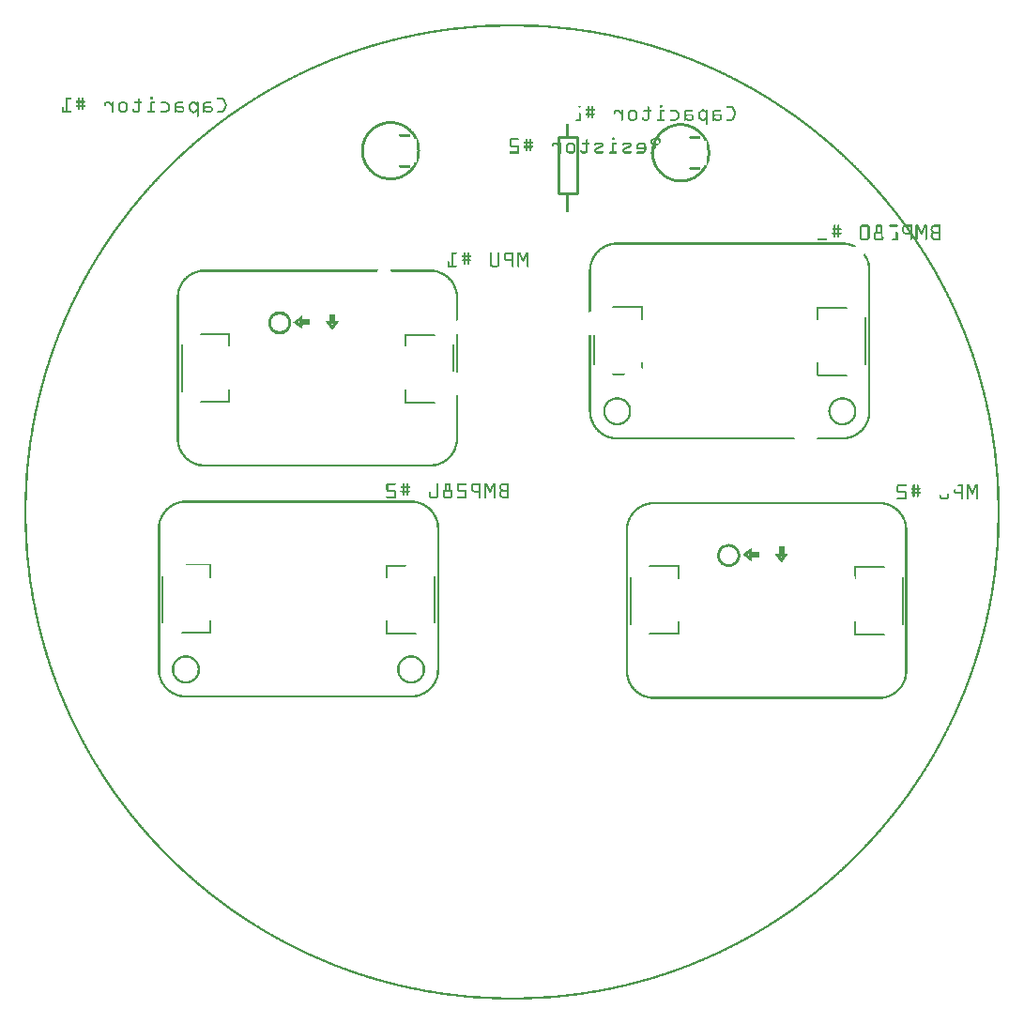
<source format=gbo>
G04 MADE WITH FRITZING*
G04 WWW.FRITZING.ORG*
G04 DOUBLE SIDED*
G04 HOLES PLATED*
G04 CONTOUR ON CENTER OF CONTOUR VECTOR*
%FSLAX26Y26*%
%MOIN*%
%ADD10C,0.082111X0.0621112*%
%ADD11C,0.006000*%
%ADD12C,0.010000*%
%ADD13R,0.001000X0.001000*%
G04 SILK0*
%FSLAX26Y26*%
%MOIN*%
D10*
X905833Y2403300D03*
D11*
X2192970Y2461740D02*
X2090600Y2461740D01*
D02*
X2921000Y2457800D02*
X2818640Y2457800D01*
D02*
X2818640Y2217640D02*
X2921000Y2217640D01*
D02*
X2987930Y2422370D02*
X2987930Y2257010D01*
D02*
X558570Y1304650D02*
X660932Y1304650D01*
D02*
X491641Y1340080D02*
X491641Y1505440D01*
D02*
X1286600Y1300710D02*
X1388960Y1300710D01*
D02*
X1455890Y1505440D02*
X1455890Y1340080D01*
D02*
X2221340Y1299640D02*
X2323700Y1299640D01*
D02*
X2323700Y1539800D02*
X2221340Y1539800D01*
D02*
X2154410Y1335070D02*
X2154410Y1500430D01*
D02*
X3051740Y1535860D02*
X2949380Y1535860D01*
D02*
X2949380Y1295700D02*
X3051740Y1295700D01*
D02*
X3118670Y1500430D02*
X3118670Y1335070D01*
D02*
X625636Y2125190D02*
X727998Y2125190D01*
D02*
X727998Y2365340D02*
X625636Y2365340D01*
D02*
X558707Y2160620D02*
X558707Y2325970D01*
D02*
X1456030Y2361410D02*
X1353670Y2361410D01*
D02*
X1353670Y2121250D02*
X1456030Y2121250D01*
D12*
D02*
X1962420Y2863241D02*
X1962420Y3063241D01*
D02*
X1962420Y3063241D02*
X1896420Y3063241D01*
D02*
X1896420Y3063241D02*
X1896420Y2863241D01*
D02*
X1896420Y2863241D02*
X1962420Y2863241D01*
D13*
X1690500Y3464070D02*
X1773500Y3464070D01*
X1660500Y3463070D02*
X1803500Y3463070D01*
X1638500Y3462070D02*
X1825500Y3462070D01*
X1621500Y3461070D02*
X1842500Y3461070D01*
X1607500Y3460070D02*
X1856500Y3460070D01*
X1593500Y3459070D02*
X1870500Y3459070D01*
X1581500Y3458070D02*
X1882500Y3458070D01*
X1570500Y3457070D02*
X1893500Y3457070D01*
X1560500Y3456070D02*
X1690500Y3456070D01*
X1773500Y3456070D02*
X1903500Y3456070D01*
X1550500Y3455070D02*
X1659500Y3455070D01*
X1804500Y3455070D02*
X1913500Y3455070D01*
X1541500Y3454070D02*
X1638500Y3454070D01*
X1825500Y3454070D02*
X1922500Y3454070D01*
X1532500Y3453070D02*
X1620500Y3453070D01*
X1843500Y3453070D02*
X1931500Y3453070D01*
X1523500Y3452070D02*
X1606500Y3452070D01*
X1860500Y3452070D02*
X1940500Y3452070D01*
X1515500Y3451070D02*
X1592500Y3451070D01*
X1871500Y3451070D02*
X1948500Y3451070D01*
X1507500Y3450070D02*
X1580500Y3450070D01*
X1883500Y3450070D02*
X1956500Y3450070D01*
X1500500Y3449070D02*
X1569500Y3449070D01*
X1894500Y3449070D02*
X1963500Y3449070D01*
X1492500Y3448070D02*
X1559500Y3448070D01*
X1904500Y3448070D02*
X1971500Y3448070D01*
X1485500Y3447070D02*
X1549500Y3447070D01*
X1914500Y3447070D02*
X1978500Y3447070D01*
X1478500Y3446070D02*
X1540500Y3446070D01*
X1923500Y3446070D02*
X1985500Y3446070D01*
X1471500Y3445070D02*
X1531500Y3445070D01*
X1932500Y3445070D02*
X1992500Y3445070D01*
X1465500Y3444070D02*
X1522500Y3444070D01*
X1940500Y3444070D02*
X1998500Y3444070D01*
X1459500Y3443070D02*
X1514500Y3443070D01*
X1949500Y3443070D02*
X2004500Y3443070D01*
X1452500Y3442070D02*
X1506500Y3442070D01*
X1957500Y3442070D02*
X2011500Y3442070D01*
X1446500Y3441070D02*
X1499500Y3441070D01*
X1964500Y3441070D02*
X2017500Y3441070D01*
X1440500Y3440070D02*
X1491500Y3440070D01*
X1972500Y3440070D02*
X2023500Y3440070D01*
X1435500Y3439070D02*
X1484500Y3439070D01*
X1979500Y3439070D02*
X2028500Y3439070D01*
X1429500Y3438070D02*
X1478500Y3438070D01*
X1985500Y3438070D02*
X2034500Y3438070D01*
X1423500Y3437070D02*
X1471500Y3437070D01*
X1992500Y3437070D02*
X2040500Y3437070D01*
X1418500Y3436070D02*
X1464500Y3436070D01*
X1999500Y3436070D02*
X2045500Y3436070D01*
X1412500Y3435070D02*
X1458500Y3435070D01*
X2005500Y3435070D02*
X2051500Y3435070D01*
X1407500Y3434070D02*
X1452500Y3434070D01*
X2011500Y3434070D02*
X2056500Y3434070D01*
X1402500Y3433070D02*
X1446500Y3433070D01*
X2017500Y3433070D02*
X2061500Y3433070D01*
X1397500Y3432070D02*
X1440500Y3432070D01*
X2023500Y3432070D02*
X2066500Y3432070D01*
X1392500Y3431070D02*
X1434500Y3431070D01*
X2029500Y3431070D02*
X2071500Y3431070D01*
X1387500Y3430070D02*
X1428500Y3430070D01*
X2035500Y3430070D02*
X2076500Y3430070D01*
X1382500Y3429070D02*
X1423500Y3429070D01*
X2040500Y3429070D02*
X2081500Y3429070D01*
X1377500Y3428070D02*
X1417500Y3428070D01*
X2046500Y3428070D02*
X2086500Y3428070D01*
X1372500Y3427070D02*
X1412500Y3427070D01*
X2051500Y3427070D02*
X2091500Y3427070D01*
X1367500Y3426070D02*
X1406500Y3426070D01*
X2057500Y3426070D02*
X2096500Y3426070D01*
X1363500Y3425070D02*
X1401500Y3425070D01*
X2062500Y3425070D02*
X2100500Y3425070D01*
X1358500Y3424070D02*
X1396500Y3424070D01*
X2067500Y3424070D02*
X2105500Y3424070D01*
X1354500Y3423070D02*
X1391500Y3423070D01*
X2072500Y3423070D02*
X2109500Y3423070D01*
X1349500Y3422070D02*
X1386500Y3422070D01*
X2077500Y3422070D02*
X2114500Y3422070D01*
X1345500Y3421070D02*
X1381500Y3421070D01*
X2082500Y3421070D02*
X2118500Y3421070D01*
X1340500Y3420070D02*
X1376500Y3420070D01*
X2087500Y3420070D02*
X2123500Y3420070D01*
X1336500Y3419070D02*
X1372500Y3419070D01*
X2091500Y3419070D02*
X2127500Y3419070D01*
X1332500Y3418070D02*
X1367500Y3418070D01*
X2096500Y3418070D02*
X2131500Y3418070D01*
X1328500Y3417070D02*
X1362500Y3417070D01*
X2101500Y3417070D02*
X2135500Y3417070D01*
X1324500Y3416070D02*
X1358500Y3416070D01*
X2105500Y3416070D02*
X2139500Y3416070D01*
X1319500Y3415070D02*
X1353500Y3415070D01*
X2110500Y3415070D02*
X2144500Y3415070D01*
X1315500Y3414070D02*
X1349500Y3414070D01*
X2114500Y3414070D02*
X2148500Y3414070D01*
X1311500Y3413070D02*
X1344500Y3413070D01*
X2119500Y3413070D02*
X2152500Y3413070D01*
X1307500Y3412070D02*
X1340500Y3412070D01*
X2123500Y3412070D02*
X2156500Y3412070D01*
X1303500Y3411070D02*
X1336500Y3411070D01*
X2127500Y3411070D02*
X2160500Y3411070D01*
X1299500Y3410070D02*
X1332500Y3410070D01*
X2131500Y3410070D02*
X2164500Y3410070D01*
X1296500Y3409070D02*
X1327500Y3409070D01*
X2136500Y3409070D02*
X2167500Y3409070D01*
X1292500Y3408070D02*
X1323500Y3408070D01*
X2140500Y3408070D02*
X2171500Y3408070D01*
X1288500Y3407070D02*
X1319500Y3407070D01*
X2144500Y3407070D02*
X2175500Y3407070D01*
X1284500Y3406070D02*
X1315500Y3406070D01*
X2148500Y3406070D02*
X2179500Y3406070D01*
X1280500Y3405070D02*
X1311500Y3405070D01*
X2152500Y3405070D02*
X2182500Y3405070D01*
X1277500Y3404070D02*
X1307500Y3404070D01*
X2156500Y3404070D02*
X2186500Y3404070D01*
X1273500Y3403070D02*
X1303500Y3403070D01*
X2160500Y3403070D02*
X2190500Y3403070D01*
X1270500Y3402070D02*
X1299500Y3402070D01*
X2164500Y3402070D02*
X2193500Y3402070D01*
X1266500Y3401070D02*
X1295500Y3401070D01*
X2168500Y3401070D02*
X2197500Y3401070D01*
X1262500Y3400070D02*
X1291500Y3400070D01*
X2171500Y3400070D02*
X2201500Y3400070D01*
X1259500Y3399070D02*
X1288500Y3399070D01*
X2175500Y3399070D02*
X2204500Y3399070D01*
X1255500Y3398070D02*
X1284500Y3398070D01*
X2179500Y3398070D02*
X2208500Y3398070D01*
X1252500Y3397070D02*
X1280500Y3397070D01*
X2183500Y3397070D02*
X2211500Y3397070D01*
X1248500Y3396070D02*
X1276500Y3396070D01*
X2186500Y3396070D02*
X2215500Y3396070D01*
X1245500Y3395070D02*
X1273500Y3395070D01*
X2190500Y3395070D02*
X2218500Y3395070D01*
X1242500Y3394070D02*
X1269500Y3394070D01*
X2194500Y3394070D02*
X2221500Y3394070D01*
X1238500Y3393070D02*
X1266500Y3393070D01*
X2197500Y3393070D02*
X2225500Y3393070D01*
X1235500Y3392070D02*
X1262500Y3392070D01*
X2201500Y3392070D02*
X2228500Y3392070D01*
X1232500Y3391070D02*
X1258500Y3391070D01*
X2205500Y3391070D02*
X2231500Y3391070D01*
X1228500Y3390070D02*
X1255500Y3390070D01*
X2208500Y3390070D02*
X2235500Y3390070D01*
X1225500Y3389070D02*
X1252500Y3389070D01*
X2211500Y3389070D02*
X2238500Y3389070D01*
X1222500Y3388070D02*
X1248500Y3388070D01*
X2215500Y3388070D02*
X2241500Y3388070D01*
X1218500Y3387070D02*
X1245500Y3387070D01*
X2218500Y3387070D02*
X2245500Y3387070D01*
X1215500Y3386070D02*
X1241500Y3386070D01*
X2222500Y3386070D02*
X2248500Y3386070D01*
X1212500Y3385070D02*
X1238500Y3385070D01*
X2225500Y3385070D02*
X2251500Y3385070D01*
X1209500Y3384070D02*
X1235500Y3384070D01*
X2228500Y3384070D02*
X2254500Y3384070D01*
X1206500Y3383070D02*
X1231500Y3383070D01*
X2232500Y3383070D02*
X2257500Y3383070D01*
X1203500Y3382070D02*
X1228500Y3382070D01*
X2235500Y3382070D02*
X2260500Y3382070D01*
X1199500Y3381070D02*
X1225500Y3381070D01*
X2238500Y3381070D02*
X2264500Y3381070D01*
X1196500Y3380070D02*
X1221500Y3380070D01*
X2242500Y3380070D02*
X2267500Y3380070D01*
X1193500Y3379070D02*
X1218500Y3379070D01*
X2245500Y3379070D02*
X2270500Y3379070D01*
X1190500Y3378070D02*
X1215500Y3378070D01*
X2248500Y3378070D02*
X2273500Y3378070D01*
X1187500Y3377070D02*
X1212500Y3377070D01*
X2251500Y3377070D02*
X2276500Y3377070D01*
X1184500Y3376070D02*
X1209500Y3376070D01*
X2254500Y3376070D02*
X2279500Y3376070D01*
X1181500Y3375070D02*
X1206500Y3375070D01*
X2257500Y3375070D02*
X2282500Y3375070D01*
X1178500Y3374070D02*
X1202500Y3374070D01*
X2261500Y3374070D02*
X2285500Y3374070D01*
X1175500Y3373070D02*
X1199500Y3373070D01*
X2264500Y3373070D02*
X2288500Y3373070D01*
X1172500Y3372070D02*
X1196500Y3372070D01*
X2267500Y3372070D02*
X2291500Y3372070D01*
X1169500Y3371070D02*
X1193500Y3371070D01*
X2270500Y3371070D02*
X2294500Y3371070D01*
X1167500Y3370070D02*
X1190500Y3370070D01*
X2273500Y3370070D02*
X2296500Y3370070D01*
X1164500Y3369070D02*
X1187500Y3369070D01*
X2276500Y3369070D02*
X2299500Y3369070D01*
X1161500Y3368070D02*
X1184500Y3368070D01*
X2279500Y3368070D02*
X2302500Y3368070D01*
X1158500Y3367070D02*
X1181500Y3367070D01*
X2282500Y3367070D02*
X2305500Y3367070D01*
X1155500Y3366070D02*
X1178500Y3366070D01*
X2285500Y3366070D02*
X2308500Y3366070D01*
X1152500Y3365070D02*
X1175500Y3365070D01*
X2288500Y3365070D02*
X2311500Y3365070D01*
X1149500Y3364070D02*
X1172500Y3364070D01*
X2291500Y3364070D02*
X2313500Y3364070D01*
X1147500Y3363070D02*
X1169500Y3363070D01*
X2294500Y3363070D02*
X2316500Y3363070D01*
X1144500Y3362070D02*
X1166500Y3362070D01*
X2297500Y3362070D02*
X2319500Y3362070D01*
X1141500Y3361070D02*
X1164500Y3361070D01*
X2299500Y3361070D02*
X2322500Y3361070D01*
X1138500Y3360070D02*
X1161500Y3360070D01*
X2302500Y3360070D02*
X2325500Y3360070D01*
X1136500Y3359070D02*
X1158500Y3359070D01*
X2305500Y3359070D02*
X2327500Y3359070D01*
X1133500Y3358070D02*
X1155500Y3358070D01*
X2308500Y3358070D02*
X2330500Y3358070D01*
X1130500Y3357070D02*
X1152500Y3357070D01*
X2311500Y3357070D02*
X2333500Y3357070D01*
X1128500Y3356070D02*
X1149500Y3356070D01*
X2314500Y3356070D02*
X2335500Y3356070D01*
X1125500Y3355070D02*
X1147500Y3355070D01*
X2316500Y3355070D02*
X2338500Y3355070D01*
X1122500Y3354070D02*
X1144500Y3354070D01*
X2319500Y3354070D02*
X2341500Y3354070D01*
X1120500Y3353070D02*
X1141500Y3353070D01*
X2322500Y3353070D02*
X2343500Y3353070D01*
X1117500Y3352070D02*
X1138500Y3352070D01*
X2325500Y3352070D02*
X2346500Y3352070D01*
X1114500Y3351070D02*
X1136500Y3351070D01*
X2327500Y3351070D02*
X2349500Y3351070D01*
X1112500Y3350070D02*
X1133500Y3350070D01*
X2330500Y3350070D02*
X2351500Y3350070D01*
X1109500Y3349070D02*
X1130500Y3349070D01*
X2333500Y3349070D02*
X2354500Y3349070D01*
X1106500Y3348070D02*
X1128500Y3348070D01*
X2335500Y3348070D02*
X2356500Y3348070D01*
X1104500Y3347070D02*
X1125500Y3347070D01*
X2338500Y3347070D02*
X2359500Y3347070D01*
X1101500Y3346070D02*
X1122500Y3346070D01*
X2341500Y3346070D02*
X2362500Y3346070D01*
X1099500Y3345070D02*
X1120500Y3345070D01*
X2343500Y3345070D02*
X2364500Y3345070D01*
X1096500Y3344070D02*
X1117500Y3344070D01*
X2346500Y3344070D02*
X2367500Y3344070D01*
X1094500Y3343070D02*
X1114500Y3343070D01*
X2349500Y3343070D02*
X2369500Y3343070D01*
X1091500Y3342070D02*
X1112500Y3342070D01*
X2351500Y3342070D02*
X2372500Y3342070D01*
X1089500Y3341070D02*
X1109500Y3341070D01*
X2354500Y3341070D02*
X2374500Y3341070D01*
X1086500Y3340070D02*
X1107500Y3340070D01*
X2356500Y3340070D02*
X2377500Y3340070D01*
X1084500Y3339070D02*
X1104500Y3339070D01*
X2359500Y3339070D02*
X2379500Y3339070D01*
X1081500Y3338070D02*
X1101500Y3338070D01*
X2362500Y3338070D02*
X2382500Y3338070D01*
X1079500Y3337070D02*
X1099500Y3337070D01*
X2364500Y3337070D02*
X2384500Y3337070D01*
X1076500Y3336070D02*
X1096500Y3336070D01*
X2367500Y3336070D02*
X2387500Y3336070D01*
X1074500Y3335070D02*
X1094500Y3335070D01*
X2369500Y3335070D02*
X2389500Y3335070D01*
X1071500Y3334070D02*
X1091500Y3334070D01*
X2372500Y3334070D02*
X2391500Y3334070D01*
X1069500Y3333070D02*
X1089500Y3333070D01*
X2374500Y3333070D02*
X2394500Y3333070D01*
X1067500Y3332070D02*
X1086500Y3332070D01*
X2377500Y3332070D02*
X2396500Y3332070D01*
X1064500Y3331070D02*
X1084500Y3331070D01*
X2379500Y3331070D02*
X2399500Y3331070D01*
X1062500Y3330070D02*
X1081500Y3330070D01*
X2382500Y3330070D02*
X2401500Y3330070D01*
X1059500Y3329070D02*
X1079500Y3329070D01*
X2384500Y3329070D02*
X2403500Y3329070D01*
X1057500Y3328070D02*
X1077500Y3328070D01*
X2386500Y3328070D02*
X2406500Y3328070D01*
X1055500Y3327070D02*
X1074500Y3327070D01*
X2389500Y3327070D02*
X2408500Y3327070D01*
X1052500Y3326070D02*
X1072500Y3326070D01*
X2391500Y3326070D02*
X2411500Y3326070D01*
X1050500Y3325070D02*
X1069500Y3325070D01*
X2394500Y3325070D02*
X2413500Y3325070D01*
X1048500Y3324070D02*
X1067500Y3324070D01*
X2396500Y3324070D02*
X2415500Y3324070D01*
X1045500Y3323070D02*
X1065500Y3323070D01*
X2398500Y3323070D02*
X2418500Y3323070D01*
X1043500Y3322070D02*
X1062500Y3322070D01*
X2401500Y3322070D02*
X2420500Y3322070D01*
X1041500Y3321070D02*
X1060500Y3321070D01*
X2403500Y3321070D02*
X2422500Y3321070D01*
X1038500Y3320070D02*
X1057500Y3320070D01*
X2406500Y3320070D02*
X2424500Y3320070D01*
X1036500Y3319070D02*
X1055500Y3319070D01*
X2408500Y3319070D02*
X2427500Y3319070D01*
X1034500Y3318070D02*
X1053500Y3318070D01*
X2410500Y3318070D02*
X2429500Y3318070D01*
X1032500Y3317070D02*
X1050500Y3317070D01*
X2413500Y3317070D02*
X2431500Y3317070D01*
X1030500Y3316070D02*
X1048500Y3316070D01*
X2415500Y3316070D02*
X2433500Y3316070D01*
X1027500Y3315070D02*
X1046500Y3315070D01*
X2417500Y3315070D02*
X2436500Y3315070D01*
X1025500Y3314070D02*
X1043500Y3314070D01*
X2420500Y3314070D02*
X2438500Y3314070D01*
X1023500Y3313070D02*
X1041500Y3313070D01*
X2422500Y3313070D02*
X2440500Y3313070D01*
X1021500Y3312070D02*
X1039500Y3312070D01*
X2424500Y3312070D02*
X2442500Y3312070D01*
X1018500Y3311070D02*
X1037500Y3311070D01*
X2426500Y3311070D02*
X2445500Y3311070D01*
X1016500Y3310070D02*
X1034500Y3310070D01*
X2429500Y3310070D02*
X2447500Y3310070D01*
X1014500Y3309070D02*
X1032500Y3309070D01*
X2431500Y3309070D02*
X2449500Y3309070D01*
X1012500Y3308070D02*
X1030500Y3308070D01*
X2433500Y3308070D02*
X2451500Y3308070D01*
X1010500Y3307070D02*
X1028500Y3307070D01*
X2435500Y3307070D02*
X2453500Y3307070D01*
X1007500Y3306070D02*
X1025500Y3306070D01*
X2438500Y3306070D02*
X2456500Y3306070D01*
X1005500Y3305070D02*
X1023500Y3305070D01*
X2440500Y3305070D02*
X2458500Y3305070D01*
X1003500Y3304070D02*
X1021500Y3304070D01*
X2442500Y3304070D02*
X2460500Y3304070D01*
X1001500Y3303070D02*
X1019500Y3303070D01*
X2444500Y3303070D02*
X2462500Y3303070D01*
X999500Y3302070D02*
X1017500Y3302070D01*
X2446500Y3302070D02*
X2464500Y3302070D01*
X997500Y3301070D02*
X1014500Y3301070D01*
X2449500Y3301070D02*
X2466500Y3301070D01*
X995500Y3300070D02*
X1012500Y3300070D01*
X2451500Y3300070D02*
X2468500Y3300070D01*
X992500Y3299070D02*
X1010500Y3299070D01*
X2453500Y3299070D02*
X2471500Y3299070D01*
X990500Y3298070D02*
X1008500Y3298070D01*
X2455500Y3298070D02*
X2473500Y3298070D01*
X988500Y3297070D02*
X1006500Y3297070D01*
X2457500Y3297070D02*
X2475500Y3297070D01*
X986500Y3296070D02*
X1003500Y3296070D01*
X2460500Y3296070D02*
X2477500Y3296070D01*
X984500Y3295070D02*
X1001500Y3295070D01*
X2462500Y3295070D02*
X2479500Y3295070D01*
X982500Y3294070D02*
X999500Y3294070D01*
X2464500Y3294070D02*
X2481500Y3294070D01*
X980500Y3293070D02*
X997500Y3293070D01*
X2466500Y3293070D02*
X2483500Y3293070D01*
X978500Y3292070D02*
X995500Y3292070D01*
X2468500Y3292070D02*
X2485500Y3292070D01*
X976500Y3291070D02*
X993500Y3291070D01*
X2470500Y3291070D02*
X2487500Y3291070D01*
X974500Y3290070D02*
X991500Y3290070D01*
X2472500Y3290070D02*
X2489500Y3290070D01*
X972500Y3289070D02*
X989500Y3289070D01*
X2474500Y3289070D02*
X2491500Y3289070D01*
X970500Y3288070D02*
X987500Y3288070D01*
X2476500Y3288070D02*
X2493500Y3288070D01*
X968500Y3287070D02*
X984500Y3287070D01*
X2479500Y3287070D02*
X2495500Y3287070D01*
X966500Y3286070D02*
X982500Y3286070D01*
X2481500Y3286070D02*
X2497500Y3286070D01*
X963500Y3285070D02*
X980500Y3285070D01*
X2483500Y3285070D02*
X2500500Y3285070D01*
X961500Y3284070D02*
X978500Y3284070D01*
X2485500Y3284070D02*
X2502500Y3284070D01*
X959500Y3283070D02*
X976500Y3283070D01*
X2487500Y3283070D02*
X2504500Y3283070D01*
X957500Y3282070D02*
X974500Y3282070D01*
X2489500Y3282070D02*
X2506500Y3282070D01*
X955500Y3281070D02*
X972500Y3281070D01*
X2491500Y3281070D02*
X2507500Y3281070D01*
X954500Y3280070D02*
X970500Y3280070D01*
X2493500Y3280070D02*
X2509500Y3280070D01*
X952500Y3279070D02*
X968500Y3279070D01*
X2495500Y3279070D02*
X2511500Y3279070D01*
X950500Y3278070D02*
X966500Y3278070D01*
X2497500Y3278070D02*
X2513500Y3278070D01*
X948500Y3277070D02*
X964500Y3277070D01*
X2499500Y3277070D02*
X2515500Y3277070D01*
X946500Y3276070D02*
X962500Y3276070D01*
X2501500Y3276070D02*
X2517500Y3276070D01*
X944500Y3275070D02*
X960500Y3275070D01*
X2503500Y3275070D02*
X2519500Y3275070D01*
X942500Y3274070D02*
X958500Y3274070D01*
X2505500Y3274070D02*
X2521500Y3274070D01*
X940500Y3273070D02*
X956500Y3273070D01*
X2507500Y3273070D02*
X2523500Y3273070D01*
X938500Y3272070D02*
X954500Y3272070D01*
X2509500Y3272070D02*
X2525500Y3272070D01*
X936500Y3271070D02*
X952500Y3271070D01*
X2511500Y3271070D02*
X2527500Y3271070D01*
X934500Y3270070D02*
X950500Y3270070D01*
X2513500Y3270070D02*
X2529500Y3270070D01*
X932500Y3269070D02*
X948500Y3269070D01*
X2515500Y3269070D02*
X2531500Y3269070D01*
X930500Y3268070D02*
X946500Y3268070D01*
X2517500Y3268070D02*
X2533500Y3268070D01*
X928500Y3267070D02*
X944500Y3267070D01*
X2519500Y3267070D02*
X2535500Y3267070D01*
X926500Y3266070D02*
X942500Y3266070D01*
X2521500Y3266070D02*
X2537500Y3266070D01*
X924500Y3265070D02*
X940500Y3265070D01*
X2523500Y3265070D02*
X2539500Y3265070D01*
X922500Y3264070D02*
X938500Y3264070D01*
X2524500Y3264070D02*
X2540500Y3264070D01*
X921500Y3263070D02*
X937500Y3263070D01*
X2526500Y3263070D02*
X2542500Y3263070D01*
X919500Y3262070D02*
X935500Y3262070D01*
X2528500Y3262070D02*
X2544500Y3262070D01*
X917500Y3261070D02*
X933500Y3261070D01*
X2530500Y3261070D02*
X2546500Y3261070D01*
X915500Y3260070D02*
X931500Y3260070D01*
X2532500Y3260070D02*
X2548500Y3260070D01*
X913500Y3259070D02*
X929500Y3259070D01*
X2534500Y3259070D02*
X2550500Y3259070D01*
X911500Y3258070D02*
X927500Y3258070D01*
X2536500Y3258070D02*
X2552500Y3258070D01*
X909500Y3257070D02*
X925500Y3257070D01*
X2538500Y3257070D02*
X2554500Y3257070D01*
X908500Y3256070D02*
X923500Y3256070D01*
X2540500Y3256070D02*
X2555500Y3256070D01*
X906500Y3255070D02*
X921500Y3255070D01*
X2542500Y3255070D02*
X2557500Y3255070D01*
X904500Y3254070D02*
X920500Y3254070D01*
X2543500Y3254070D02*
X2559500Y3254070D01*
X902500Y3253070D02*
X918500Y3253070D01*
X2545500Y3253070D02*
X2561500Y3253070D01*
X900500Y3252070D02*
X916500Y3252070D01*
X2547500Y3252070D02*
X2563500Y3252070D01*
X899500Y3251070D02*
X914500Y3251070D01*
X2549500Y3251070D02*
X2564500Y3251070D01*
X897500Y3250070D02*
X912500Y3250070D01*
X2551500Y3250070D02*
X2566500Y3250070D01*
X895500Y3249070D02*
X910500Y3249070D01*
X2553500Y3249070D02*
X2568500Y3249070D01*
X893500Y3248070D02*
X908500Y3248070D01*
X2555500Y3248070D02*
X2570500Y3248070D01*
X891500Y3247070D02*
X907500Y3247070D01*
X2556500Y3247070D02*
X2572500Y3247070D01*
X890500Y3246070D02*
X905500Y3246070D01*
X2558500Y3246070D02*
X2573500Y3246070D01*
X888500Y3245070D02*
X903500Y3245070D01*
X2560500Y3245070D02*
X2575500Y3245070D01*
X886500Y3244070D02*
X901500Y3244070D01*
X2562500Y3244070D02*
X2577500Y3244070D01*
X884500Y3243070D02*
X899500Y3243070D01*
X2564500Y3243070D02*
X2579500Y3243070D01*
X882500Y3242070D02*
X898500Y3242070D01*
X2565500Y3242070D02*
X2581500Y3242070D01*
X881500Y3241070D02*
X896500Y3241070D01*
X2567500Y3241070D02*
X2582500Y3241070D01*
X879500Y3240070D02*
X894500Y3240070D01*
X2569500Y3240070D02*
X2584500Y3240070D01*
X877500Y3239070D02*
X892500Y3239070D01*
X2571500Y3239070D02*
X2586500Y3239070D01*
X875500Y3238070D02*
X890500Y3238070D01*
X2573500Y3238070D02*
X2588500Y3238070D01*
X874500Y3237070D02*
X889500Y3237070D01*
X2574500Y3237070D02*
X2589500Y3237070D01*
X872500Y3236070D02*
X887500Y3236070D01*
X2576500Y3236070D02*
X2591500Y3236070D01*
X870500Y3235070D02*
X885500Y3235070D01*
X2578500Y3235070D02*
X2593500Y3235070D01*
X868500Y3234070D02*
X883500Y3234070D01*
X2580500Y3234070D02*
X2595500Y3234070D01*
X867500Y3233070D02*
X882500Y3233070D01*
X2581500Y3233070D02*
X2596500Y3233070D01*
X865500Y3232070D02*
X880500Y3232070D01*
X2583500Y3232070D02*
X2598500Y3232070D01*
X863500Y3231070D02*
X878500Y3231070D01*
X2585500Y3231070D02*
X2600500Y3231070D01*
X861500Y3230070D02*
X876500Y3230070D01*
X2587500Y3230070D02*
X2601500Y3230070D01*
X860500Y3229070D02*
X874500Y3229070D01*
X2589500Y3229070D02*
X2603500Y3229070D01*
X858500Y3228070D02*
X873500Y3228070D01*
X2590500Y3228070D02*
X2605500Y3228070D01*
X856500Y3227070D02*
X871500Y3227070D01*
X2592500Y3227070D02*
X2607500Y3227070D01*
X855500Y3226070D02*
X869500Y3226070D01*
X2594500Y3226070D02*
X2608500Y3226070D01*
X853500Y3225070D02*
X868500Y3225070D01*
X2595500Y3225070D02*
X2610500Y3225070D01*
X851500Y3224070D02*
X866500Y3224070D01*
X2597500Y3224070D02*
X2612500Y3224070D01*
X850500Y3223070D02*
X864500Y3223070D01*
X2599500Y3223070D02*
X2613500Y3223070D01*
X848500Y3222070D02*
X862500Y3222070D01*
X2601500Y3222070D02*
X2615500Y3222070D01*
X846500Y3221070D02*
X861500Y3221070D01*
X2602500Y3221070D02*
X2617500Y3221070D01*
X845500Y3220070D02*
X859500Y3220070D01*
X2604500Y3220070D02*
X2618500Y3220070D01*
X843500Y3219070D02*
X857500Y3219070D01*
X2606500Y3219070D02*
X2620500Y3219070D01*
X841500Y3218070D02*
X856500Y3218070D01*
X2607500Y3218070D02*
X2622500Y3218070D01*
X840500Y3217070D02*
X854500Y3217070D01*
X2609500Y3217070D02*
X2623500Y3217070D01*
X838500Y3216070D02*
X852500Y3216070D01*
X2611500Y3216070D02*
X2625500Y3216070D01*
X836500Y3215070D02*
X851500Y3215070D01*
X2612500Y3215070D02*
X2627500Y3215070D01*
X834500Y3214070D02*
X849500Y3214070D01*
X2614500Y3214070D02*
X2629500Y3214070D01*
X833500Y3213070D02*
X847500Y3213070D01*
X2616500Y3213070D02*
X2630500Y3213070D01*
X831500Y3212070D02*
X846500Y3212070D01*
X2617500Y3212070D02*
X2632500Y3212070D01*
X830500Y3211070D02*
X844500Y3211070D01*
X2619500Y3211070D02*
X2633500Y3211070D01*
X828500Y3210070D02*
X842500Y3210070D01*
X2621500Y3210070D02*
X2635500Y3210070D01*
X826500Y3209070D02*
X840500Y3209070D01*
X2623500Y3209070D02*
X2637500Y3209070D01*
X825500Y3208070D02*
X839500Y3208070D01*
X2624500Y3208070D02*
X2638500Y3208070D01*
X450500Y3207070D02*
X454500Y3207070D01*
X823500Y3207070D02*
X837500Y3207070D01*
X2626500Y3207070D02*
X2640500Y3207070D01*
X448500Y3206070D02*
X456500Y3206070D01*
X822500Y3206070D02*
X835500Y3206070D01*
X2628500Y3206070D02*
X2641500Y3206070D01*
X448500Y3205070D02*
X456500Y3205070D01*
X820500Y3205070D02*
X834500Y3205070D01*
X2629500Y3205070D02*
X2643500Y3205070D01*
X147500Y3204070D02*
X164500Y3204070D01*
X192500Y3204070D02*
X193500Y3204070D01*
X206500Y3204070D02*
X207500Y3204070D01*
X447500Y3204070D02*
X457500Y3204070D01*
X687500Y3204070D02*
X702500Y3204070D01*
X818500Y3204070D02*
X832500Y3204070D01*
X2631500Y3204070D02*
X2645500Y3204070D01*
X146500Y3203070D02*
X165500Y3203070D01*
X190500Y3203070D02*
X195500Y3203070D01*
X204500Y3203070D02*
X208500Y3203070D01*
X447500Y3203070D02*
X457500Y3203070D01*
X685500Y3203070D02*
X705500Y3203070D01*
X817500Y3203070D02*
X831500Y3203070D01*
X2632500Y3203070D02*
X2646500Y3203070D01*
X146500Y3202070D02*
X166500Y3202070D01*
X190500Y3202070D02*
X195500Y3202070D01*
X204500Y3202070D02*
X209500Y3202070D01*
X447500Y3202070D02*
X457500Y3202070D01*
X685500Y3202070D02*
X706500Y3202070D01*
X815500Y3202070D02*
X829500Y3202070D01*
X2634500Y3202070D02*
X2648500Y3202070D01*
X146500Y3201070D02*
X166500Y3201070D01*
X190500Y3201070D02*
X195500Y3201070D01*
X203500Y3201070D02*
X209500Y3201070D01*
X406500Y3201070D02*
X408500Y3201070D01*
X447500Y3201070D02*
X457500Y3201070D01*
X685500Y3201070D02*
X708500Y3201070D01*
X814500Y3201070D02*
X827500Y3201070D01*
X2636500Y3201070D02*
X2649500Y3201070D01*
X146500Y3200070D02*
X166500Y3200070D01*
X190500Y3200070D02*
X196500Y3200070D01*
X203500Y3200070D02*
X209500Y3200070D01*
X405500Y3200070D02*
X409500Y3200070D01*
X447500Y3200070D02*
X457500Y3200070D01*
X685500Y3200070D02*
X708500Y3200070D01*
X812500Y3200070D02*
X826500Y3200070D01*
X2637500Y3200070D02*
X2651500Y3200070D01*
X146500Y3199070D02*
X165500Y3199070D01*
X190500Y3199070D02*
X196500Y3199070D01*
X203500Y3199070D02*
X209500Y3199070D01*
X404500Y3199070D02*
X410500Y3199070D01*
X448500Y3199070D02*
X456500Y3199070D01*
X685500Y3199070D02*
X709500Y3199070D01*
X810500Y3199070D02*
X824500Y3199070D01*
X2639500Y3199070D02*
X2653500Y3199070D01*
X146500Y3198070D02*
X165500Y3198070D01*
X190500Y3198070D02*
X196500Y3198070D01*
X203500Y3198070D02*
X209500Y3198070D01*
X404500Y3198070D02*
X410500Y3198070D01*
X449500Y3198070D02*
X455500Y3198070D01*
X686500Y3198070D02*
X710500Y3198070D01*
X809500Y3198070D02*
X823500Y3198070D01*
X2640500Y3198070D02*
X2654500Y3198070D01*
X146500Y3197070D02*
X152500Y3197070D01*
X190500Y3197070D02*
X196500Y3197070D01*
X203500Y3197070D02*
X209500Y3197070D01*
X404500Y3197070D02*
X410500Y3197070D01*
X702500Y3197070D02*
X710500Y3197070D01*
X807500Y3197070D02*
X821500Y3197070D01*
X2642500Y3197070D02*
X2656500Y3197070D01*
X146500Y3196070D02*
X152500Y3196070D01*
X190500Y3196070D02*
X196500Y3196070D01*
X203500Y3196070D02*
X209500Y3196070D01*
X404500Y3196070D02*
X410500Y3196070D01*
X703500Y3196070D02*
X711500Y3196070D01*
X806500Y3196070D02*
X819500Y3196070D01*
X2644500Y3196070D02*
X2657500Y3196070D01*
X146500Y3195070D02*
X152500Y3195070D01*
X190500Y3195070D02*
X196500Y3195070D01*
X203500Y3195070D02*
X209500Y3195070D01*
X404500Y3195070D02*
X410500Y3195070D01*
X704500Y3195070D02*
X711500Y3195070D01*
X804500Y3195070D02*
X818500Y3195070D01*
X2645500Y3195070D02*
X2659500Y3195070D01*
X146500Y3194070D02*
X152500Y3194070D01*
X190500Y3194070D02*
X196500Y3194070D01*
X203500Y3194070D02*
X209500Y3194070D01*
X404500Y3194070D02*
X410500Y3194070D01*
X705500Y3194070D02*
X712500Y3194070D01*
X802500Y3194070D02*
X816500Y3194070D01*
X2647500Y3194070D02*
X2661500Y3194070D01*
X146500Y3193070D02*
X152500Y3193070D01*
X190500Y3193070D02*
X196500Y3193070D01*
X203500Y3193070D02*
X209500Y3193070D01*
X404500Y3193070D02*
X410500Y3193070D01*
X705500Y3193070D02*
X712500Y3193070D01*
X801500Y3193070D02*
X815500Y3193070D01*
X2648500Y3193070D02*
X2662500Y3193070D01*
X146500Y3192070D02*
X152500Y3192070D01*
X185500Y3192070D02*
X214500Y3192070D01*
X404500Y3192070D02*
X410500Y3192070D01*
X706500Y3192070D02*
X713500Y3192070D01*
X799500Y3192070D02*
X813500Y3192070D01*
X2650500Y3192070D02*
X2664500Y3192070D01*
X146500Y3191070D02*
X152500Y3191070D01*
X183500Y3191070D02*
X216500Y3191070D01*
X404500Y3191070D02*
X410500Y3191070D01*
X706500Y3191070D02*
X713500Y3191070D01*
X798500Y3191070D02*
X811500Y3191070D01*
X2652500Y3191070D02*
X2665500Y3191070D01*
X146500Y3190070D02*
X152500Y3190070D01*
X183500Y3190070D02*
X216500Y3190070D01*
X404500Y3190070D02*
X410500Y3190070D01*
X596500Y3190070D02*
X605500Y3190070D01*
X613500Y3190070D02*
X617500Y3190070D01*
X707500Y3190070D02*
X714500Y3190070D01*
X796500Y3190070D02*
X810500Y3190070D01*
X2653500Y3190070D02*
X2667500Y3190070D01*
X146500Y3189070D02*
X152500Y3189070D01*
X183500Y3189070D02*
X216500Y3189070D01*
X289500Y3189070D02*
X301500Y3189070D01*
X312500Y3189070D02*
X315500Y3189070D01*
X343500Y3189070D02*
X357500Y3189070D01*
X391500Y3189070D02*
X415500Y3189070D01*
X449500Y3189070D02*
X462500Y3189070D01*
X486500Y3189070D02*
X504500Y3189070D01*
X542500Y3189070D02*
X561500Y3189070D01*
X595500Y3189070D02*
X607500Y3189070D01*
X612500Y3189070D02*
X617500Y3189070D01*
X642500Y3189070D02*
X661500Y3189070D01*
X707500Y3189070D02*
X714500Y3189070D01*
X795500Y3189070D02*
X808500Y3189070D01*
X2655500Y3189070D02*
X2668500Y3189070D01*
X146500Y3188070D02*
X152500Y3188070D01*
X184500Y3188070D02*
X216500Y3188070D01*
X287500Y3188070D02*
X302500Y3188070D01*
X311500Y3188070D02*
X316500Y3188070D01*
X341500Y3188070D02*
X359500Y3188070D01*
X390500Y3188070D02*
X416500Y3188070D01*
X448500Y3188070D02*
X463500Y3188070D01*
X484500Y3188070D02*
X506500Y3188070D01*
X540500Y3188070D02*
X562500Y3188070D01*
X593500Y3188070D02*
X608500Y3188070D01*
X612500Y3188070D02*
X618500Y3188070D01*
X640500Y3188070D02*
X662500Y3188070D01*
X708500Y3188070D02*
X715500Y3188070D01*
X793500Y3188070D02*
X807500Y3188070D01*
X2656500Y3188070D02*
X2670500Y3188070D01*
X146500Y3187070D02*
X152500Y3187070D01*
X183500Y3187070D02*
X216500Y3187070D01*
X286500Y3187070D02*
X304500Y3187070D01*
X311500Y3187070D02*
X316500Y3187070D01*
X339500Y3187070D02*
X361500Y3187070D01*
X389500Y3187070D02*
X417500Y3187070D01*
X448500Y3187070D02*
X463500Y3187070D01*
X484500Y3187070D02*
X508500Y3187070D01*
X538500Y3187070D02*
X562500Y3187070D01*
X592500Y3187070D02*
X609500Y3187070D01*
X612500Y3187070D02*
X618500Y3187070D01*
X638500Y3187070D02*
X663500Y3187070D01*
X708500Y3187070D02*
X715500Y3187070D01*
X792500Y3187070D02*
X805500Y3187070D01*
X2658500Y3187070D02*
X2671500Y3187070D01*
X146500Y3186070D02*
X152500Y3186070D01*
X184500Y3186070D02*
X214500Y3186070D01*
X285500Y3186070D02*
X305500Y3186070D01*
X311500Y3186070D02*
X317500Y3186070D01*
X338500Y3186070D02*
X362500Y3186070D01*
X389500Y3186070D02*
X417500Y3186070D01*
X447500Y3186070D02*
X464500Y3186070D01*
X484500Y3186070D02*
X509500Y3186070D01*
X537500Y3186070D02*
X563500Y3186070D01*
X591500Y3186070D02*
X618500Y3186070D01*
X637500Y3186070D02*
X663500Y3186070D01*
X709500Y3186070D02*
X716500Y3186070D01*
X790500Y3186070D02*
X803500Y3186070D01*
X2660500Y3186070D02*
X2673500Y3186070D01*
X146500Y3185070D02*
X152500Y3185070D01*
X189500Y3185070D02*
X196500Y3185070D01*
X203500Y3185070D02*
X209500Y3185070D01*
X284500Y3185070D02*
X306500Y3185070D01*
X310500Y3185070D02*
X317500Y3185070D01*
X337500Y3185070D02*
X363500Y3185070D01*
X389500Y3185070D02*
X417500Y3185070D01*
X447500Y3185070D02*
X463500Y3185070D01*
X484500Y3185070D02*
X510500Y3185070D01*
X536500Y3185070D02*
X562500Y3185070D01*
X590500Y3185070D02*
X618500Y3185070D01*
X636500Y3185070D02*
X663500Y3185070D01*
X709500Y3185070D02*
X716500Y3185070D01*
X788500Y3185070D02*
X802500Y3185070D01*
X2661500Y3185070D02*
X2675500Y3185070D01*
X146500Y3184070D02*
X152500Y3184070D01*
X190500Y3184070D02*
X196500Y3184070D01*
X203500Y3184070D02*
X209500Y3184070D01*
X284500Y3184070D02*
X307500Y3184070D01*
X311500Y3184070D02*
X317500Y3184070D01*
X336500Y3184070D02*
X364500Y3184070D01*
X390500Y3184070D02*
X416500Y3184070D01*
X447500Y3184070D02*
X463500Y3184070D01*
X484500Y3184070D02*
X512500Y3184070D01*
X535500Y3184070D02*
X562500Y3184070D01*
X589500Y3184070D02*
X618500Y3184070D01*
X636500Y3184070D02*
X662500Y3184070D01*
X710500Y3184070D02*
X717500Y3184070D01*
X787500Y3184070D02*
X800500Y3184070D01*
X2663500Y3184070D02*
X2676500Y3184070D01*
X146500Y3183070D02*
X152500Y3183070D01*
X190500Y3183070D02*
X196500Y3183070D01*
X203500Y3183070D02*
X209500Y3183070D01*
X283500Y3183070D02*
X308500Y3183070D01*
X311500Y3183070D02*
X317500Y3183070D01*
X335500Y3183070D02*
X365500Y3183070D01*
X391500Y3183070D02*
X415500Y3183070D01*
X447500Y3183070D02*
X462500Y3183070D01*
X486500Y3183070D02*
X513500Y3183070D01*
X535500Y3183070D02*
X561500Y3183070D01*
X588500Y3183070D02*
X597500Y3183070D01*
X604500Y3183070D02*
X618500Y3183070D01*
X635500Y3183070D02*
X661500Y3183070D01*
X710500Y3183070D02*
X717500Y3183070D01*
X785500Y3183070D02*
X799500Y3183070D01*
X2664500Y3183070D02*
X2678500Y3183070D01*
X146500Y3182070D02*
X152500Y3182070D01*
X190500Y3182070D02*
X196500Y3182070D01*
X203500Y3182070D02*
X209500Y3182070D01*
X283500Y3182070D02*
X290500Y3182070D01*
X300500Y3182070D02*
X317500Y3182070D01*
X335500Y3182070D02*
X343500Y3182070D01*
X356500Y3182070D02*
X365500Y3182070D01*
X404500Y3182070D02*
X410500Y3182070D01*
X447500Y3182070D02*
X453500Y3182070D01*
X504500Y3182070D02*
X514500Y3182070D01*
X534500Y3182070D02*
X542500Y3182070D01*
X587500Y3182070D02*
X596500Y3182070D01*
X605500Y3182070D02*
X618500Y3182070D01*
X635500Y3182070D02*
X642500Y3182070D01*
X711500Y3182070D02*
X717500Y3182070D01*
X784500Y3182070D02*
X797500Y3182070D01*
X2666500Y3182070D02*
X2679500Y3182070D01*
X146500Y3181070D02*
X152500Y3181070D01*
X190500Y3181070D02*
X196500Y3181070D01*
X203500Y3181070D02*
X209500Y3181070D01*
X283500Y3181070D02*
X289500Y3181070D01*
X301500Y3181070D02*
X317500Y3181070D01*
X334500Y3181070D02*
X342500Y3181070D01*
X358500Y3181070D02*
X366500Y3181070D01*
X404500Y3181070D02*
X410500Y3181070D01*
X447500Y3181070D02*
X453500Y3181070D01*
X505500Y3181070D02*
X514500Y3181070D01*
X534500Y3181070D02*
X541500Y3181070D01*
X586500Y3181070D02*
X595500Y3181070D01*
X606500Y3181070D02*
X618500Y3181070D01*
X634500Y3181070D02*
X641500Y3181070D01*
X711500Y3181070D02*
X718500Y3181070D01*
X782500Y3181070D02*
X796500Y3181070D01*
X2667500Y3181070D02*
X2681500Y3181070D01*
X146500Y3180070D02*
X152500Y3180070D01*
X190500Y3180070D02*
X196500Y3180070D01*
X203500Y3180070D02*
X209500Y3180070D01*
X283500Y3180070D02*
X289500Y3180070D01*
X302500Y3180070D02*
X317500Y3180070D01*
X334500Y3180070D02*
X341500Y3180070D01*
X359500Y3180070D02*
X366500Y3180070D01*
X404500Y3180070D02*
X410500Y3180070D01*
X447500Y3180070D02*
X453500Y3180070D01*
X506500Y3180070D02*
X515500Y3180070D01*
X534500Y3180070D02*
X540500Y3180070D01*
X585500Y3180070D02*
X594500Y3180070D01*
X607500Y3180070D02*
X618500Y3180070D01*
X634500Y3180070D02*
X640500Y3180070D01*
X712500Y3180070D02*
X718500Y3180070D01*
X781500Y3180070D02*
X794500Y3180070D01*
X2669500Y3180070D02*
X2682500Y3180070D01*
X146500Y3179070D02*
X152500Y3179070D01*
X190500Y3179070D02*
X196500Y3179070D01*
X203500Y3179070D02*
X209500Y3179070D01*
X283500Y3179070D02*
X289500Y3179070D01*
X303500Y3179070D02*
X317500Y3179070D01*
X333500Y3179070D02*
X340500Y3179070D01*
X360500Y3179070D02*
X366500Y3179070D01*
X404500Y3179070D02*
X410500Y3179070D01*
X447500Y3179070D02*
X453500Y3179070D01*
X507500Y3179070D02*
X516500Y3179070D01*
X534500Y3179070D02*
X540500Y3179070D01*
X585500Y3179070D02*
X593500Y3179070D01*
X608500Y3179070D02*
X618500Y3179070D01*
X634500Y3179070D02*
X640500Y3179070D01*
X712500Y3179070D02*
X718500Y3179070D01*
X779500Y3179070D02*
X793500Y3179070D01*
X2670500Y3179070D02*
X2684500Y3179070D01*
X146500Y3178070D02*
X152500Y3178070D01*
X189500Y3178070D02*
X196500Y3178070D01*
X203500Y3178070D02*
X209500Y3178070D01*
X283500Y3178070D02*
X289500Y3178070D01*
X304500Y3178070D02*
X317500Y3178070D01*
X333500Y3178070D02*
X339500Y3178070D01*
X360500Y3178070D02*
X367500Y3178070D01*
X404500Y3178070D02*
X410500Y3178070D01*
X447500Y3178070D02*
X453500Y3178070D01*
X508500Y3178070D02*
X516500Y3178070D01*
X534500Y3178070D02*
X540500Y3178070D01*
X584500Y3178070D02*
X591500Y3178070D01*
X609500Y3178070D02*
X618500Y3178070D01*
X634500Y3178070D02*
X640500Y3178070D01*
X712500Y3178070D02*
X718500Y3178070D01*
X778500Y3178070D02*
X791500Y3178070D01*
X2259500Y3178070D02*
X2264500Y3178070D01*
X2672500Y3178070D02*
X2685500Y3178070D01*
X146500Y3177070D02*
X152500Y3177070D01*
X184500Y3177070D02*
X215500Y3177070D01*
X283500Y3177070D02*
X289500Y3177070D01*
X305500Y3177070D02*
X317500Y3177070D01*
X333500Y3177070D02*
X339500Y3177070D01*
X361500Y3177070D02*
X367500Y3177070D01*
X404500Y3177070D02*
X410500Y3177070D01*
X447500Y3177070D02*
X453500Y3177070D01*
X510500Y3177070D02*
X517500Y3177070D01*
X534500Y3177070D02*
X540500Y3177070D01*
X584500Y3177070D02*
X591500Y3177070D01*
X610500Y3177070D02*
X618500Y3177070D01*
X634500Y3177070D02*
X640500Y3177070D01*
X712500Y3177070D02*
X718500Y3177070D01*
X776500Y3177070D02*
X790500Y3177070D01*
X2257500Y3177070D02*
X2265500Y3177070D01*
X2673500Y3177070D02*
X2687500Y3177070D01*
X146500Y3176070D02*
X152500Y3176070D01*
X183500Y3176070D02*
X216500Y3176070D01*
X283500Y3176070D02*
X288500Y3176070D01*
X307500Y3176070D02*
X317500Y3176070D01*
X333500Y3176070D02*
X339500Y3176070D01*
X361500Y3176070D02*
X367500Y3176070D01*
X404500Y3176070D02*
X410500Y3176070D01*
X447500Y3176070D02*
X453500Y3176070D01*
X510500Y3176070D02*
X517500Y3176070D01*
X534500Y3176070D02*
X540500Y3176070D01*
X584500Y3176070D02*
X590500Y3176070D01*
X611500Y3176070D02*
X618500Y3176070D01*
X634500Y3176070D02*
X640500Y3176070D01*
X712500Y3176070D02*
X718500Y3176070D01*
X775500Y3176070D02*
X788500Y3176070D01*
X2257500Y3176070D02*
X2266500Y3176070D01*
X2675500Y3176070D02*
X2688500Y3176070D01*
X146500Y3175070D02*
X152500Y3175070D01*
X183500Y3175070D02*
X216500Y3175070D01*
X284500Y3175070D02*
X287500Y3175070D01*
X308500Y3175070D02*
X317500Y3175070D01*
X333500Y3175070D02*
X339500Y3175070D01*
X361500Y3175070D02*
X367500Y3175070D01*
X404500Y3175070D02*
X410500Y3175070D01*
X447500Y3175070D02*
X453500Y3175070D01*
X511500Y3175070D02*
X517500Y3175070D01*
X534500Y3175070D02*
X540500Y3175070D01*
X584500Y3175070D02*
X590500Y3175070D01*
X612500Y3175070D02*
X618500Y3175070D01*
X634500Y3175070D02*
X640500Y3175070D01*
X712500Y3175070D02*
X718500Y3175070D01*
X773500Y3175070D02*
X787500Y3175070D01*
X1966500Y3175070D02*
X1973500Y3175070D01*
X2001500Y3175070D02*
X2003500Y3175070D01*
X2014500Y3175070D02*
X2016500Y3175070D01*
X2256500Y3175070D02*
X2266500Y3175070D01*
X2496500Y3175070D02*
X2512500Y3175070D01*
X2676500Y3175070D02*
X2690500Y3175070D01*
X146500Y3174070D02*
X152500Y3174070D01*
X183500Y3174070D02*
X216500Y3174070D01*
X309500Y3174070D02*
X317500Y3174070D01*
X333500Y3174070D02*
X339500Y3174070D01*
X361500Y3174070D02*
X367500Y3174070D01*
X404500Y3174070D02*
X410500Y3174070D01*
X447500Y3174070D02*
X453500Y3174070D01*
X511500Y3174070D02*
X517500Y3174070D01*
X534500Y3174070D02*
X561500Y3174070D01*
X584500Y3174070D02*
X590500Y3174070D01*
X612500Y3174070D02*
X618500Y3174070D01*
X634500Y3174070D02*
X661500Y3174070D01*
X711500Y3174070D02*
X718500Y3174070D01*
X772500Y3174070D02*
X785500Y3174070D01*
X1966500Y3174070D02*
X1974500Y3174070D01*
X1999500Y3174070D02*
X2004500Y3174070D01*
X2013500Y3174070D02*
X2018500Y3174070D01*
X2256500Y3174070D02*
X2266500Y3174070D01*
X2494500Y3174070D02*
X2514500Y3174070D01*
X2678500Y3174070D02*
X2691500Y3174070D01*
X146500Y3173070D02*
X152500Y3173070D01*
X183500Y3173070D02*
X216500Y3173070D01*
X310500Y3173070D02*
X317500Y3173070D01*
X333500Y3173070D02*
X339500Y3173070D01*
X361500Y3173070D02*
X367500Y3173070D01*
X404500Y3173070D02*
X410500Y3173070D01*
X447500Y3173070D02*
X453500Y3173070D01*
X511500Y3173070D02*
X517500Y3173070D01*
X534500Y3173070D02*
X563500Y3173070D01*
X584500Y3173070D02*
X590500Y3173070D01*
X612500Y3173070D02*
X618500Y3173070D01*
X634500Y3173070D02*
X663500Y3173070D01*
X711500Y3173070D02*
X717500Y3173070D01*
X770500Y3173070D02*
X784500Y3173070D01*
X1967500Y3173070D02*
X1975500Y3173070D01*
X1999500Y3173070D02*
X2004500Y3173070D01*
X2013500Y3173070D02*
X2018500Y3173070D01*
X2256500Y3173070D02*
X2266500Y3173070D01*
X2494500Y3173070D02*
X2516500Y3173070D01*
X2679500Y3173070D02*
X2693500Y3173070D01*
X146500Y3172070D02*
X152500Y3172070D01*
X183500Y3172070D02*
X215500Y3172070D01*
X311500Y3172070D02*
X317500Y3172070D01*
X333500Y3172070D02*
X339500Y3172070D01*
X361500Y3172070D02*
X367500Y3172070D01*
X404500Y3172070D02*
X410500Y3172070D01*
X447500Y3172070D02*
X453500Y3172070D01*
X511500Y3172070D02*
X517500Y3172070D01*
X534500Y3172070D02*
X564500Y3172070D01*
X584500Y3172070D02*
X590500Y3172070D01*
X612500Y3172070D02*
X618500Y3172070D01*
X634500Y3172070D02*
X664500Y3172070D01*
X711500Y3172070D02*
X717500Y3172070D01*
X769500Y3172070D02*
X782500Y3172070D01*
X1967500Y3172070D02*
X1975500Y3172070D01*
X1999500Y3172070D02*
X2005500Y3172070D01*
X2012500Y3172070D02*
X2018500Y3172070D01*
X2215500Y3172070D02*
X2217500Y3172070D01*
X2256500Y3172070D02*
X2266500Y3172070D01*
X2494500Y3172070D02*
X2517500Y3172070D01*
X2681500Y3172070D02*
X2694500Y3172070D01*
X135500Y3171070D02*
X136500Y3171070D01*
X146500Y3171070D02*
X152500Y3171070D01*
X185500Y3171070D02*
X214500Y3171070D01*
X311500Y3171070D02*
X317500Y3171070D01*
X333500Y3171070D02*
X339500Y3171070D01*
X361500Y3171070D02*
X367500Y3171070D01*
X404500Y3171070D02*
X410500Y3171070D01*
X447500Y3171070D02*
X453500Y3171070D01*
X511500Y3171070D02*
X517500Y3171070D01*
X534500Y3171070D02*
X565500Y3171070D01*
X584500Y3171070D02*
X590500Y3171070D01*
X612500Y3171070D02*
X618500Y3171070D01*
X634500Y3171070D02*
X665500Y3171070D01*
X710500Y3171070D02*
X717500Y3171070D01*
X767500Y3171070D02*
X781500Y3171070D01*
X1968500Y3171070D02*
X1975500Y3171070D01*
X1999500Y3171070D02*
X2005500Y3171070D01*
X2012500Y3171070D02*
X2018500Y3171070D01*
X2214500Y3171070D02*
X2218500Y3171070D01*
X2257500Y3171070D02*
X2266500Y3171070D01*
X2494500Y3171070D02*
X2518500Y3171070D01*
X2682500Y3171070D02*
X2696500Y3171070D01*
X133500Y3170070D02*
X137500Y3170070D01*
X146500Y3170070D02*
X152500Y3170070D01*
X190500Y3170070D02*
X196500Y3170070D01*
X203500Y3170070D02*
X209500Y3170070D01*
X311500Y3170070D02*
X317500Y3170070D01*
X333500Y3170070D02*
X339500Y3170070D01*
X361500Y3170070D02*
X367500Y3170070D01*
X404500Y3170070D02*
X410500Y3170070D01*
X447500Y3170070D02*
X453500Y3170070D01*
X511500Y3170070D02*
X517500Y3170070D01*
X534500Y3170070D02*
X566500Y3170070D01*
X584500Y3170070D02*
X590500Y3170070D01*
X612500Y3170070D02*
X618500Y3170070D01*
X634500Y3170070D02*
X666500Y3170070D01*
X710500Y3170070D02*
X716500Y3170070D01*
X766500Y3170070D02*
X779500Y3170070D01*
X1968500Y3170070D02*
X1974500Y3170070D01*
X1999500Y3170070D02*
X2005500Y3170070D01*
X2012500Y3170070D02*
X2018500Y3170070D01*
X2213500Y3170070D02*
X2219500Y3170070D01*
X2257500Y3170070D02*
X2265500Y3170070D01*
X2494500Y3170070D02*
X2518500Y3170070D01*
X2684500Y3170070D02*
X2697500Y3170070D01*
X133500Y3169070D02*
X138500Y3169070D01*
X146500Y3169070D02*
X152500Y3169070D01*
X190500Y3169070D02*
X196500Y3169070D01*
X203500Y3169070D02*
X209500Y3169070D01*
X311500Y3169070D02*
X317500Y3169070D01*
X333500Y3169070D02*
X339500Y3169070D01*
X361500Y3169070D02*
X367500Y3169070D01*
X404500Y3169070D02*
X410500Y3169070D01*
X447500Y3169070D02*
X453500Y3169070D01*
X511500Y3169070D02*
X517500Y3169070D01*
X534500Y3169070D02*
X566500Y3169070D01*
X584500Y3169070D02*
X590500Y3169070D01*
X612500Y3169070D02*
X618500Y3169070D01*
X634500Y3169070D02*
X667500Y3169070D01*
X709500Y3169070D02*
X716500Y3169070D01*
X764500Y3169070D02*
X778500Y3169070D01*
X1969500Y3169070D02*
X1973500Y3169070D01*
X1999500Y3169070D02*
X2005500Y3169070D01*
X2012500Y3169070D02*
X2018500Y3169070D01*
X2213500Y3169070D02*
X2219500Y3169070D01*
X2258500Y3169070D02*
X2264500Y3169070D01*
X2495500Y3169070D02*
X2519500Y3169070D01*
X2685500Y3169070D02*
X2699500Y3169070D01*
X132500Y3168070D02*
X138500Y3168070D01*
X146500Y3168070D02*
X152500Y3168070D01*
X190500Y3168070D02*
X196500Y3168070D01*
X203500Y3168070D02*
X209500Y3168070D01*
X311500Y3168070D02*
X317500Y3168070D01*
X333500Y3168070D02*
X339500Y3168070D01*
X361500Y3168070D02*
X367500Y3168070D01*
X404500Y3168070D02*
X410500Y3168070D01*
X447500Y3168070D02*
X453500Y3168070D01*
X511500Y3168070D02*
X517500Y3168070D01*
X534500Y3168070D02*
X543500Y3168070D01*
X559500Y3168070D02*
X567500Y3168070D01*
X584500Y3168070D02*
X590500Y3168070D01*
X612500Y3168070D02*
X618500Y3168070D01*
X634500Y3168070D02*
X643500Y3168070D01*
X659500Y3168070D02*
X667500Y3168070D01*
X709500Y3168070D02*
X715500Y3168070D01*
X763500Y3168070D02*
X776500Y3168070D01*
X1999500Y3168070D02*
X2005500Y3168070D01*
X2012500Y3168070D02*
X2018500Y3168070D01*
X2213500Y3168070D02*
X2219500Y3168070D01*
X2512500Y3168070D02*
X2519500Y3168070D01*
X2687500Y3168070D02*
X2700500Y3168070D01*
X132500Y3167070D02*
X138500Y3167070D01*
X146500Y3167070D02*
X152500Y3167070D01*
X190500Y3167070D02*
X196500Y3167070D01*
X203500Y3167070D02*
X209500Y3167070D01*
X311500Y3167070D02*
X317500Y3167070D01*
X333500Y3167070D02*
X339500Y3167070D01*
X361500Y3167070D02*
X367500Y3167070D01*
X404500Y3167070D02*
X410500Y3167070D01*
X447500Y3167070D02*
X453500Y3167070D01*
X511500Y3167070D02*
X517500Y3167070D01*
X534500Y3167070D02*
X541500Y3167070D01*
X561500Y3167070D02*
X567500Y3167070D01*
X584500Y3167070D02*
X590500Y3167070D01*
X612500Y3167070D02*
X618500Y3167070D01*
X634500Y3167070D02*
X641500Y3167070D01*
X661500Y3167070D02*
X668500Y3167070D01*
X708500Y3167070D02*
X715500Y3167070D01*
X761500Y3167070D02*
X774500Y3167070D01*
X1999500Y3167070D02*
X2005500Y3167070D01*
X2012500Y3167070D02*
X2018500Y3167070D01*
X2213500Y3167070D02*
X2219500Y3167070D01*
X2513500Y3167070D02*
X2520500Y3167070D01*
X2688500Y3167070D02*
X2702500Y3167070D01*
X132500Y3166070D02*
X138500Y3166070D01*
X146500Y3166070D02*
X152500Y3166070D01*
X190500Y3166070D02*
X196500Y3166070D01*
X203500Y3166070D02*
X209500Y3166070D01*
X311500Y3166070D02*
X317500Y3166070D01*
X333500Y3166070D02*
X339500Y3166070D01*
X361500Y3166070D02*
X367500Y3166070D01*
X404500Y3166070D02*
X410500Y3166070D01*
X447500Y3166070D02*
X453500Y3166070D01*
X511500Y3166070D02*
X517500Y3166070D01*
X534500Y3166070D02*
X540500Y3166070D01*
X561500Y3166070D02*
X567500Y3166070D01*
X584500Y3166070D02*
X590500Y3166070D01*
X612500Y3166070D02*
X618500Y3166070D01*
X634500Y3166070D02*
X641500Y3166070D01*
X662500Y3166070D02*
X668500Y3166070D01*
X708500Y3166070D02*
X715500Y3166070D01*
X760500Y3166070D02*
X773500Y3166070D01*
X1999500Y3166070D02*
X2005500Y3166070D01*
X2012500Y3166070D02*
X2018500Y3166070D01*
X2213500Y3166070D02*
X2219500Y3166070D01*
X2513500Y3166070D02*
X2520500Y3166070D01*
X2690500Y3166070D02*
X2703500Y3166070D01*
X132500Y3165070D02*
X138500Y3165070D01*
X146500Y3165070D02*
X152500Y3165070D01*
X190500Y3165070D02*
X196500Y3165070D01*
X203500Y3165070D02*
X209500Y3165070D01*
X311500Y3165070D02*
X317500Y3165070D01*
X333500Y3165070D02*
X339500Y3165070D01*
X361500Y3165070D02*
X367500Y3165070D01*
X404500Y3165070D02*
X410500Y3165070D01*
X447500Y3165070D02*
X453500Y3165070D01*
X511500Y3165070D02*
X517500Y3165070D01*
X534500Y3165070D02*
X540500Y3165070D01*
X562500Y3165070D02*
X567500Y3165070D01*
X584500Y3165070D02*
X590500Y3165070D01*
X612500Y3165070D02*
X618500Y3165070D01*
X634500Y3165070D02*
X640500Y3165070D01*
X662500Y3165070D02*
X668500Y3165070D01*
X707500Y3165070D02*
X714500Y3165070D01*
X758500Y3165070D02*
X771500Y3165070D01*
X1999500Y3165070D02*
X2005500Y3165070D01*
X2012500Y3165070D02*
X2018500Y3165070D01*
X2213500Y3165070D02*
X2219500Y3165070D01*
X2514500Y3165070D02*
X2521500Y3165070D01*
X2692500Y3165070D02*
X2705500Y3165070D01*
X132500Y3164070D02*
X138500Y3164070D01*
X146500Y3164070D02*
X152500Y3164070D01*
X190500Y3164070D02*
X196500Y3164070D01*
X203500Y3164070D02*
X209500Y3164070D01*
X311500Y3164070D02*
X317500Y3164070D01*
X333500Y3164070D02*
X339500Y3164070D01*
X361500Y3164070D02*
X367500Y3164070D01*
X404500Y3164070D02*
X410500Y3164070D01*
X447500Y3164070D02*
X453500Y3164070D01*
X511500Y3164070D02*
X517500Y3164070D01*
X534500Y3164070D02*
X540500Y3164070D01*
X562500Y3164070D02*
X567500Y3164070D01*
X584500Y3164070D02*
X590500Y3164070D01*
X611500Y3164070D02*
X618500Y3164070D01*
X634500Y3164070D02*
X640500Y3164070D01*
X662500Y3164070D02*
X668500Y3164070D01*
X707500Y3164070D02*
X714500Y3164070D01*
X757500Y3164070D02*
X770500Y3164070D01*
X1999500Y3164070D02*
X2005500Y3164070D01*
X2012500Y3164070D02*
X2018500Y3164070D01*
X2213500Y3164070D02*
X2219500Y3164070D01*
X2514500Y3164070D02*
X2521500Y3164070D01*
X2693500Y3164070D02*
X2706500Y3164070D01*
X132500Y3163070D02*
X138500Y3163070D01*
X146500Y3163070D02*
X152500Y3163070D01*
X190500Y3163070D02*
X196500Y3163070D01*
X203500Y3163070D02*
X209500Y3163070D01*
X311500Y3163070D02*
X317500Y3163070D01*
X333500Y3163070D02*
X339500Y3163070D01*
X361500Y3163070D02*
X367500Y3163070D01*
X404500Y3163070D02*
X410500Y3163070D01*
X447500Y3163070D02*
X453500Y3163070D01*
X510500Y3163070D02*
X517500Y3163070D01*
X534500Y3163070D02*
X540500Y3163070D01*
X562500Y3163070D02*
X567500Y3163070D01*
X584500Y3163070D02*
X590500Y3163070D01*
X611500Y3163070D02*
X618500Y3163070D01*
X634500Y3163070D02*
X640500Y3163070D01*
X662500Y3163070D02*
X668500Y3163070D01*
X706500Y3163070D02*
X713500Y3163070D01*
X755500Y3163070D02*
X768500Y3163070D01*
X1993500Y3163070D02*
X2024500Y3163070D01*
X2213500Y3163070D02*
X2219500Y3163070D01*
X2515500Y3163070D02*
X2522500Y3163070D01*
X2695500Y3163070D02*
X2708500Y3163070D01*
X132500Y3162070D02*
X138500Y3162070D01*
X146500Y3162070D02*
X152500Y3162070D01*
X190500Y3162070D02*
X195500Y3162070D01*
X203500Y3162070D02*
X209500Y3162070D01*
X311500Y3162070D02*
X317500Y3162070D01*
X333500Y3162070D02*
X339500Y3162070D01*
X361500Y3162070D02*
X367500Y3162070D01*
X385500Y3162070D02*
X388500Y3162070D01*
X404500Y3162070D02*
X410500Y3162070D01*
X447500Y3162070D02*
X453500Y3162070D01*
X509500Y3162070D02*
X517500Y3162070D01*
X534500Y3162070D02*
X540500Y3162070D01*
X562500Y3162070D02*
X567500Y3162070D01*
X584500Y3162070D02*
X591500Y3162070D01*
X610500Y3162070D02*
X618500Y3162070D01*
X634500Y3162070D02*
X640500Y3162070D01*
X662500Y3162070D02*
X668500Y3162070D01*
X706500Y3162070D02*
X713500Y3162070D01*
X754500Y3162070D02*
X767500Y3162070D01*
X1992500Y3162070D02*
X2025500Y3162070D01*
X2213500Y3162070D02*
X2219500Y3162070D01*
X2408500Y3162070D02*
X2411500Y3162070D01*
X2423500Y3162070D02*
X2424500Y3162070D01*
X2515500Y3162070D02*
X2522500Y3162070D01*
X2696500Y3162070D02*
X2709500Y3162070D01*
X132500Y3161070D02*
X138500Y3161070D01*
X146500Y3161070D02*
X152500Y3161070D01*
X190500Y3161070D02*
X195500Y3161070D01*
X204500Y3161070D02*
X209500Y3161070D01*
X311500Y3161070D02*
X317500Y3161070D01*
X333500Y3161070D02*
X340500Y3161070D01*
X360500Y3161070D02*
X367500Y3161070D01*
X384500Y3161070D02*
X389500Y3161070D01*
X404500Y3161070D02*
X410500Y3161070D01*
X447500Y3161070D02*
X453500Y3161070D01*
X508500Y3161070D02*
X516500Y3161070D01*
X534500Y3161070D02*
X541500Y3161070D01*
X562500Y3161070D02*
X567500Y3161070D01*
X585500Y3161070D02*
X592500Y3161070D01*
X609500Y3161070D02*
X618500Y3161070D01*
X634500Y3161070D02*
X641500Y3161070D01*
X662500Y3161070D02*
X668500Y3161070D01*
X705500Y3161070D02*
X712500Y3161070D01*
X753500Y3161070D02*
X765500Y3161070D01*
X1992500Y3161070D02*
X2025500Y3161070D01*
X2213500Y3161070D02*
X2219500Y3161070D01*
X2405500Y3161070D02*
X2415500Y3161070D01*
X2422500Y3161070D02*
X2426500Y3161070D01*
X2516500Y3161070D02*
X2523500Y3161070D01*
X2698500Y3161070D02*
X2710500Y3161070D01*
X132500Y3160070D02*
X138500Y3160070D01*
X146500Y3160070D02*
X152500Y3160070D01*
X191500Y3160070D02*
X194500Y3160070D01*
X204500Y3160070D02*
X208500Y3160070D01*
X311500Y3160070D02*
X317500Y3160070D01*
X333500Y3160070D02*
X340500Y3160070D01*
X359500Y3160070D02*
X366500Y3160070D01*
X384500Y3160070D02*
X389500Y3160070D01*
X404500Y3160070D02*
X410500Y3160070D01*
X447500Y3160070D02*
X453500Y3160070D01*
X507500Y3160070D02*
X516500Y3160070D01*
X534500Y3160070D02*
X542500Y3160070D01*
X562500Y3160070D02*
X567500Y3160070D01*
X585500Y3160070D02*
X593500Y3160070D01*
X608500Y3160070D02*
X618500Y3160070D01*
X634500Y3160070D02*
X643500Y3160070D01*
X662500Y3160070D02*
X668500Y3160070D01*
X704500Y3160070D02*
X712500Y3160070D01*
X751500Y3160070D02*
X764500Y3160070D01*
X1992500Y3160070D02*
X2025500Y3160070D01*
X2098500Y3160070D02*
X2111500Y3160070D01*
X2121500Y3160070D02*
X2124500Y3160070D01*
X2152500Y3160070D02*
X2166500Y3160070D01*
X2200500Y3160070D02*
X2224500Y3160070D01*
X2258500Y3160070D02*
X2271500Y3160070D01*
X2294500Y3160070D02*
X2314500Y3160070D01*
X2350500Y3160070D02*
X2370500Y3160070D01*
X2403500Y3160070D02*
X2416500Y3160070D01*
X2421500Y3160070D02*
X2427500Y3160070D01*
X2451500Y3160070D02*
X2471500Y3160070D01*
X2516500Y3160070D02*
X2523500Y3160070D01*
X2699500Y3160070D02*
X2712500Y3160070D01*
X132500Y3159070D02*
X138500Y3159070D01*
X146500Y3159070D02*
X152500Y3159070D01*
X192500Y3159070D02*
X193500Y3159070D01*
X206500Y3159070D02*
X206500Y3159070D01*
X311500Y3159070D02*
X317500Y3159070D01*
X334500Y3159070D02*
X341500Y3159070D01*
X358500Y3159070D02*
X366500Y3159070D01*
X383500Y3159070D02*
X390500Y3159070D01*
X404500Y3159070D02*
X410500Y3159070D01*
X447500Y3159070D02*
X453500Y3159070D01*
X505500Y3159070D02*
X515500Y3159070D01*
X534500Y3159070D02*
X544500Y3159070D01*
X562500Y3159070D02*
X567500Y3159070D01*
X586500Y3159070D02*
X594500Y3159070D01*
X607500Y3159070D02*
X618500Y3159070D01*
X634500Y3159070D02*
X644500Y3159070D01*
X662500Y3159070D02*
X668500Y3159070D01*
X704500Y3159070D02*
X711500Y3159070D01*
X750500Y3159070D02*
X763500Y3159070D01*
X1992500Y3159070D02*
X2025500Y3159070D01*
X2096500Y3159070D02*
X2112500Y3159070D01*
X2120500Y3159070D02*
X2125500Y3159070D01*
X2150500Y3159070D02*
X2168500Y3159070D01*
X2199500Y3159070D02*
X2226500Y3159070D01*
X2257500Y3159070D02*
X2272500Y3159070D01*
X2293500Y3159070D02*
X2316500Y3159070D01*
X2348500Y3159070D02*
X2371500Y3159070D01*
X2402500Y3159070D02*
X2417500Y3159070D01*
X2421500Y3159070D02*
X2427500Y3159070D01*
X2449500Y3159070D02*
X2472500Y3159070D01*
X2517500Y3159070D02*
X2524500Y3159070D01*
X2700500Y3159070D02*
X2713500Y3159070D01*
X132500Y3158070D02*
X138500Y3158070D01*
X146500Y3158070D02*
X152500Y3158070D01*
X311500Y3158070D02*
X317500Y3158070D01*
X334500Y3158070D02*
X343500Y3158070D01*
X357500Y3158070D02*
X366500Y3158070D01*
X384500Y3158070D02*
X391500Y3158070D01*
X403500Y3158070D02*
X410500Y3158070D01*
X447500Y3158070D02*
X453500Y3158070D01*
X504500Y3158070D02*
X514500Y3158070D01*
X534500Y3158070D02*
X545500Y3158070D01*
X561500Y3158070D02*
X567500Y3158070D01*
X586500Y3158070D02*
X596500Y3158070D01*
X606500Y3158070D02*
X618500Y3158070D01*
X634500Y3158070D02*
X646500Y3158070D01*
X661500Y3158070D02*
X668500Y3158070D01*
X703500Y3158070D02*
X710500Y3158070D01*
X748500Y3158070D02*
X761500Y3158070D01*
X1992500Y3158070D02*
X2025500Y3158070D01*
X2095500Y3158070D02*
X2113500Y3158070D01*
X2120500Y3158070D02*
X2125500Y3158070D01*
X2148500Y3158070D02*
X2170500Y3158070D01*
X2198500Y3158070D02*
X2226500Y3158070D01*
X2257500Y3158070D02*
X2273500Y3158070D01*
X2293500Y3158070D02*
X2317500Y3158070D01*
X2347500Y3158070D02*
X2372500Y3158070D01*
X2401500Y3158070D02*
X2419500Y3158070D01*
X2421500Y3158070D02*
X2427500Y3158070D01*
X2447500Y3158070D02*
X2472500Y3158070D01*
X2517500Y3158070D02*
X2524500Y3158070D01*
X2702500Y3158070D02*
X2715500Y3158070D01*
X132500Y3157070D02*
X163500Y3157070D01*
X311500Y3157070D02*
X317500Y3157070D01*
X335500Y3157070D02*
X365500Y3157070D01*
X384500Y3157070D02*
X409500Y3157070D01*
X440500Y3157070D02*
X461500Y3157070D01*
X487500Y3157070D02*
X513500Y3157070D01*
X534500Y3157070D02*
X547500Y3157070D01*
X560500Y3157070D02*
X567500Y3157070D01*
X587500Y3157070D02*
X597500Y3157070D01*
X605500Y3157070D02*
X618500Y3157070D01*
X634500Y3157070D02*
X647500Y3157070D01*
X660500Y3157070D02*
X667500Y3157070D01*
X688500Y3157070D02*
X710500Y3157070D01*
X747500Y3157070D02*
X760500Y3157070D01*
X1994500Y3157070D02*
X2023500Y3157070D01*
X2094500Y3157070D02*
X2114500Y3157070D01*
X2120500Y3157070D02*
X2126500Y3157070D01*
X2147500Y3157070D02*
X2171500Y3157070D01*
X2198500Y3157070D02*
X2226500Y3157070D01*
X2256500Y3157070D02*
X2273500Y3157070D01*
X2293500Y3157070D02*
X2319500Y3157070D01*
X2346500Y3157070D02*
X2372500Y3157070D01*
X2400500Y3157070D02*
X2427500Y3157070D01*
X2446500Y3157070D02*
X2472500Y3157070D01*
X2518500Y3157070D02*
X2525500Y3157070D01*
X2703500Y3157070D02*
X2716500Y3157070D01*
X132500Y3156070D02*
X165500Y3156070D01*
X311500Y3156070D02*
X317500Y3156070D01*
X336500Y3156070D02*
X364500Y3156070D01*
X384500Y3156070D02*
X409500Y3156070D01*
X438500Y3156070D02*
X463500Y3156070D01*
X485500Y3156070D02*
X512500Y3156070D01*
X534500Y3156070D02*
X566500Y3156070D01*
X588500Y3156070D02*
X598500Y3156070D01*
X604500Y3156070D02*
X618500Y3156070D01*
X634500Y3156070D02*
X667500Y3156070D01*
X686500Y3156070D02*
X709500Y3156070D01*
X745500Y3156070D02*
X758500Y3156070D01*
X1999500Y3156070D02*
X2005500Y3156070D01*
X2012500Y3156070D02*
X2018500Y3156070D01*
X2093500Y3156070D02*
X2115500Y3156070D01*
X2120500Y3156070D02*
X2126500Y3156070D01*
X2146500Y3156070D02*
X2172500Y3156070D01*
X2198500Y3156070D02*
X2226500Y3156070D01*
X2256500Y3156070D02*
X2273500Y3156070D01*
X2293500Y3156070D02*
X2320500Y3156070D01*
X2345500Y3156070D02*
X2371500Y3156070D01*
X2399500Y3156070D02*
X2427500Y3156070D01*
X2445500Y3156070D02*
X2472500Y3156070D01*
X2518500Y3156070D02*
X2525500Y3156070D01*
X2705500Y3156070D02*
X2718500Y3156070D01*
X132500Y3155070D02*
X166500Y3155070D01*
X311500Y3155070D02*
X317500Y3155070D01*
X337500Y3155070D02*
X363500Y3155070D01*
X385500Y3155070D02*
X408500Y3155070D01*
X437500Y3155070D02*
X463500Y3155070D01*
X484500Y3155070D02*
X511500Y3155070D01*
X534500Y3155070D02*
X566500Y3155070D01*
X589500Y3155070D02*
X618500Y3155070D01*
X634500Y3155070D02*
X666500Y3155070D01*
X685500Y3155070D02*
X709500Y3155070D01*
X744500Y3155070D02*
X757500Y3155070D01*
X1999500Y3155070D02*
X2005500Y3155070D01*
X2012500Y3155070D02*
X2018500Y3155070D01*
X2093500Y3155070D02*
X2116500Y3155070D01*
X2120500Y3155070D02*
X2126500Y3155070D01*
X2145500Y3155070D02*
X2173500Y3155070D01*
X2199500Y3155070D02*
X2225500Y3155070D01*
X2256500Y3155070D02*
X2272500Y3155070D01*
X2294500Y3155070D02*
X2321500Y3155070D01*
X2344500Y3155070D02*
X2371500Y3155070D01*
X2398500Y3155070D02*
X2408500Y3155070D01*
X2412500Y3155070D02*
X2427500Y3155070D01*
X2445500Y3155070D02*
X2471500Y3155070D01*
X2519500Y3155070D02*
X2526500Y3155070D01*
X2706500Y3155070D02*
X2719500Y3155070D01*
X132500Y3154070D02*
X166500Y3154070D01*
X311500Y3154070D02*
X317500Y3154070D01*
X338500Y3154070D02*
X362500Y3154070D01*
X386500Y3154070D02*
X408500Y3154070D01*
X437500Y3154070D02*
X464500Y3154070D01*
X484500Y3154070D02*
X509500Y3154070D01*
X534500Y3154070D02*
X565500Y3154070D01*
X590500Y3154070D02*
X618500Y3154070D01*
X634500Y3154070D02*
X666500Y3154070D01*
X685500Y3154070D02*
X708500Y3154070D01*
X742500Y3154070D02*
X755500Y3154070D01*
X1999500Y3154070D02*
X2005500Y3154070D01*
X2012500Y3154070D02*
X2018500Y3154070D01*
X2092500Y3154070D02*
X2118500Y3154070D01*
X2120500Y3154070D02*
X2126500Y3154070D01*
X2144500Y3154070D02*
X2174500Y3154070D01*
X2200500Y3154070D02*
X2224500Y3154070D01*
X2256500Y3154070D02*
X2271500Y3154070D01*
X2295500Y3154070D02*
X2322500Y3154070D01*
X2344500Y3154070D02*
X2369500Y3154070D01*
X2397500Y3154070D02*
X2406500Y3154070D01*
X2414500Y3154070D02*
X2427500Y3154070D01*
X2444500Y3154070D02*
X2470500Y3154070D01*
X2519500Y3154070D02*
X2526500Y3154070D01*
X2708500Y3154070D02*
X2721500Y3154070D01*
X133500Y3153070D02*
X166500Y3153070D01*
X311500Y3153070D02*
X316500Y3153070D01*
X339500Y3153070D02*
X361500Y3153070D01*
X387500Y3153070D02*
X407500Y3153070D01*
X437500Y3153070D02*
X464500Y3153070D01*
X484500Y3153070D02*
X508500Y3153070D01*
X534500Y3153070D02*
X540500Y3153070D01*
X542500Y3153070D02*
X564500Y3153070D01*
X591500Y3153070D02*
X610500Y3153070D01*
X612500Y3153070D02*
X618500Y3153070D01*
X634500Y3153070D02*
X640500Y3153070D01*
X642500Y3153070D02*
X665500Y3153070D01*
X685500Y3153070D02*
X707500Y3153070D01*
X741500Y3153070D02*
X754500Y3153070D01*
X1999500Y3153070D02*
X2005500Y3153070D01*
X2012500Y3153070D02*
X2018500Y3153070D01*
X2092500Y3153070D02*
X2099500Y3153070D01*
X2109500Y3153070D02*
X2126500Y3153070D01*
X2144500Y3153070D02*
X2152500Y3153070D01*
X2166500Y3153070D02*
X2174500Y3153070D01*
X2213500Y3153070D02*
X2219500Y3153070D01*
X2256500Y3153070D02*
X2262500Y3153070D01*
X2313500Y3153070D02*
X2323500Y3153070D01*
X2343500Y3153070D02*
X2350500Y3153070D01*
X2396500Y3153070D02*
X2405500Y3153070D01*
X2415500Y3153070D02*
X2427500Y3153070D01*
X2444500Y3153070D02*
X2451500Y3153070D01*
X2520500Y3153070D02*
X2526500Y3153070D01*
X2709500Y3153070D02*
X2722500Y3153070D01*
X133500Y3152070D02*
X166500Y3152070D01*
X311500Y3152070D02*
X316500Y3152070D01*
X340500Y3152070D02*
X360500Y3152070D01*
X388500Y3152070D02*
X406500Y3152070D01*
X437500Y3152070D02*
X463500Y3152070D01*
X484500Y3152070D02*
X507500Y3152070D01*
X534500Y3152070D02*
X539500Y3152070D01*
X543500Y3152070D02*
X563500Y3152070D01*
X593500Y3152070D02*
X609500Y3152070D01*
X612500Y3152070D02*
X618500Y3152070D01*
X635500Y3152070D02*
X640500Y3152070D01*
X644500Y3152070D02*
X663500Y3152070D01*
X685500Y3152070D02*
X706500Y3152070D01*
X740500Y3152070D02*
X752500Y3152070D01*
X1999500Y3152070D02*
X2005500Y3152070D01*
X2012500Y3152070D02*
X2018500Y3152070D01*
X2092500Y3152070D02*
X2098500Y3152070D01*
X2110500Y3152070D02*
X2126500Y3152070D01*
X2143500Y3152070D02*
X2151500Y3152070D01*
X2167500Y3152070D02*
X2175500Y3152070D01*
X2213500Y3152070D02*
X2219500Y3152070D01*
X2256500Y3152070D02*
X2262500Y3152070D01*
X2314500Y3152070D02*
X2324500Y3152070D01*
X2343500Y3152070D02*
X2350500Y3152070D01*
X2395500Y3152070D02*
X2404500Y3152070D01*
X2416500Y3152070D02*
X2427500Y3152070D01*
X2444500Y3152070D02*
X2450500Y3152070D01*
X2520500Y3152070D02*
X2527500Y3152070D01*
X2710500Y3152070D02*
X2723500Y3152070D01*
X134500Y3151070D02*
X165500Y3151070D01*
X312500Y3151070D02*
X315500Y3151070D01*
X342500Y3151070D02*
X358500Y3151070D01*
X390500Y3151070D02*
X404500Y3151070D01*
X438500Y3151070D02*
X462500Y3151070D01*
X485500Y3151070D02*
X505500Y3151070D01*
X535500Y3151070D02*
X539500Y3151070D01*
X545500Y3151070D02*
X561500Y3151070D01*
X594500Y3151070D02*
X608500Y3151070D01*
X612500Y3151070D02*
X618500Y3151070D01*
X636500Y3151070D02*
X639500Y3151070D01*
X646500Y3151070D02*
X662500Y3151070D01*
X686500Y3151070D02*
X704500Y3151070D01*
X738500Y3151070D02*
X751500Y3151070D01*
X1971500Y3151070D02*
X1971500Y3151070D01*
X1999500Y3151070D02*
X2005500Y3151070D01*
X2012500Y3151070D02*
X2018500Y3151070D01*
X2092500Y3151070D02*
X2098500Y3151070D01*
X2111500Y3151070D02*
X2126500Y3151070D01*
X2143500Y3151070D02*
X2150500Y3151070D01*
X2168500Y3151070D02*
X2175500Y3151070D01*
X2213500Y3151070D02*
X2219500Y3151070D01*
X2256500Y3151070D02*
X2262500Y3151070D01*
X2315500Y3151070D02*
X2325500Y3151070D01*
X2343500Y3151070D02*
X2349500Y3151070D01*
X2394500Y3151070D02*
X2403500Y3151070D01*
X2417500Y3151070D02*
X2427500Y3151070D01*
X2443500Y3151070D02*
X2450500Y3151070D01*
X2521500Y3151070D02*
X2527500Y3151070D01*
X2712500Y3151070D02*
X2725500Y3151070D01*
X595500Y3150070D02*
X606500Y3150070D01*
X612500Y3150070D02*
X618500Y3150070D01*
X737500Y3150070D02*
X750500Y3150070D01*
X1971500Y3150070D02*
X1973500Y3150070D01*
X1999500Y3150070D02*
X2005500Y3150070D01*
X2012500Y3150070D02*
X2018500Y3150070D01*
X2092500Y3150070D02*
X2098500Y3150070D01*
X2112500Y3150070D02*
X2126500Y3150070D01*
X2142500Y3150070D02*
X2149500Y3150070D01*
X2169500Y3150070D02*
X2176500Y3150070D01*
X2213500Y3150070D02*
X2219500Y3150070D01*
X2256500Y3150070D02*
X2262500Y3150070D01*
X2317500Y3150070D02*
X2325500Y3150070D01*
X2343500Y3150070D02*
X2349500Y3150070D01*
X2394500Y3150070D02*
X2402500Y3150070D01*
X2418500Y3150070D02*
X2427500Y3150070D01*
X2443500Y3150070D02*
X2449500Y3150070D01*
X2521500Y3150070D02*
X2527500Y3150070D01*
X2713500Y3150070D02*
X2726500Y3150070D01*
X598500Y3149070D02*
X604500Y3149070D01*
X612500Y3149070D02*
X618500Y3149070D01*
X735500Y3149070D02*
X748500Y3149070D01*
X1971500Y3149070D02*
X1974500Y3149070D01*
X1998500Y3149070D02*
X2005500Y3149070D01*
X2012500Y3149070D02*
X2019500Y3149070D01*
X2092500Y3149070D02*
X2098500Y3149070D01*
X2114500Y3149070D02*
X2126500Y3149070D01*
X2142500Y3149070D02*
X2148500Y3149070D01*
X2170500Y3149070D02*
X2176500Y3149070D01*
X2213500Y3149070D02*
X2219500Y3149070D01*
X2256500Y3149070D02*
X2262500Y3149070D01*
X2318500Y3149070D02*
X2326500Y3149070D01*
X2343500Y3149070D02*
X2349500Y3149070D01*
X2394500Y3149070D02*
X2400500Y3149070D01*
X2419500Y3149070D02*
X2427500Y3149070D01*
X2443500Y3149070D02*
X2449500Y3149070D01*
X2521500Y3149070D02*
X2527500Y3149070D01*
X2715500Y3149070D02*
X2728500Y3149070D01*
X612500Y3148070D02*
X618500Y3148070D01*
X734500Y3148070D02*
X747500Y3148070D01*
X1971500Y3148070D02*
X1974500Y3148070D01*
X1993500Y3148070D02*
X2024500Y3148070D01*
X2092500Y3148070D02*
X2098500Y3148070D01*
X2115500Y3148070D02*
X2126500Y3148070D01*
X2142500Y3148070D02*
X2148500Y3148070D01*
X2170500Y3148070D02*
X2176500Y3148070D01*
X2213500Y3148070D02*
X2219500Y3148070D01*
X2256500Y3148070D02*
X2262500Y3148070D01*
X2319500Y3148070D02*
X2326500Y3148070D01*
X2343500Y3148070D02*
X2349500Y3148070D01*
X2393500Y3148070D02*
X2400500Y3148070D01*
X2420500Y3148070D02*
X2427500Y3148070D01*
X2443500Y3148070D02*
X2449500Y3148070D01*
X2521500Y3148070D02*
X2527500Y3148070D01*
X2716500Y3148070D02*
X2729500Y3148070D01*
X612500Y3147070D02*
X618500Y3147070D01*
X732500Y3147070D02*
X745500Y3147070D01*
X1971500Y3147070D02*
X1975500Y3147070D01*
X1992500Y3147070D02*
X2025500Y3147070D01*
X2093500Y3147070D02*
X2097500Y3147070D01*
X2116500Y3147070D02*
X2126500Y3147070D01*
X2142500Y3147070D02*
X2148500Y3147070D01*
X2170500Y3147070D02*
X2176500Y3147070D01*
X2213500Y3147070D02*
X2219500Y3147070D01*
X2256500Y3147070D02*
X2262500Y3147070D01*
X2320500Y3147070D02*
X2326500Y3147070D01*
X2343500Y3147070D02*
X2349500Y3147070D01*
X2393500Y3147070D02*
X2399500Y3147070D01*
X2420500Y3147070D02*
X2427500Y3147070D01*
X2443500Y3147070D02*
X2449500Y3147070D01*
X2521500Y3147070D02*
X2527500Y3147070D01*
X2718500Y3147070D02*
X2731500Y3147070D01*
X612500Y3146070D02*
X618500Y3146070D01*
X731500Y3146070D02*
X744500Y3146070D01*
X1971500Y3146070D02*
X1975500Y3146070D01*
X1992500Y3146070D02*
X2025500Y3146070D01*
X2094500Y3146070D02*
X2096500Y3146070D01*
X2117500Y3146070D02*
X2126500Y3146070D01*
X2142500Y3146070D02*
X2148500Y3146070D01*
X2170500Y3146070D02*
X2176500Y3146070D01*
X2213500Y3146070D02*
X2219500Y3146070D01*
X2256500Y3146070D02*
X2262500Y3146070D01*
X2320500Y3146070D02*
X2326500Y3146070D01*
X2343500Y3146070D02*
X2349500Y3146070D01*
X2393500Y3146070D02*
X2399500Y3146070D01*
X2421500Y3146070D02*
X2427500Y3146070D01*
X2443500Y3146070D02*
X2449500Y3146070D01*
X2521500Y3146070D02*
X2527500Y3146070D01*
X2719500Y3146070D02*
X2732500Y3146070D01*
X612500Y3145070D02*
X618500Y3145070D01*
X729500Y3145070D02*
X742500Y3145070D01*
X1971500Y3145070D02*
X1975500Y3145070D01*
X1992500Y3145070D02*
X2025500Y3145070D01*
X2118500Y3145070D02*
X2126500Y3145070D01*
X2142500Y3145070D02*
X2148500Y3145070D01*
X2170500Y3145070D02*
X2176500Y3145070D01*
X2213500Y3145070D02*
X2219500Y3145070D01*
X2256500Y3145070D02*
X2262500Y3145070D01*
X2320500Y3145070D02*
X2326500Y3145070D01*
X2343500Y3145070D02*
X2370500Y3145070D01*
X2393500Y3145070D02*
X2399500Y3145070D01*
X2421500Y3145070D02*
X2427500Y3145070D01*
X2443500Y3145070D02*
X2471500Y3145070D01*
X2520500Y3145070D02*
X2527500Y3145070D01*
X2721500Y3145070D02*
X2733500Y3145070D01*
X612500Y3144070D02*
X618500Y3144070D01*
X728500Y3144070D02*
X741500Y3144070D01*
X1970500Y3144070D02*
X1975500Y3144070D01*
X1992500Y3144070D02*
X2025500Y3144070D01*
X2119500Y3144070D02*
X2126500Y3144070D01*
X2142500Y3144070D02*
X2148500Y3144070D01*
X2170500Y3144070D02*
X2176500Y3144070D01*
X2213500Y3144070D02*
X2219500Y3144070D01*
X2256500Y3144070D02*
X2262500Y3144070D01*
X2320500Y3144070D02*
X2326500Y3144070D01*
X2343500Y3144070D02*
X2372500Y3144070D01*
X2393500Y3144070D02*
X2399500Y3144070D01*
X2421500Y3144070D02*
X2427500Y3144070D01*
X2443500Y3144070D02*
X2473500Y3144070D01*
X2520500Y3144070D02*
X2526500Y3144070D01*
X2722500Y3144070D02*
X2735500Y3144070D01*
X612500Y3143070D02*
X618500Y3143070D01*
X727500Y3143070D02*
X740500Y3143070D01*
X1970500Y3143070D02*
X1975500Y3143070D01*
X1993500Y3143070D02*
X2024500Y3143070D01*
X2120500Y3143070D02*
X2126500Y3143070D01*
X2142500Y3143070D02*
X2148500Y3143070D01*
X2170500Y3143070D02*
X2176500Y3143070D01*
X2213500Y3143070D02*
X2219500Y3143070D01*
X2256500Y3143070D02*
X2262500Y3143070D01*
X2320500Y3143070D02*
X2326500Y3143070D01*
X2343500Y3143070D02*
X2373500Y3143070D01*
X2393500Y3143070D02*
X2399500Y3143070D01*
X2421500Y3143070D02*
X2427500Y3143070D01*
X2443500Y3143070D02*
X2474500Y3143070D01*
X2520500Y3143070D02*
X2526500Y3143070D01*
X2723500Y3143070D02*
X2736500Y3143070D01*
X612500Y3142070D02*
X618500Y3142070D01*
X725500Y3142070D02*
X738500Y3142070D01*
X1970500Y3142070D02*
X1975500Y3142070D01*
X1995500Y3142070D02*
X2022500Y3142070D01*
X2120500Y3142070D02*
X2126500Y3142070D01*
X2142500Y3142070D02*
X2148500Y3142070D01*
X2170500Y3142070D02*
X2176500Y3142070D01*
X2213500Y3142070D02*
X2219500Y3142070D01*
X2256500Y3142070D02*
X2262500Y3142070D01*
X2320500Y3142070D02*
X2326500Y3142070D01*
X2343500Y3142070D02*
X2374500Y3142070D01*
X2393500Y3142070D02*
X2399500Y3142070D01*
X2421500Y3142070D02*
X2427500Y3142070D01*
X2443500Y3142070D02*
X2475500Y3142070D01*
X2519500Y3142070D02*
X2526500Y3142070D01*
X2725500Y3142070D02*
X2738500Y3142070D01*
X612500Y3141070D02*
X618500Y3141070D01*
X724500Y3141070D02*
X737500Y3141070D01*
X1970500Y3141070D02*
X1975500Y3141070D01*
X1999500Y3141070D02*
X2005500Y3141070D01*
X2012500Y3141070D02*
X2018500Y3141070D01*
X2120500Y3141070D02*
X2126500Y3141070D01*
X2142500Y3141070D02*
X2148500Y3141070D01*
X2170500Y3141070D02*
X2176500Y3141070D01*
X2213500Y3141070D02*
X2219500Y3141070D01*
X2256500Y3141070D02*
X2262500Y3141070D01*
X2320500Y3141070D02*
X2326500Y3141070D01*
X2343500Y3141070D02*
X2375500Y3141070D01*
X2393500Y3141070D02*
X2399500Y3141070D01*
X2421500Y3141070D02*
X2427500Y3141070D01*
X2443500Y3141070D02*
X2475500Y3141070D01*
X2519500Y3141070D02*
X2525500Y3141070D01*
X2726500Y3141070D02*
X2739500Y3141070D01*
X612500Y3140070D02*
X618500Y3140070D01*
X723500Y3140070D02*
X735500Y3140070D01*
X1969500Y3140070D02*
X1975500Y3140070D01*
X1999500Y3140070D02*
X2005500Y3140070D01*
X2012500Y3140070D02*
X2018500Y3140070D01*
X2120500Y3140070D02*
X2126500Y3140070D01*
X2142500Y3140070D02*
X2148500Y3140070D01*
X2170500Y3140070D02*
X2176500Y3140070D01*
X2213500Y3140070D02*
X2219500Y3140070D01*
X2256500Y3140070D02*
X2262500Y3140070D01*
X2320500Y3140070D02*
X2326500Y3140070D01*
X2343500Y3140070D02*
X2376500Y3140070D01*
X2393500Y3140070D02*
X2399500Y3140070D01*
X2421500Y3140070D02*
X2427500Y3140070D01*
X2443500Y3140070D02*
X2476500Y3140070D01*
X2518500Y3140070D02*
X2525500Y3140070D01*
X2728500Y3140070D02*
X2740500Y3140070D01*
X612500Y3139070D02*
X618500Y3139070D01*
X721500Y3139070D02*
X734500Y3139070D01*
X1969500Y3139070D02*
X1975500Y3139070D01*
X1999500Y3139070D02*
X2005500Y3139070D01*
X2012500Y3139070D02*
X2018500Y3139070D01*
X2120500Y3139070D02*
X2126500Y3139070D01*
X2142500Y3139070D02*
X2148500Y3139070D01*
X2170500Y3139070D02*
X2176500Y3139070D01*
X2213500Y3139070D02*
X2219500Y3139070D01*
X2256500Y3139070D02*
X2262500Y3139070D01*
X2320500Y3139070D02*
X2326500Y3139070D01*
X2343500Y3139070D02*
X2351500Y3139070D01*
X2369500Y3139070D02*
X2376500Y3139070D01*
X2393500Y3139070D02*
X2399500Y3139070D01*
X2421500Y3139070D02*
X2427500Y3139070D01*
X2443500Y3139070D02*
X2452500Y3139070D01*
X2469500Y3139070D02*
X2476500Y3139070D01*
X2518500Y3139070D02*
X2524500Y3139070D01*
X2729500Y3139070D02*
X2742500Y3139070D01*
X612500Y3138070D02*
X618500Y3138070D01*
X720500Y3138070D02*
X732500Y3138070D01*
X1969500Y3138070D02*
X1975500Y3138070D01*
X1999500Y3138070D02*
X2005500Y3138070D01*
X2012500Y3138070D02*
X2018500Y3138070D01*
X2120500Y3138070D02*
X2126500Y3138070D01*
X2142500Y3138070D02*
X2148500Y3138070D01*
X2170500Y3138070D02*
X2176500Y3138070D01*
X2213500Y3138070D02*
X2219500Y3138070D01*
X2256500Y3138070D02*
X2262500Y3138070D01*
X2320500Y3138070D02*
X2326500Y3138070D01*
X2343500Y3138070D02*
X2350500Y3138070D01*
X2370500Y3138070D02*
X2376500Y3138070D01*
X2393500Y3138070D02*
X2399500Y3138070D01*
X2421500Y3138070D02*
X2427500Y3138070D01*
X2443500Y3138070D02*
X2450500Y3138070D01*
X2470500Y3138070D02*
X2477500Y3138070D01*
X2517500Y3138070D02*
X2524500Y3138070D01*
X2731500Y3138070D02*
X2743500Y3138070D01*
X612500Y3137070D02*
X617500Y3137070D01*
X718500Y3137070D02*
X731500Y3137070D01*
X1969500Y3137070D02*
X1975500Y3137070D01*
X1999500Y3137070D02*
X2005500Y3137070D01*
X2012500Y3137070D02*
X2018500Y3137070D01*
X2120500Y3137070D02*
X2126500Y3137070D01*
X2142500Y3137070D02*
X2148500Y3137070D01*
X2170500Y3137070D02*
X2176500Y3137070D01*
X2213500Y3137070D02*
X2219500Y3137070D01*
X2256500Y3137070D02*
X2262500Y3137070D01*
X2320500Y3137070D02*
X2326500Y3137070D01*
X2343500Y3137070D02*
X2349500Y3137070D01*
X2371500Y3137070D02*
X2376500Y3137070D01*
X2393500Y3137070D02*
X2399500Y3137070D01*
X2421500Y3137070D02*
X2427500Y3137070D01*
X2443500Y3137070D02*
X2450500Y3137070D01*
X2471500Y3137070D02*
X2477500Y3137070D01*
X2517500Y3137070D02*
X2524500Y3137070D01*
X2732500Y3137070D02*
X2744500Y3137070D01*
X613500Y3136070D02*
X616500Y3136070D01*
X717500Y3136070D02*
X730500Y3136070D01*
X1969500Y3136070D02*
X1975500Y3136070D01*
X1999500Y3136070D02*
X2005500Y3136070D01*
X2012500Y3136070D02*
X2018500Y3136070D01*
X2120500Y3136070D02*
X2126500Y3136070D01*
X2142500Y3136070D02*
X2148500Y3136070D01*
X2170500Y3136070D02*
X2176500Y3136070D01*
X2213500Y3136070D02*
X2219500Y3136070D01*
X2256500Y3136070D02*
X2262500Y3136070D01*
X2320500Y3136070D02*
X2326500Y3136070D01*
X2343500Y3136070D02*
X2349500Y3136070D01*
X2371500Y3136070D02*
X2377500Y3136070D01*
X2393500Y3136070D02*
X2399500Y3136070D01*
X2421500Y3136070D02*
X2427500Y3136070D01*
X2443500Y3136070D02*
X2449500Y3136070D01*
X2471500Y3136070D02*
X2477500Y3136070D01*
X2516500Y3136070D02*
X2523500Y3136070D01*
X2733500Y3136070D02*
X2746500Y3136070D01*
X716500Y3135070D02*
X728500Y3135070D01*
X1969500Y3135070D02*
X1975500Y3135070D01*
X1999500Y3135070D02*
X2005500Y3135070D01*
X2012500Y3135070D02*
X2018500Y3135070D01*
X2120500Y3135070D02*
X2126500Y3135070D01*
X2142500Y3135070D02*
X2148500Y3135070D01*
X2170500Y3135070D02*
X2176500Y3135070D01*
X2213500Y3135070D02*
X2219500Y3135070D01*
X2256500Y3135070D02*
X2262500Y3135070D01*
X2320500Y3135070D02*
X2326500Y3135070D01*
X2343500Y3135070D02*
X2349500Y3135070D01*
X2371500Y3135070D02*
X2377500Y3135070D01*
X2393500Y3135070D02*
X2399500Y3135070D01*
X2420500Y3135070D02*
X2427500Y3135070D01*
X2443500Y3135070D02*
X2449500Y3135070D01*
X2471500Y3135070D02*
X2477500Y3135070D01*
X2516500Y3135070D02*
X2523500Y3135070D01*
X2735500Y3135070D02*
X2747500Y3135070D01*
X714500Y3134070D02*
X727500Y3134070D01*
X1969500Y3134070D02*
X1975500Y3134070D01*
X1999500Y3134070D02*
X2005500Y3134070D01*
X2012500Y3134070D02*
X2018500Y3134070D01*
X2120500Y3134070D02*
X2126500Y3134070D01*
X2142500Y3134070D02*
X2148500Y3134070D01*
X2170500Y3134070D02*
X2176500Y3134070D01*
X2195500Y3134070D02*
X2196500Y3134070D01*
X2213500Y3134070D02*
X2219500Y3134070D01*
X2256500Y3134070D02*
X2262500Y3134070D01*
X2319500Y3134070D02*
X2326500Y3134070D01*
X2343500Y3134070D02*
X2349500Y3134070D01*
X2371500Y3134070D02*
X2377500Y3134070D01*
X2393500Y3134070D02*
X2400500Y3134070D01*
X2420500Y3134070D02*
X2427500Y3134070D01*
X2443500Y3134070D02*
X2449500Y3134070D01*
X2471500Y3134070D02*
X2477500Y3134070D01*
X2515500Y3134070D02*
X2522500Y3134070D01*
X2736500Y3134070D02*
X2749500Y3134070D01*
X713500Y3133070D02*
X725500Y3133070D01*
X1969500Y3133070D02*
X1975500Y3133070D01*
X1999500Y3133070D02*
X2005500Y3133070D01*
X2012500Y3133070D02*
X2018500Y3133070D01*
X2120500Y3133070D02*
X2126500Y3133070D01*
X2142500Y3133070D02*
X2148500Y3133070D01*
X2170500Y3133070D02*
X2176500Y3133070D01*
X2193500Y3133070D02*
X2197500Y3133070D01*
X2213500Y3133070D02*
X2219500Y3133070D01*
X2256500Y3133070D02*
X2262500Y3133070D01*
X2318500Y3133070D02*
X2326500Y3133070D01*
X2343500Y3133070D02*
X2349500Y3133070D01*
X2371500Y3133070D02*
X2377500Y3133070D01*
X2394500Y3133070D02*
X2400500Y3133070D01*
X2419500Y3133070D02*
X2427500Y3133070D01*
X2443500Y3133070D02*
X2449500Y3133070D01*
X2471500Y3133070D02*
X2477500Y3133070D01*
X2515500Y3133070D02*
X2522500Y3133070D01*
X2737500Y3133070D02*
X2750500Y3133070D01*
X712500Y3132070D02*
X724500Y3132070D01*
X1969500Y3132070D02*
X1975500Y3132070D01*
X1999500Y3132070D02*
X2004500Y3132070D01*
X2013500Y3132070D02*
X2018500Y3132070D01*
X2120500Y3132070D02*
X2126500Y3132070D01*
X2142500Y3132070D02*
X2149500Y3132070D01*
X2169500Y3132070D02*
X2176500Y3132070D01*
X2193500Y3132070D02*
X2198500Y3132070D01*
X2213500Y3132070D02*
X2219500Y3132070D01*
X2256500Y3132070D02*
X2262500Y3132070D01*
X2317500Y3132070D02*
X2325500Y3132070D01*
X2343500Y3132070D02*
X2350500Y3132070D01*
X2371500Y3132070D02*
X2377500Y3132070D01*
X2394500Y3132070D02*
X2401500Y3132070D01*
X2418500Y3132070D02*
X2427500Y3132070D01*
X2443500Y3132070D02*
X2450500Y3132070D01*
X2471500Y3132070D02*
X2477500Y3132070D01*
X2514500Y3132070D02*
X2521500Y3132070D01*
X2739500Y3132070D02*
X2751500Y3132070D01*
X710500Y3131070D02*
X723500Y3131070D01*
X1969500Y3131070D02*
X1975500Y3131070D01*
X2000500Y3131070D02*
X2003500Y3131070D01*
X2014500Y3131070D02*
X2017500Y3131070D01*
X2120500Y3131070D02*
X2126500Y3131070D01*
X2143500Y3131070D02*
X2150500Y3131070D01*
X2168500Y3131070D02*
X2175500Y3131070D01*
X2193500Y3131070D02*
X2199500Y3131070D01*
X2213500Y3131070D02*
X2219500Y3131070D01*
X2256500Y3131070D02*
X2262500Y3131070D01*
X2315500Y3131070D02*
X2325500Y3131070D01*
X2343500Y3131070D02*
X2352500Y3131070D01*
X2371500Y3131070D02*
X2377500Y3131070D01*
X2394500Y3131070D02*
X2403500Y3131070D01*
X2417500Y3131070D02*
X2427500Y3131070D01*
X2443500Y3131070D02*
X2452500Y3131070D01*
X2471500Y3131070D02*
X2477500Y3131070D01*
X2513500Y3131070D02*
X2521500Y3131070D01*
X2740500Y3131070D02*
X2753500Y3131070D01*
X709500Y3130070D02*
X721500Y3130070D01*
X1969500Y3130070D02*
X1975500Y3130070D01*
X2120500Y3130070D02*
X2126500Y3130070D01*
X2143500Y3130070D02*
X2151500Y3130070D01*
X2167500Y3130070D02*
X2175500Y3130070D01*
X2193500Y3130070D02*
X2199500Y3130070D01*
X2213500Y3130070D02*
X2219500Y3130070D01*
X2256500Y3130070D02*
X2262500Y3130070D01*
X2314500Y3130070D02*
X2324500Y3130070D01*
X2343500Y3130070D02*
X2353500Y3130070D01*
X2371500Y3130070D02*
X2376500Y3130070D01*
X2395500Y3130070D02*
X2404500Y3130070D01*
X2416500Y3130070D02*
X2427500Y3130070D01*
X2443500Y3130070D02*
X2454500Y3130070D01*
X2471500Y3130070D02*
X2477500Y3130070D01*
X2513500Y3130070D02*
X2520500Y3130070D01*
X2742500Y3130070D02*
X2754500Y3130070D01*
X708500Y3129070D02*
X720500Y3129070D01*
X1969500Y3129070D02*
X1975500Y3129070D01*
X2120500Y3129070D02*
X2126500Y3129070D01*
X2143500Y3129070D02*
X2152500Y3129070D01*
X2166500Y3129070D02*
X2175500Y3129070D01*
X2193500Y3129070D02*
X2200500Y3129070D01*
X2212500Y3129070D02*
X2219500Y3129070D01*
X2256500Y3129070D02*
X2262500Y3129070D01*
X2313500Y3129070D02*
X2323500Y3129070D01*
X2343500Y3129070D02*
X2355500Y3129070D01*
X2370500Y3129070D02*
X2376500Y3129070D01*
X2395500Y3129070D02*
X2405500Y3129070D01*
X2415500Y3129070D02*
X2427500Y3129070D01*
X2443500Y3129070D02*
X2455500Y3129070D01*
X2470500Y3129070D02*
X2477500Y3129070D01*
X2512500Y3129070D02*
X2519500Y3129070D01*
X2743500Y3129070D02*
X2755500Y3129070D01*
X706500Y3128070D02*
X719500Y3128070D01*
X1963500Y3128070D02*
X1975500Y3128070D01*
X2120500Y3128070D02*
X2126500Y3128070D01*
X2144500Y3128070D02*
X2174500Y3128070D01*
X2193500Y3128070D02*
X2218500Y3128070D01*
X2248500Y3128070D02*
X2270500Y3128070D01*
X2295500Y3128070D02*
X2322500Y3128070D01*
X2343500Y3128070D02*
X2356500Y3128070D01*
X2368500Y3128070D02*
X2376500Y3128070D01*
X2396500Y3128070D02*
X2406500Y3128070D01*
X2414500Y3128070D02*
X2427500Y3128070D01*
X2443500Y3128070D02*
X2457500Y3128070D01*
X2469500Y3128070D02*
X2476500Y3128070D01*
X2496500Y3128070D02*
X2519500Y3128070D01*
X2744500Y3128070D02*
X2757500Y3128070D01*
X705500Y3127070D02*
X717500Y3127070D01*
X1962500Y3127070D02*
X1975500Y3127070D01*
X2120500Y3127070D02*
X2126500Y3127070D01*
X2145500Y3127070D02*
X2173500Y3127070D01*
X2194500Y3127070D02*
X2218500Y3127070D01*
X2247500Y3127070D02*
X2272500Y3127070D01*
X2294500Y3127070D02*
X2321500Y3127070D01*
X2343500Y3127070D02*
X2375500Y3127070D01*
X2397500Y3127070D02*
X2408500Y3127070D01*
X2412500Y3127070D02*
X2427500Y3127070D01*
X2443500Y3127070D02*
X2476500Y3127070D01*
X2494500Y3127070D02*
X2518500Y3127070D01*
X2746500Y3127070D02*
X2758500Y3127070D01*
X703500Y3126070D02*
X716500Y3126070D01*
X1961500Y3126070D02*
X1975500Y3126070D01*
X2120500Y3126070D02*
X2126500Y3126070D01*
X2146500Y3126070D02*
X2172500Y3126070D01*
X2194500Y3126070D02*
X2217500Y3126070D01*
X2246500Y3126070D02*
X2272500Y3126070D01*
X2293500Y3126070D02*
X2319500Y3126070D01*
X2343500Y3126070D02*
X2375500Y3126070D01*
X2399500Y3126070D02*
X2427500Y3126070D01*
X2443500Y3126070D02*
X2475500Y3126070D01*
X2494500Y3126070D02*
X2518500Y3126070D01*
X2747500Y3126070D02*
X2760500Y3126070D01*
X702500Y3125070D02*
X715500Y3125070D01*
X1960500Y3125070D02*
X1975500Y3125070D01*
X2120500Y3125070D02*
X2126500Y3125070D01*
X2147500Y3125070D02*
X2171500Y3125070D01*
X2195500Y3125070D02*
X2217500Y3125070D01*
X2246500Y3125070D02*
X2273500Y3125070D01*
X2293500Y3125070D02*
X2318500Y3125070D01*
X2343500Y3125070D02*
X2374500Y3125070D01*
X2400500Y3125070D02*
X2427500Y3125070D01*
X2443500Y3125070D02*
X2474500Y3125070D01*
X2494500Y3125070D02*
X2517500Y3125070D01*
X2748500Y3125070D02*
X2761500Y3125070D01*
X701500Y3124070D02*
X713500Y3124070D01*
X1959500Y3124070D02*
X1975500Y3124070D01*
X2120500Y3124070D02*
X2126500Y3124070D01*
X2148500Y3124070D02*
X2170500Y3124070D01*
X2196500Y3124070D02*
X2216500Y3124070D01*
X2246500Y3124070D02*
X2273500Y3124070D01*
X2293500Y3124070D02*
X2317500Y3124070D01*
X2343500Y3124070D02*
X2349500Y3124070D01*
X2351500Y3124070D02*
X2373500Y3124070D01*
X2401500Y3124070D02*
X2419500Y3124070D01*
X2421500Y3124070D02*
X2427500Y3124070D01*
X2444500Y3124070D02*
X2449500Y3124070D01*
X2451500Y3124070D02*
X2474500Y3124070D01*
X2494500Y3124070D02*
X2516500Y3124070D01*
X2750500Y3124070D02*
X2762500Y3124070D01*
X699500Y3123070D02*
X712500Y3123070D01*
X1958500Y3123070D02*
X1975500Y3123070D01*
X2120500Y3123070D02*
X2125500Y3123070D01*
X2150500Y3123070D02*
X2168500Y3123070D01*
X2197500Y3123070D02*
X2214500Y3123070D01*
X2247500Y3123070D02*
X2272500Y3123070D01*
X2293500Y3123070D02*
X2316500Y3123070D01*
X2344500Y3123070D02*
X2348500Y3123070D01*
X2353500Y3123070D02*
X2372500Y3123070D01*
X2402500Y3123070D02*
X2418500Y3123070D01*
X2421500Y3123070D02*
X2427500Y3123070D01*
X2444500Y3123070D02*
X2449500Y3123070D01*
X2453500Y3123070D02*
X2472500Y3123070D01*
X2494500Y3123070D02*
X2515500Y3123070D01*
X2751500Y3123070D02*
X2764500Y3123070D01*
X698500Y3122070D02*
X710500Y3122070D01*
X1957500Y3122070D02*
X1975500Y3122070D01*
X2121500Y3122070D02*
X2124500Y3122070D01*
X2151500Y3122070D02*
X2166500Y3122070D01*
X2199500Y3122070D02*
X2213500Y3122070D01*
X2248500Y3122070D02*
X2271500Y3122070D01*
X2294500Y3122070D02*
X2314500Y3122070D01*
X2344500Y3122070D02*
X2347500Y3122070D01*
X2355500Y3122070D02*
X2370500Y3122070D01*
X2403500Y3122070D02*
X2416500Y3122070D01*
X2421500Y3122070D02*
X2427500Y3122070D01*
X2445500Y3122070D02*
X2448500Y3122070D01*
X2455500Y3122070D02*
X2470500Y3122070D01*
X2495500Y3122070D02*
X2513500Y3122070D01*
X2753500Y3122070D02*
X2765500Y3122070D01*
X697500Y3121070D02*
X709500Y3121070D01*
X2405500Y3121070D02*
X2415500Y3121070D01*
X2421500Y3121070D02*
X2427500Y3121070D01*
X2754500Y3121070D02*
X2766500Y3121070D01*
X695500Y3120070D02*
X708500Y3120070D01*
X1294500Y3120070D02*
X1306500Y3120070D01*
X2408500Y3120070D02*
X2412500Y3120070D01*
X2421500Y3120070D02*
X2427500Y3120070D01*
X2755500Y3120070D02*
X2768500Y3120070D01*
X694500Y3119070D02*
X706500Y3119070D01*
X1285500Y3119070D02*
X1315500Y3119070D01*
X2421500Y3119070D02*
X2427500Y3119070D01*
X2757500Y3119070D02*
X2769500Y3119070D01*
X693500Y3118070D02*
X705500Y3118070D01*
X1279500Y3118070D02*
X1321500Y3118070D01*
X2421500Y3118070D02*
X2427500Y3118070D01*
X2758500Y3118070D02*
X2770500Y3118070D01*
X691500Y3117070D02*
X704500Y3117070D01*
X1275500Y3117070D02*
X1325500Y3117070D01*
X2421500Y3117070D02*
X2427500Y3117070D01*
X2759500Y3117070D02*
X2772500Y3117070D01*
X690500Y3116070D02*
X702500Y3116070D01*
X1271500Y3116070D02*
X1329500Y3116070D01*
X2421500Y3116070D02*
X2427500Y3116070D01*
X2761500Y3116070D02*
X2773500Y3116070D01*
X689500Y3115070D02*
X701500Y3115070D01*
X1268500Y3115070D02*
X1332500Y3115070D01*
X2421500Y3115070D02*
X2427500Y3115070D01*
X2762500Y3115070D02*
X2774500Y3115070D01*
X687500Y3114070D02*
X699500Y3114070D01*
X1265500Y3114070D02*
X1335500Y3114070D01*
X2421500Y3114070D02*
X2427500Y3114070D01*
X2764500Y3114070D02*
X2776500Y3114070D01*
X686500Y3113070D02*
X698500Y3113070D01*
X1263500Y3113070D02*
X1338500Y3113070D01*
X2421500Y3113070D02*
X2427500Y3113070D01*
X2765500Y3113070D02*
X2777500Y3113070D01*
X685500Y3112070D02*
X697500Y3112070D01*
X1260500Y3112070D02*
X1340500Y3112070D01*
X2318500Y3112070D02*
X2344500Y3112070D01*
X2421500Y3112070D02*
X2427500Y3112070D01*
X2766500Y3112070D02*
X2778500Y3112070D01*
X683500Y3111070D02*
X696500Y3111070D01*
X1258500Y3111070D02*
X1342500Y3111070D01*
X1924500Y3111070D02*
X1933500Y3111070D01*
X2311500Y3111070D02*
X2350500Y3111070D01*
X2421500Y3111070D02*
X2427500Y3111070D01*
X2767500Y3111070D02*
X2780500Y3111070D01*
X682500Y3110070D02*
X694500Y3110070D01*
X1256500Y3110070D02*
X1293500Y3110070D01*
X1307500Y3110070D02*
X1344500Y3110070D01*
X1924500Y3110070D02*
X1933500Y3110070D01*
X2307500Y3110070D02*
X2354500Y3110070D01*
X2421500Y3110070D02*
X2427500Y3110070D01*
X2769500Y3110070D02*
X2781500Y3110070D01*
X681500Y3109070D02*
X693500Y3109070D01*
X1254500Y3109070D02*
X1284500Y3109070D01*
X1316500Y3109070D02*
X1346500Y3109070D01*
X1924500Y3109070D02*
X1933500Y3109070D01*
X2303500Y3109070D02*
X2358500Y3109070D01*
X2421500Y3109070D02*
X2427500Y3109070D01*
X2770500Y3109070D02*
X2782500Y3109070D01*
X680500Y3108070D02*
X692500Y3108070D01*
X1252500Y3108070D02*
X1279500Y3108070D01*
X1321500Y3108070D02*
X1348500Y3108070D01*
X1924500Y3108070D02*
X1933500Y3108070D01*
X2299500Y3108070D02*
X2362500Y3108070D01*
X2422500Y3108070D02*
X2426500Y3108070D01*
X2771500Y3108070D02*
X2783500Y3108070D01*
X678500Y3107070D02*
X690500Y3107070D01*
X1250500Y3107070D02*
X1275500Y3107070D01*
X1325500Y3107070D02*
X1350500Y3107070D01*
X1924500Y3107070D02*
X1933500Y3107070D01*
X2297500Y3107070D02*
X2365500Y3107070D01*
X2423500Y3107070D02*
X2425500Y3107070D01*
X2773500Y3107070D02*
X2785500Y3107070D01*
X677500Y3106070D02*
X689500Y3106070D01*
X1248500Y3106070D02*
X1271500Y3106070D01*
X1329500Y3106070D02*
X1352500Y3106070D01*
X1924500Y3106070D02*
X1933500Y3106070D01*
X2294500Y3106070D02*
X2367500Y3106070D01*
X2774500Y3106070D02*
X2786500Y3106070D01*
X676500Y3105070D02*
X688500Y3105070D01*
X1246500Y3105070D02*
X1268500Y3105070D01*
X1332500Y3105070D02*
X1354500Y3105070D01*
X1924500Y3105070D02*
X1933500Y3105070D01*
X2291500Y3105070D02*
X2370500Y3105070D01*
X2775500Y3105070D02*
X2787500Y3105070D01*
X674500Y3104070D02*
X686500Y3104070D01*
X1245500Y3104070D02*
X1266500Y3104070D01*
X1334500Y3104070D02*
X1355500Y3104070D01*
X1924500Y3104070D02*
X1933500Y3104070D01*
X2289500Y3104070D02*
X2372500Y3104070D01*
X2777500Y3104070D02*
X2789500Y3104070D01*
X673500Y3103070D02*
X685500Y3103070D01*
X1243500Y3103070D02*
X1263500Y3103070D01*
X1337500Y3103070D02*
X1357500Y3103070D01*
X1924500Y3103070D02*
X1933500Y3103070D01*
X2287500Y3103070D02*
X2374500Y3103070D01*
X2778500Y3103070D02*
X2790500Y3103070D01*
X672500Y3102070D02*
X684500Y3102070D01*
X1242500Y3102070D02*
X1261500Y3102070D01*
X1339500Y3102070D02*
X1359500Y3102070D01*
X1924500Y3102070D02*
X1933500Y3102070D01*
X2285500Y3102070D02*
X2317500Y3102070D01*
X2344500Y3102070D02*
X2376500Y3102070D01*
X2779500Y3102070D02*
X2791500Y3102070D01*
X670500Y3101070D02*
X682500Y3101070D01*
X1240500Y3101070D02*
X1259500Y3101070D01*
X1341500Y3101070D02*
X1360500Y3101070D01*
X1924500Y3101070D02*
X1933500Y3101070D01*
X2283500Y3101070D02*
X2311500Y3101070D01*
X2350500Y3101070D02*
X2378500Y3101070D01*
X2780500Y3101070D02*
X2793500Y3101070D01*
X669500Y3100070D02*
X681500Y3100070D01*
X1239500Y3100070D02*
X1257500Y3100070D01*
X1343500Y3100070D02*
X1361500Y3100070D01*
X1924500Y3100070D02*
X1933500Y3100070D01*
X2281500Y3100070D02*
X2306500Y3100070D01*
X2355500Y3100070D02*
X2380500Y3100070D01*
X2782500Y3100070D02*
X2794500Y3100070D01*
X668500Y3099070D02*
X680500Y3099070D01*
X1237500Y3099070D02*
X1255500Y3099070D01*
X1346500Y3099070D02*
X1363500Y3099070D01*
X1924500Y3099070D02*
X1933500Y3099070D01*
X2279500Y3099070D02*
X2303500Y3099070D01*
X2358500Y3099070D02*
X2382500Y3099070D01*
X2783500Y3099070D02*
X2795500Y3099070D01*
X667500Y3098070D02*
X679500Y3098070D01*
X1236500Y3098070D02*
X1253500Y3098070D01*
X1347500Y3098070D02*
X1364500Y3098070D01*
X1924500Y3098070D02*
X1933500Y3098070D01*
X2277500Y3098070D02*
X2300500Y3098070D01*
X2361500Y3098070D02*
X2384500Y3098070D01*
X2784500Y3098070D02*
X2796500Y3098070D01*
X665500Y3097070D02*
X677500Y3097070D01*
X1235500Y3097070D02*
X1251500Y3097070D01*
X1349500Y3097070D02*
X1365500Y3097070D01*
X1924500Y3097070D02*
X1933500Y3097070D01*
X2276500Y3097070D02*
X2297500Y3097070D01*
X2364500Y3097070D02*
X2385500Y3097070D01*
X2786500Y3097070D02*
X2798500Y3097070D01*
X664500Y3096070D02*
X676500Y3096070D01*
X1234500Y3096070D02*
X1250500Y3096070D01*
X1351500Y3096070D02*
X1367500Y3096070D01*
X1924500Y3096070D02*
X1933500Y3096070D01*
X2274500Y3096070D02*
X2294500Y3096070D01*
X2367500Y3096070D02*
X2387500Y3096070D01*
X2787500Y3096070D02*
X2799500Y3096070D01*
X663500Y3095070D02*
X675500Y3095070D01*
X1232500Y3095070D02*
X1248500Y3095070D01*
X1352500Y3095070D02*
X1368500Y3095070D01*
X1924500Y3095070D02*
X1933500Y3095070D01*
X2272500Y3095070D02*
X2292500Y3095070D01*
X2369500Y3095070D02*
X2389500Y3095070D01*
X2788500Y3095070D02*
X2800500Y3095070D01*
X661500Y3094070D02*
X673500Y3094070D01*
X1231500Y3094070D02*
X1246500Y3094070D01*
X1354500Y3094070D02*
X1369500Y3094070D01*
X1924500Y3094070D02*
X1933500Y3094070D01*
X2271500Y3094070D02*
X2290500Y3094070D01*
X2371500Y3094070D02*
X2390500Y3094070D01*
X2790500Y3094070D02*
X2802500Y3094070D01*
X660500Y3093070D02*
X672500Y3093070D01*
X1230500Y3093070D02*
X1245500Y3093070D01*
X1355500Y3093070D02*
X1370500Y3093070D01*
X1924500Y3093070D02*
X1933500Y3093070D01*
X2270500Y3093070D02*
X2288500Y3093070D01*
X2373500Y3093070D02*
X2391500Y3093070D01*
X2791500Y3093070D02*
X2803500Y3093070D01*
X659500Y3092070D02*
X671500Y3092070D01*
X1229500Y3092070D02*
X1244500Y3092070D01*
X1356500Y3092070D02*
X1371500Y3092070D01*
X1924500Y3092070D02*
X1933500Y3092070D01*
X2268500Y3092070D02*
X2286500Y3092070D01*
X2375500Y3092070D02*
X2393500Y3092070D01*
X2792500Y3092070D02*
X2804500Y3092070D01*
X658500Y3091070D02*
X669500Y3091070D01*
X1228500Y3091070D02*
X1242500Y3091070D01*
X1358500Y3091070D02*
X1372500Y3091070D01*
X1924500Y3091070D02*
X1933500Y3091070D01*
X2267500Y3091070D02*
X2284500Y3091070D01*
X2377500Y3091070D02*
X2394500Y3091070D01*
X2794500Y3091070D02*
X2805500Y3091070D01*
X656500Y3090070D02*
X668500Y3090070D01*
X1227500Y3090070D02*
X1241500Y3090070D01*
X1359500Y3090070D02*
X1373500Y3090070D01*
X1924500Y3090070D02*
X1933500Y3090070D01*
X2266500Y3090070D02*
X2282500Y3090070D01*
X2379500Y3090070D02*
X2395500Y3090070D01*
X2795500Y3090070D02*
X2807500Y3090070D01*
X655500Y3089070D02*
X667500Y3089070D01*
X1226500Y3089070D02*
X1240500Y3089070D01*
X1360500Y3089070D02*
X1374500Y3089070D01*
X1924500Y3089070D02*
X1933500Y3089070D01*
X2264500Y3089070D02*
X2281500Y3089070D01*
X2381500Y3089070D02*
X2397500Y3089070D01*
X2796500Y3089070D02*
X2808500Y3089070D01*
X654500Y3088070D02*
X666500Y3088070D01*
X1225500Y3088070D02*
X1239500Y3088070D01*
X1362500Y3088070D02*
X1375500Y3088070D01*
X1924500Y3088070D02*
X1933500Y3088070D01*
X2263500Y3088070D02*
X2279500Y3088070D01*
X2382500Y3088070D02*
X2398500Y3088070D01*
X2797500Y3088070D02*
X2809500Y3088070D01*
X653500Y3087070D02*
X664500Y3087070D01*
X1224500Y3087070D02*
X1237500Y3087070D01*
X1363500Y3087070D02*
X1376500Y3087070D01*
X1924500Y3087070D02*
X1933500Y3087070D01*
X2262500Y3087070D02*
X2277500Y3087070D01*
X2384500Y3087070D02*
X2399500Y3087070D01*
X2799500Y3087070D02*
X2810500Y3087070D01*
X651500Y3086070D02*
X663500Y3086070D01*
X1223500Y3086070D02*
X1236500Y3086070D01*
X1364500Y3086070D02*
X1377500Y3086070D01*
X1924500Y3086070D02*
X1933500Y3086070D01*
X2261500Y3086070D02*
X2276500Y3086070D01*
X2385500Y3086070D02*
X2400500Y3086070D01*
X2800500Y3086070D02*
X2812500Y3086070D01*
X650500Y3085070D02*
X662500Y3085070D01*
X1222500Y3085070D02*
X1235500Y3085070D01*
X1365500Y3085070D02*
X1378500Y3085070D01*
X1924500Y3085070D02*
X1933500Y3085070D01*
X2260500Y3085070D02*
X2275500Y3085070D01*
X2387500Y3085070D02*
X2401500Y3085070D01*
X2801500Y3085070D02*
X2813500Y3085070D01*
X649500Y3084070D02*
X661500Y3084070D01*
X1221500Y3084070D02*
X1234500Y3084070D01*
X1366500Y3084070D02*
X1379500Y3084070D01*
X1924500Y3084070D02*
X1933500Y3084070D01*
X2259500Y3084070D02*
X2273500Y3084070D01*
X2388500Y3084070D02*
X2402500Y3084070D01*
X2802500Y3084070D02*
X2814500Y3084070D01*
X648500Y3083070D02*
X659500Y3083070D01*
X1220500Y3083070D02*
X1233500Y3083070D01*
X1367500Y3083070D02*
X1380500Y3083070D01*
X1924500Y3083070D02*
X1933500Y3083070D01*
X2258500Y3083070D02*
X2272500Y3083070D01*
X2389500Y3083070D02*
X2403500Y3083070D01*
X2804500Y3083070D02*
X2815500Y3083070D01*
X646500Y3082070D02*
X658500Y3082070D01*
X1220500Y3082070D02*
X1232500Y3082070D01*
X1368500Y3082070D02*
X1381500Y3082070D01*
X1924500Y3082070D02*
X1933500Y3082070D01*
X2257500Y3082070D02*
X2271500Y3082070D01*
X2390500Y3082070D02*
X2404500Y3082070D01*
X2805500Y3082070D02*
X2817500Y3082070D01*
X645500Y3081070D02*
X657500Y3081070D01*
X1219500Y3081070D02*
X1231500Y3081070D01*
X1369500Y3081070D02*
X1381500Y3081070D01*
X1924500Y3081070D02*
X1933500Y3081070D01*
X2256500Y3081070D02*
X2269500Y3081070D01*
X2392500Y3081070D02*
X2405500Y3081070D01*
X2806500Y3081070D02*
X2818500Y3081070D01*
X644500Y3080070D02*
X656500Y3080070D01*
X1218500Y3080070D02*
X1230500Y3080070D01*
X1370500Y3080070D02*
X1382500Y3080070D01*
X1924500Y3080070D02*
X1933500Y3080070D01*
X2255500Y3080070D02*
X2268500Y3080070D01*
X2393500Y3080070D02*
X2406500Y3080070D01*
X2807500Y3080070D02*
X2819500Y3080070D01*
X643500Y3079070D02*
X654500Y3079070D01*
X1217500Y3079070D02*
X1229500Y3079070D01*
X1371500Y3079070D02*
X1383500Y3079070D01*
X1924500Y3079070D02*
X1933500Y3079070D01*
X2254500Y3079070D02*
X2267500Y3079070D01*
X2394500Y3079070D02*
X2407500Y3079070D01*
X2809500Y3079070D02*
X2820500Y3079070D01*
X641500Y3078070D02*
X653500Y3078070D01*
X1217500Y3078070D02*
X1228500Y3078070D01*
X1372500Y3078070D02*
X1384500Y3078070D01*
X1924500Y3078070D02*
X1933500Y3078070D01*
X2253500Y3078070D02*
X2266500Y3078070D01*
X2395500Y3078070D02*
X2408500Y3078070D01*
X2810500Y3078070D02*
X2821500Y3078070D01*
X640500Y3077070D02*
X652500Y3077070D01*
X1216500Y3077070D02*
X1227500Y3077070D01*
X1373500Y3077070D02*
X1384500Y3077070D01*
X1924500Y3077070D02*
X1933500Y3077070D01*
X2252500Y3077070D02*
X2265500Y3077070D01*
X2396500Y3077070D02*
X2409500Y3077070D01*
X2811500Y3077070D02*
X2823500Y3077070D01*
X639500Y3076070D02*
X651500Y3076070D01*
X1215500Y3076070D02*
X1227500Y3076070D01*
X1374500Y3076070D02*
X1385500Y3076070D01*
X1924500Y3076070D02*
X1933500Y3076070D01*
X2251500Y3076070D02*
X2264500Y3076070D01*
X2397500Y3076070D02*
X2410500Y3076070D01*
X2812500Y3076070D02*
X2824500Y3076070D01*
X638500Y3075070D02*
X649500Y3075070D01*
X1214500Y3075070D02*
X1226500Y3075070D01*
X1333500Y3075070D02*
X1367500Y3075070D01*
X1374500Y3075070D02*
X1386500Y3075070D01*
X1924500Y3075070D02*
X1933500Y3075070D01*
X2250500Y3075070D02*
X2263500Y3075070D01*
X2398500Y3075070D02*
X2411500Y3075070D01*
X2814500Y3075070D02*
X2825500Y3075070D01*
X637500Y3074070D02*
X648500Y3074070D01*
X1214500Y3074070D02*
X1225500Y3074070D01*
X1332500Y3074070D02*
X1368500Y3074070D01*
X1375500Y3074070D02*
X1386500Y3074070D01*
X1924500Y3074070D02*
X1933500Y3074070D01*
X2250500Y3074070D02*
X2262500Y3074070D01*
X2399500Y3074070D02*
X2412500Y3074070D01*
X2815500Y3074070D02*
X2826500Y3074070D01*
X635500Y3073070D02*
X647500Y3073070D01*
X1213500Y3073070D02*
X1224500Y3073070D01*
X1331500Y3073070D02*
X1369500Y3073070D01*
X1376500Y3073070D02*
X1387500Y3073070D01*
X1924500Y3073070D02*
X1933500Y3073070D01*
X2249500Y3073070D02*
X2261500Y3073070D01*
X2400500Y3073070D02*
X2412500Y3073070D01*
X2816500Y3073070D02*
X2828500Y3073070D01*
X634500Y3072070D02*
X646500Y3072070D01*
X1212500Y3072070D02*
X1223500Y3072070D01*
X1330500Y3072070D02*
X1370500Y3072070D01*
X1377500Y3072070D02*
X1388500Y3072070D01*
X1924500Y3072070D02*
X1933500Y3072070D01*
X2248500Y3072070D02*
X2260500Y3072070D01*
X2401500Y3072070D02*
X2413500Y3072070D01*
X2817500Y3072070D02*
X2829500Y3072070D01*
X633500Y3071070D02*
X645500Y3071070D01*
X1212500Y3071070D02*
X1223500Y3071070D01*
X1330500Y3071070D02*
X1370500Y3071070D01*
X1377500Y3071070D02*
X1388500Y3071070D01*
X1924500Y3071070D02*
X1933500Y3071070D01*
X2247500Y3071070D02*
X2259500Y3071070D01*
X2402500Y3071070D02*
X2414500Y3071070D01*
X2818500Y3071070D02*
X2830500Y3071070D01*
X632500Y3070070D02*
X643500Y3070070D01*
X1211500Y3070070D02*
X1222500Y3070070D01*
X1330500Y3070070D02*
X1370500Y3070070D01*
X1378500Y3070070D02*
X1389500Y3070070D01*
X1924500Y3070070D02*
X1933500Y3070070D01*
X2247500Y3070070D02*
X2258500Y3070070D01*
X2403500Y3070070D02*
X2415500Y3070070D01*
X2820500Y3070070D02*
X2831500Y3070070D01*
X630500Y3069070D02*
X642500Y3069070D01*
X1211500Y3069070D02*
X1221500Y3069070D01*
X1330500Y3069070D02*
X1370500Y3069070D01*
X1379500Y3069070D02*
X1390500Y3069070D01*
X1924500Y3069070D02*
X1933500Y3069070D01*
X2246500Y3069070D02*
X2257500Y3069070D01*
X2404500Y3069070D02*
X2415500Y3069070D01*
X2821500Y3069070D02*
X2833500Y3069070D01*
X629500Y3068070D02*
X641500Y3068070D01*
X1210500Y3068070D02*
X1221500Y3068070D01*
X1331500Y3068070D02*
X1369500Y3068070D01*
X1380500Y3068070D02*
X1390500Y3068070D01*
X1924500Y3068070D02*
X1933500Y3068070D01*
X2245500Y3068070D02*
X2256500Y3068070D01*
X2364500Y3068070D02*
X2397500Y3068070D01*
X2405500Y3068070D02*
X2416500Y3068070D01*
X2822500Y3068070D02*
X2834500Y3068070D01*
X628500Y3067070D02*
X640500Y3067070D01*
X1209500Y3067070D02*
X1220500Y3067070D01*
X1331500Y3067070D02*
X1369500Y3067070D01*
X1380500Y3067070D02*
X1391500Y3067070D01*
X1924500Y3067070D02*
X1933500Y3067070D01*
X2244500Y3067070D02*
X2256500Y3067070D01*
X2362500Y3067070D02*
X2399500Y3067070D01*
X2405500Y3067070D02*
X2417500Y3067070D01*
X2823500Y3067070D02*
X2835500Y3067070D01*
X627500Y3066070D02*
X638500Y3066070D01*
X1209500Y3066070D02*
X1219500Y3066070D01*
X1332500Y3066070D02*
X1368500Y3066070D01*
X1381500Y3066070D02*
X1391500Y3066070D01*
X1924500Y3066070D02*
X1933500Y3066070D01*
X2244500Y3066070D02*
X2255500Y3066070D01*
X2362500Y3066070D02*
X2399500Y3066070D01*
X2406500Y3066070D02*
X2417500Y3066070D01*
X2825500Y3066070D02*
X2836500Y3066070D01*
X626500Y3065070D02*
X637500Y3065070D01*
X1208500Y3065070D02*
X1219500Y3065070D01*
X1334500Y3065070D02*
X1366500Y3065070D01*
X1381500Y3065070D02*
X1392500Y3065070D01*
X1924500Y3065070D02*
X1933500Y3065070D01*
X2243500Y3065070D02*
X2254500Y3065070D01*
X2361500Y3065070D02*
X2400500Y3065070D01*
X2407500Y3065070D02*
X2418500Y3065070D01*
X2826500Y3065070D02*
X2837500Y3065070D01*
X624500Y3064070D02*
X636500Y3064070D01*
X1208500Y3064070D02*
X1218500Y3064070D01*
X1382500Y3064070D02*
X1392500Y3064070D01*
X1924500Y3064070D02*
X1933500Y3064070D01*
X2242500Y3064070D02*
X2253500Y3064070D01*
X2361500Y3064070D02*
X2400500Y3064070D01*
X2408500Y3064070D02*
X2419500Y3064070D01*
X2827500Y3064070D02*
X2839500Y3064070D01*
X623500Y3063070D02*
X635500Y3063070D01*
X1207500Y3063070D02*
X1217500Y3063070D01*
X1383500Y3063070D02*
X1393500Y3063070D01*
X2242500Y3063070D02*
X2253500Y3063070D01*
X2361500Y3063070D02*
X2400500Y3063070D01*
X2408500Y3063070D02*
X2419500Y3063070D01*
X2828500Y3063070D02*
X2840500Y3063070D01*
X622500Y3062070D02*
X633500Y3062070D01*
X1207500Y3062070D02*
X1217500Y3062070D01*
X1383500Y3062070D02*
X1393500Y3062070D01*
X2090500Y3062070D02*
X2094500Y3062070D01*
X2241500Y3062070D02*
X2252500Y3062070D01*
X2361500Y3062070D02*
X2400500Y3062070D01*
X2409500Y3062070D02*
X2420500Y3062070D01*
X2830500Y3062070D02*
X2841500Y3062070D01*
X621500Y3061070D02*
X632500Y3061070D01*
X1206500Y3061070D02*
X1216500Y3061070D01*
X1384500Y3061070D02*
X1394500Y3061070D01*
X2088500Y3061070D02*
X2096500Y3061070D01*
X2241500Y3061070D02*
X2251500Y3061070D01*
X2361500Y3061070D02*
X2400500Y3061070D01*
X2410500Y3061070D02*
X2420500Y3061070D01*
X2831500Y3061070D02*
X2842500Y3061070D01*
X620500Y3060070D02*
X631500Y3060070D01*
X1206500Y3060070D02*
X1216500Y3060070D01*
X1384500Y3060070D02*
X1394500Y3060070D01*
X2088500Y3060070D02*
X2097500Y3060070D01*
X2240500Y3060070D02*
X2251500Y3060070D01*
X2362500Y3060070D02*
X2400500Y3060070D01*
X2411500Y3060070D02*
X2421500Y3060070D01*
X2832500Y3060070D02*
X2843500Y3060070D01*
X618500Y3059070D02*
X630500Y3059070D01*
X1205500Y3059070D02*
X1215500Y3059070D01*
X1385500Y3059070D02*
X1395500Y3059070D01*
X1727500Y3059070D02*
X1753500Y3059070D01*
X1782500Y3059070D02*
X1783500Y3059070D01*
X1796500Y3059070D02*
X1797500Y3059070D01*
X2087500Y3059070D02*
X2097500Y3059070D01*
X2232500Y3059070D02*
X2257500Y3059070D01*
X2362500Y3059070D02*
X2399500Y3059070D01*
X2411500Y3059070D02*
X2422500Y3059070D01*
X2833500Y3059070D02*
X2845500Y3059070D01*
X617500Y3058070D02*
X629500Y3058070D01*
X1205500Y3058070D02*
X1215500Y3058070D01*
X1385500Y3058070D02*
X1395500Y3058070D01*
X1725500Y3058070D02*
X1755500Y3058070D01*
X1780500Y3058070D02*
X1784500Y3058070D01*
X1794500Y3058070D02*
X1798500Y3058070D01*
X2087500Y3058070D02*
X2097500Y3058070D01*
X2230500Y3058070D02*
X2258500Y3058070D01*
X2364500Y3058070D02*
X2397500Y3058070D01*
X2412500Y3058070D02*
X2422500Y3058070D01*
X2834500Y3058070D02*
X2846500Y3058070D01*
X616500Y3057070D02*
X627500Y3057070D01*
X1204500Y3057070D02*
X1214500Y3057070D01*
X1393500Y3057070D02*
X1396500Y3057070D01*
X1724500Y3057070D02*
X1755500Y3057070D01*
X1780500Y3057070D02*
X1785500Y3057070D01*
X1793500Y3057070D02*
X1799500Y3057070D01*
X2087500Y3057070D02*
X2097500Y3057070D01*
X2228500Y3057070D02*
X2258500Y3057070D01*
X2412500Y3057070D02*
X2423500Y3057070D01*
X2836500Y3057070D02*
X2847500Y3057070D01*
X615500Y3056070D02*
X626500Y3056070D01*
X1204500Y3056070D02*
X1214500Y3056070D01*
X1393500Y3056070D02*
X1396500Y3056070D01*
X1723500Y3056070D02*
X1756500Y3056070D01*
X1779500Y3056070D02*
X1785500Y3056070D01*
X1793500Y3056070D02*
X1799500Y3056070D01*
X1996500Y3056070D02*
X1998500Y3056070D01*
X2087500Y3056070D02*
X2097500Y3056070D01*
X2227500Y3056070D02*
X2258500Y3056070D01*
X2413500Y3056070D02*
X2423500Y3056070D01*
X2837500Y3056070D02*
X2848500Y3056070D01*
X614500Y3055070D02*
X625500Y3055070D01*
X1203500Y3055070D02*
X1213500Y3055070D01*
X1393500Y3055070D02*
X1397500Y3055070D01*
X1723500Y3055070D02*
X1756500Y3055070D01*
X1779500Y3055070D02*
X1785500Y3055070D01*
X1793500Y3055070D02*
X1799500Y3055070D01*
X1995500Y3055070D02*
X1999500Y3055070D01*
X2087500Y3055070D02*
X2097500Y3055070D01*
X2226500Y3055070D02*
X2258500Y3055070D01*
X2414500Y3055070D02*
X2424500Y3055070D01*
X2838500Y3055070D02*
X2849500Y3055070D01*
X613500Y3054070D02*
X624500Y3054070D01*
X1203500Y3054070D02*
X1213500Y3054070D01*
X1393500Y3054070D02*
X1397500Y3054070D01*
X1722500Y3054070D02*
X1755500Y3054070D01*
X1779500Y3054070D02*
X1785500Y3054070D01*
X1793500Y3054070D02*
X1799500Y3054070D01*
X1994500Y3054070D02*
X2000500Y3054070D01*
X2088500Y3054070D02*
X2096500Y3054070D01*
X2226500Y3054070D02*
X2258500Y3054070D01*
X2414500Y3054070D02*
X2424500Y3054070D01*
X2839500Y3054070D02*
X2850500Y3054070D01*
X611500Y3053070D02*
X623500Y3053070D01*
X1203500Y3053070D02*
X1212500Y3053070D01*
X1393500Y3053070D02*
X1397500Y3053070D01*
X1722500Y3053070D02*
X1754500Y3053070D01*
X1779500Y3053070D02*
X1785500Y3053070D01*
X1793500Y3053070D02*
X1799500Y3053070D01*
X1994500Y3053070D02*
X2000500Y3053070D01*
X2089500Y3053070D02*
X2095500Y3053070D01*
X2225500Y3053070D02*
X2258500Y3053070D01*
X2415500Y3053070D02*
X2425500Y3053070D01*
X2840500Y3053070D02*
X2852500Y3053070D01*
X610500Y3052070D02*
X622500Y3052070D01*
X1202500Y3052070D02*
X1212500Y3052070D01*
X1393500Y3052070D02*
X1398500Y3052070D01*
X1722500Y3052070D02*
X1728500Y3052070D01*
X1779500Y3052070D02*
X1785500Y3052070D01*
X1793500Y3052070D02*
X1799500Y3052070D01*
X1994500Y3052070D02*
X2000500Y3052070D01*
X2225500Y3052070D02*
X2233500Y3052070D01*
X2236500Y3052070D02*
X2246500Y3052070D01*
X2251500Y3052070D02*
X2258500Y3052070D01*
X2415500Y3052070D02*
X2425500Y3052070D01*
X2841500Y3052070D02*
X2853500Y3052070D01*
X609500Y3051070D02*
X620500Y3051070D01*
X1202500Y3051070D02*
X1211500Y3051070D01*
X1393500Y3051070D02*
X1398500Y3051070D01*
X1722500Y3051070D02*
X1728500Y3051070D01*
X1779500Y3051070D02*
X1785500Y3051070D01*
X1793500Y3051070D02*
X1799500Y3051070D01*
X1994500Y3051070D02*
X2000500Y3051070D01*
X2224500Y3051070D02*
X2231500Y3051070D01*
X2235500Y3051070D02*
X2245500Y3051070D01*
X2252500Y3051070D02*
X2258500Y3051070D01*
X2416500Y3051070D02*
X2426500Y3051070D01*
X2843500Y3051070D02*
X2854500Y3051070D01*
X608500Y3050070D02*
X619500Y3050070D01*
X1202500Y3050070D02*
X1211500Y3050070D01*
X1393500Y3050070D02*
X1399500Y3050070D01*
X1722500Y3050070D02*
X1728500Y3050070D01*
X1779500Y3050070D02*
X1785500Y3050070D01*
X1793500Y3050070D02*
X1799500Y3050070D01*
X1994500Y3050070D02*
X2000500Y3050070D01*
X2224500Y3050070D02*
X2230500Y3050070D01*
X2235500Y3050070D02*
X2245500Y3050070D01*
X2252500Y3050070D02*
X2258500Y3050070D01*
X2423500Y3050070D02*
X2426500Y3050070D01*
X2844500Y3050070D02*
X2855500Y3050070D01*
X607500Y3049070D02*
X618500Y3049070D01*
X1201500Y3049070D02*
X1211500Y3049070D01*
X1393500Y3049070D02*
X1399500Y3049070D01*
X1722500Y3049070D02*
X1728500Y3049070D01*
X1779500Y3049070D02*
X1785500Y3049070D01*
X1793500Y3049070D02*
X1799500Y3049070D01*
X1994500Y3049070D02*
X2000500Y3049070D01*
X2224500Y3049070D02*
X2230500Y3049070D01*
X2235500Y3049070D02*
X2244500Y3049070D01*
X2252500Y3049070D02*
X2258500Y3049070D01*
X2424500Y3049070D02*
X2427500Y3049070D01*
X2845500Y3049070D02*
X2856500Y3049070D01*
X605500Y3048070D02*
X617500Y3048070D01*
X1201500Y3048070D02*
X1210500Y3048070D01*
X1393500Y3048070D02*
X1399500Y3048070D01*
X1722500Y3048070D02*
X1728500Y3048070D01*
X1779500Y3048070D02*
X1785500Y3048070D01*
X1793500Y3048070D02*
X1799500Y3048070D01*
X1994500Y3048070D02*
X2000500Y3048070D01*
X2224500Y3048070D02*
X2230500Y3048070D01*
X2234500Y3048070D02*
X2244500Y3048070D01*
X2252500Y3048070D02*
X2258500Y3048070D01*
X2424500Y3048070D02*
X2427500Y3048070D01*
X2846500Y3048070D02*
X2858500Y3048070D01*
X604500Y3047070D02*
X616500Y3047070D01*
X1201500Y3047070D02*
X1210500Y3047070D01*
X1393500Y3047070D02*
X1400500Y3047070D01*
X1722500Y3047070D02*
X1728500Y3047070D01*
X1775500Y3047070D02*
X1804500Y3047070D01*
X1994500Y3047070D02*
X2000500Y3047070D01*
X2224500Y3047070D02*
X2230500Y3047070D01*
X2234500Y3047070D02*
X2243500Y3047070D01*
X2252500Y3047070D02*
X2258500Y3047070D01*
X2424500Y3047070D02*
X2427500Y3047070D01*
X2847500Y3047070D02*
X2859500Y3047070D01*
X603500Y3046070D02*
X614500Y3046070D01*
X1200500Y3046070D02*
X1210500Y3046070D01*
X1393500Y3046070D02*
X1400500Y3046070D01*
X1722500Y3046070D02*
X1728500Y3046070D01*
X1773500Y3046070D02*
X1805500Y3046070D01*
X1994500Y3046070D02*
X2000500Y3046070D01*
X2224500Y3046070D02*
X2230500Y3046070D01*
X2233500Y3046070D02*
X2243500Y3046070D01*
X2252500Y3046070D02*
X2258500Y3046070D01*
X2424500Y3046070D02*
X2428500Y3046070D01*
X2849500Y3046070D02*
X2860500Y3046070D01*
X602500Y3045070D02*
X613500Y3045070D01*
X1200500Y3045070D02*
X1209500Y3045070D01*
X1393500Y3045070D02*
X1400500Y3045070D01*
X1722500Y3045070D02*
X1728500Y3045070D01*
X1773500Y3045070D02*
X1806500Y3045070D01*
X1994500Y3045070D02*
X2000500Y3045070D01*
X2224500Y3045070D02*
X2230500Y3045070D01*
X2233500Y3045070D02*
X2242500Y3045070D01*
X2252500Y3045070D02*
X2258500Y3045070D01*
X2424500Y3045070D02*
X2428500Y3045070D01*
X2850500Y3045070D02*
X2861500Y3045070D01*
X601500Y3044070D02*
X612500Y3044070D01*
X1200500Y3044070D02*
X1209500Y3044070D01*
X1393500Y3044070D02*
X1400500Y3044070D01*
X1722500Y3044070D02*
X1728500Y3044070D01*
X1772500Y3044070D02*
X1806500Y3044070D01*
X1879500Y3044070D02*
X1891500Y3044070D01*
X1902500Y3044070D02*
X1905500Y3044070D01*
X1933500Y3044070D02*
X1947500Y3044070D01*
X1981500Y3044070D02*
X2005500Y3044070D01*
X2030500Y3044070D02*
X2050500Y3044070D01*
X2089500Y3044070D02*
X2102500Y3044070D01*
X2131500Y3044070D02*
X2151500Y3044070D01*
X2184500Y3044070D02*
X2198500Y3044070D01*
X2224500Y3044070D02*
X2230500Y3044070D01*
X2233500Y3044070D02*
X2242500Y3044070D01*
X2252500Y3044070D02*
X2258500Y3044070D01*
X2424500Y3044070D02*
X2429500Y3044070D01*
X2851500Y3044070D02*
X2862500Y3044070D01*
X600500Y3043070D02*
X611500Y3043070D01*
X1199500Y3043070D02*
X1209500Y3043070D01*
X1393500Y3043070D02*
X1401500Y3043070D01*
X1722500Y3043070D02*
X1728500Y3043070D01*
X1773500Y3043070D02*
X1806500Y3043070D01*
X1877500Y3043070D02*
X1892500Y3043070D01*
X1901500Y3043070D02*
X1906500Y3043070D01*
X1931500Y3043070D02*
X1949500Y3043070D01*
X1979500Y3043070D02*
X2006500Y3043070D01*
X2028500Y3043070D02*
X2052500Y3043070D01*
X2088500Y3043070D02*
X2103500Y3043070D01*
X2128500Y3043070D02*
X2153500Y3043070D01*
X2182500Y3043070D02*
X2200500Y3043070D01*
X2224500Y3043070D02*
X2242500Y3043070D01*
X2252500Y3043070D02*
X2256500Y3043070D01*
X2424500Y3043070D02*
X2429500Y3043070D01*
X2852500Y3043070D02*
X2863500Y3043070D01*
X598500Y3042070D02*
X610500Y3042070D01*
X1199500Y3042070D02*
X1208500Y3042070D01*
X1393500Y3042070D02*
X1401500Y3042070D01*
X1722500Y3042070D02*
X1728500Y3042070D01*
X1773500Y3042070D02*
X1805500Y3042070D01*
X1876500Y3042070D02*
X1893500Y3042070D01*
X1901500Y3042070D02*
X1906500Y3042070D01*
X1929500Y3042070D02*
X1950500Y3042070D01*
X1979500Y3042070D02*
X2007500Y3042070D01*
X2026500Y3042070D02*
X2053500Y3042070D01*
X2088500Y3042070D02*
X2104500Y3042070D01*
X2127500Y3042070D02*
X2154500Y3042070D01*
X2180500Y3042070D02*
X2201500Y3042070D01*
X2225500Y3042070D02*
X2241500Y3042070D01*
X2252500Y3042070D02*
X2255500Y3042070D01*
X2424500Y3042070D02*
X2429500Y3042070D01*
X2853500Y3042070D02*
X2865500Y3042070D01*
X597500Y3041070D02*
X609500Y3041070D01*
X1199500Y3041070D02*
X1208500Y3041070D01*
X1393500Y3041070D02*
X1401500Y3041070D01*
X1722500Y3041070D02*
X1728500Y3041070D01*
X1774500Y3041070D02*
X1804500Y3041070D01*
X1875500Y3041070D02*
X1895500Y3041070D01*
X1900500Y3041070D02*
X1906500Y3041070D01*
X1928500Y3041070D02*
X1952500Y3041070D01*
X1979500Y3041070D02*
X2007500Y3041070D01*
X2025500Y3041070D02*
X2054500Y3041070D01*
X2087500Y3041070D02*
X2104500Y3041070D01*
X2126500Y3041070D02*
X2155500Y3041070D01*
X2179500Y3041070D02*
X2203500Y3041070D01*
X2225500Y3041070D02*
X2253500Y3041070D01*
X2424500Y3041070D02*
X2430500Y3041070D01*
X2854500Y3041070D02*
X2866500Y3041070D01*
X596500Y3040070D02*
X607500Y3040070D01*
X1199500Y3040070D02*
X1208500Y3040070D01*
X1393500Y3040070D02*
X1402500Y3040070D01*
X1722500Y3040070D02*
X1728500Y3040070D01*
X1779500Y3040070D02*
X1785500Y3040070D01*
X1793500Y3040070D02*
X1799500Y3040070D01*
X1874500Y3040070D02*
X1896500Y3040070D01*
X1900500Y3040070D02*
X1906500Y3040070D01*
X1927500Y3040070D02*
X1953500Y3040070D01*
X1979500Y3040070D02*
X2007500Y3040070D01*
X2025500Y3040070D02*
X2055500Y3040070D01*
X2087500Y3040070D02*
X2104500Y3040070D01*
X2125500Y3040070D02*
X2155500Y3040070D01*
X2178500Y3040070D02*
X2204500Y3040070D01*
X2225500Y3040070D02*
X2252500Y3040070D01*
X2424500Y3040070D02*
X2430500Y3040070D01*
X2856500Y3040070D02*
X2867500Y3040070D01*
X595500Y3039070D02*
X606500Y3039070D01*
X1198500Y3039070D02*
X1208500Y3039070D01*
X1393500Y3039070D02*
X1402500Y3039070D01*
X1722500Y3039070D02*
X1728500Y3039070D01*
X1779500Y3039070D02*
X1785500Y3039070D01*
X1793500Y3039070D02*
X1799500Y3039070D01*
X1874500Y3039070D02*
X1897500Y3039070D01*
X1900500Y3039070D02*
X1906500Y3039070D01*
X1926500Y3039070D02*
X1954500Y3039070D01*
X1979500Y3039070D02*
X2006500Y3039070D01*
X2024500Y3039070D02*
X2055500Y3039070D01*
X2087500Y3039070D02*
X2103500Y3039070D01*
X2125500Y3039070D02*
X2156500Y3039070D01*
X2177500Y3039070D02*
X2205500Y3039070D01*
X2226500Y3039070D02*
X2251500Y3039070D01*
X2424500Y3039070D02*
X2430500Y3039070D01*
X2857500Y3039070D02*
X2868500Y3039070D01*
X594500Y3038070D02*
X605500Y3038070D01*
X1198500Y3038070D02*
X1207500Y3038070D01*
X1393500Y3038070D02*
X1402500Y3038070D01*
X1722500Y3038070D02*
X1728500Y3038070D01*
X1779500Y3038070D02*
X1785500Y3038070D01*
X1793500Y3038070D02*
X1799500Y3038070D01*
X1873500Y3038070D02*
X1898500Y3038070D01*
X1900500Y3038070D02*
X1906500Y3038070D01*
X1925500Y3038070D02*
X1954500Y3038070D01*
X1981500Y3038070D02*
X2005500Y3038070D01*
X2024500Y3038070D02*
X2056500Y3038070D01*
X2087500Y3038070D02*
X2102500Y3038070D01*
X2125500Y3038070D02*
X2156500Y3038070D01*
X2176500Y3038070D02*
X2205500Y3038070D01*
X2227500Y3038070D02*
X2250500Y3038070D01*
X2424500Y3038070D02*
X2431500Y3038070D01*
X2858500Y3038070D02*
X2869500Y3038070D01*
X593500Y3037070D02*
X604500Y3037070D01*
X1198500Y3037070D02*
X1207500Y3037070D01*
X1393500Y3037070D02*
X1402500Y3037070D01*
X1722500Y3037070D02*
X1728500Y3037070D01*
X1779500Y3037070D02*
X1785500Y3037070D01*
X1793500Y3037070D02*
X1799500Y3037070D01*
X1873500Y3037070D02*
X1880500Y3037070D01*
X1889500Y3037070D02*
X1906500Y3037070D01*
X1924500Y3037070D02*
X1933500Y3037070D01*
X1946500Y3037070D02*
X1955500Y3037070D01*
X1994500Y3037070D02*
X2000500Y3037070D01*
X2024500Y3037070D02*
X2031500Y3037070D01*
X2049500Y3037070D02*
X2056500Y3037070D01*
X2087500Y3037070D02*
X2093500Y3037070D01*
X2125500Y3037070D02*
X2131500Y3037070D01*
X2150500Y3037070D02*
X2156500Y3037070D01*
X2175500Y3037070D02*
X2184500Y3037070D01*
X2197500Y3037070D02*
X2206500Y3037070D01*
X2228500Y3037070D02*
X2249500Y3037070D01*
X2424500Y3037070D02*
X2431500Y3037070D01*
X2859500Y3037070D02*
X2870500Y3037070D01*
X592500Y3036070D02*
X603500Y3036070D01*
X1198500Y3036070D02*
X1207500Y3036070D01*
X1393500Y3036070D02*
X1402500Y3036070D01*
X1722500Y3036070D02*
X1728500Y3036070D01*
X1779500Y3036070D02*
X1785500Y3036070D01*
X1793500Y3036070D02*
X1799500Y3036070D01*
X1873500Y3036070D02*
X1879500Y3036070D01*
X1891500Y3036070D02*
X1906500Y3036070D01*
X1924500Y3036070D02*
X1932500Y3036070D01*
X1948500Y3036070D02*
X1956500Y3036070D01*
X1994500Y3036070D02*
X2000500Y3036070D01*
X2025500Y3036070D02*
X2029500Y3036070D01*
X2050500Y3036070D02*
X2056500Y3036070D01*
X2087500Y3036070D02*
X2093500Y3036070D01*
X2125500Y3036070D02*
X2130500Y3036070D01*
X2150500Y3036070D02*
X2156500Y3036070D01*
X2175500Y3036070D02*
X2183500Y3036070D01*
X2199500Y3036070D02*
X2207500Y3036070D01*
X2229500Y3036070D02*
X2248500Y3036070D01*
X2424500Y3036070D02*
X2431500Y3036070D01*
X2860500Y3036070D02*
X2871500Y3036070D01*
X590500Y3035070D02*
X602500Y3035070D01*
X1197500Y3035070D02*
X1207500Y3035070D01*
X1394500Y3035070D02*
X1403500Y3035070D01*
X1722500Y3035070D02*
X1752500Y3035070D01*
X1779500Y3035070D02*
X1785500Y3035070D01*
X1793500Y3035070D02*
X1799500Y3035070D01*
X1873500Y3035070D02*
X1879500Y3035070D01*
X1892500Y3035070D02*
X1906500Y3035070D01*
X1923500Y3035070D02*
X1930500Y3035070D01*
X1949500Y3035070D02*
X1956500Y3035070D01*
X1994500Y3035070D02*
X2000500Y3035070D01*
X2026500Y3035070D02*
X2028500Y3035070D01*
X2050500Y3035070D02*
X2056500Y3035070D01*
X2087500Y3035070D02*
X2093500Y3035070D01*
X2126500Y3035070D02*
X2128500Y3035070D01*
X2150500Y3035070D02*
X2156500Y3035070D01*
X2174500Y3035070D02*
X2181500Y3035070D01*
X2200500Y3035070D02*
X2207500Y3035070D01*
X2230500Y3035070D02*
X2247500Y3035070D01*
X2424500Y3035070D02*
X2431500Y3035070D01*
X2861500Y3035070D02*
X2873500Y3035070D01*
X589500Y3034070D02*
X600500Y3034070D01*
X1197500Y3034070D02*
X1206500Y3034070D01*
X1394500Y3034070D02*
X1403500Y3034070D01*
X1722500Y3034070D02*
X1753500Y3034070D01*
X1779500Y3034070D02*
X1785500Y3034070D01*
X1793500Y3034070D02*
X1799500Y3034070D01*
X1873500Y3034070D02*
X1879500Y3034070D01*
X1893500Y3034070D02*
X1906500Y3034070D01*
X1923500Y3034070D02*
X1930500Y3034070D01*
X1950500Y3034070D02*
X1956500Y3034070D01*
X1994500Y3034070D02*
X2000500Y3034070D01*
X2049500Y3034070D02*
X2056500Y3034070D01*
X2087500Y3034070D02*
X2093500Y3034070D01*
X2150500Y3034070D02*
X2156500Y3034070D01*
X2174500Y3034070D02*
X2181500Y3034070D01*
X2201500Y3034070D02*
X2207500Y3034070D01*
X2229500Y3034070D02*
X2246500Y3034070D01*
X2424500Y3034070D02*
X2432500Y3034070D01*
X2863500Y3034070D02*
X2874500Y3034070D01*
X588500Y3033070D02*
X599500Y3033070D01*
X1197500Y3033070D02*
X1206500Y3033070D01*
X1394500Y3033070D02*
X1403500Y3033070D01*
X1723500Y3033070D02*
X1754500Y3033070D01*
X1779500Y3033070D02*
X1786500Y3033070D01*
X1793500Y3033070D02*
X1799500Y3033070D01*
X1873500Y3033070D02*
X1879500Y3033070D01*
X1894500Y3033070D02*
X1906500Y3033070D01*
X1923500Y3033070D02*
X1929500Y3033070D01*
X1950500Y3033070D02*
X1956500Y3033070D01*
X1994500Y3033070D02*
X2000500Y3033070D01*
X2047500Y3033070D02*
X2056500Y3033070D01*
X2087500Y3033070D02*
X2093500Y3033070D01*
X2147500Y3033070D02*
X2156500Y3033070D01*
X2174500Y3033070D02*
X2180500Y3033070D01*
X2201500Y3033070D02*
X2207500Y3033070D01*
X2229500Y3033070D02*
X2245500Y3033070D01*
X2424500Y3033070D02*
X2432500Y3033070D01*
X2864500Y3033070D02*
X2875500Y3033070D01*
X587500Y3032070D02*
X598500Y3032070D01*
X1197500Y3032070D02*
X1206500Y3032070D01*
X1394500Y3032070D02*
X1403500Y3032070D01*
X1723500Y3032070D02*
X1755500Y3032070D01*
X1774500Y3032070D02*
X1805500Y3032070D01*
X1873500Y3032070D02*
X1879500Y3032070D01*
X1895500Y3032070D02*
X1906500Y3032070D01*
X1923500Y3032070D02*
X1929500Y3032070D01*
X1950500Y3032070D02*
X1956500Y3032070D01*
X1994500Y3032070D02*
X2000500Y3032070D01*
X2045500Y3032070D02*
X2055500Y3032070D01*
X2087500Y3032070D02*
X2093500Y3032070D01*
X2145500Y3032070D02*
X2156500Y3032070D01*
X2174500Y3032070D02*
X2180500Y3032070D01*
X2201500Y3032070D02*
X2207500Y3032070D01*
X2229500Y3032070D02*
X2244500Y3032070D01*
X2424500Y3032070D02*
X2432500Y3032070D01*
X2865500Y3032070D02*
X2876500Y3032070D01*
X586500Y3031070D02*
X597500Y3031070D01*
X1197500Y3031070D02*
X1206500Y3031070D01*
X1394500Y3031070D02*
X1403500Y3031070D01*
X1724500Y3031070D02*
X1755500Y3031070D01*
X1773500Y3031070D02*
X1806500Y3031070D01*
X1873500Y3031070D02*
X1878500Y3031070D01*
X1896500Y3031070D02*
X1906500Y3031070D01*
X1923500Y3031070D02*
X1929500Y3031070D01*
X1950500Y3031070D02*
X1957500Y3031070D01*
X1994500Y3031070D02*
X2000500Y3031070D01*
X2042500Y3031070D02*
X2055500Y3031070D01*
X2087500Y3031070D02*
X2093500Y3031070D01*
X2143500Y3031070D02*
X2155500Y3031070D01*
X2174500Y3031070D02*
X2180500Y3031070D01*
X2201500Y3031070D02*
X2208500Y3031070D01*
X2229500Y3031070D02*
X2244500Y3031070D01*
X2424500Y3031070D02*
X2432500Y3031070D01*
X2866500Y3031070D02*
X2877500Y3031070D01*
X585500Y3030070D02*
X596500Y3030070D01*
X1197500Y3030070D02*
X1206500Y3030070D01*
X1394500Y3030070D02*
X1403500Y3030070D01*
X1725500Y3030070D02*
X1756500Y3030070D01*
X1773500Y3030070D02*
X1806500Y3030070D01*
X1874500Y3030070D02*
X1877500Y3030070D01*
X1898500Y3030070D02*
X1906500Y3030070D01*
X1923500Y3030070D02*
X1929500Y3030070D01*
X1950500Y3030070D02*
X1957500Y3030070D01*
X1994500Y3030070D02*
X2000500Y3030070D01*
X2040500Y3030070D02*
X2054500Y3030070D01*
X2087500Y3030070D02*
X2093500Y3030070D01*
X2141500Y3030070D02*
X2154500Y3030070D01*
X2174500Y3030070D02*
X2180500Y3030070D01*
X2201500Y3030070D02*
X2208500Y3030070D01*
X2228500Y3030070D02*
X2243500Y3030070D01*
X2424500Y3030070D02*
X2433500Y3030070D01*
X2867500Y3030070D02*
X2878500Y3030070D01*
X584500Y3029070D02*
X595500Y3029070D01*
X1197500Y3029070D02*
X1206500Y3029070D01*
X1395500Y3029070D02*
X1404500Y3029070D01*
X1727500Y3029070D02*
X1756500Y3029070D01*
X1772500Y3029070D02*
X1806500Y3029070D01*
X1899500Y3029070D02*
X1906500Y3029070D01*
X1923500Y3029070D02*
X1929500Y3029070D01*
X1950500Y3029070D02*
X1957500Y3029070D01*
X1994500Y3029070D02*
X2000500Y3029070D01*
X2038500Y3029070D02*
X2053500Y3029070D01*
X2087500Y3029070D02*
X2093500Y3029070D01*
X2138500Y3029070D02*
X2154500Y3029070D01*
X2174500Y3029070D02*
X2180500Y3029070D01*
X2201500Y3029070D02*
X2208500Y3029070D01*
X2228500Y3029070D02*
X2243500Y3029070D01*
X2424500Y3029070D02*
X2433500Y3029070D01*
X2868500Y3029070D02*
X2879500Y3029070D01*
X583500Y3028070D02*
X594500Y3028070D01*
X1196500Y3028070D02*
X1205500Y3028070D01*
X1395500Y3028070D02*
X1404500Y3028070D01*
X1750500Y3028070D02*
X1756500Y3028070D01*
X1773500Y3028070D02*
X1806500Y3028070D01*
X1900500Y3028070D02*
X1906500Y3028070D01*
X1923500Y3028070D02*
X1929500Y3028070D01*
X1950500Y3028070D02*
X1957500Y3028070D01*
X1994500Y3028070D02*
X2000500Y3028070D01*
X2036500Y3028070D02*
X2052500Y3028070D01*
X2087500Y3028070D02*
X2093500Y3028070D01*
X2136500Y3028070D02*
X2152500Y3028070D01*
X2174500Y3028070D02*
X2208500Y3028070D01*
X2228500Y3028070D02*
X2242500Y3028070D01*
X2424500Y3028070D02*
X2433500Y3028070D01*
X2869500Y3028070D02*
X2880500Y3028070D01*
X581500Y3027070D02*
X593500Y3027070D01*
X1196500Y3027070D02*
X1205500Y3027070D01*
X1395500Y3027070D02*
X1404500Y3027070D01*
X1750500Y3027070D02*
X1756500Y3027070D01*
X1773500Y3027070D02*
X1805500Y3027070D01*
X1900500Y3027070D02*
X1906500Y3027070D01*
X1923500Y3027070D02*
X1929500Y3027070D01*
X1950500Y3027070D02*
X1957500Y3027070D01*
X1994500Y3027070D02*
X2000500Y3027070D01*
X2033500Y3027070D02*
X2050500Y3027070D01*
X2087500Y3027070D02*
X2093500Y3027070D01*
X2134500Y3027070D02*
X2150500Y3027070D01*
X2174500Y3027070D02*
X2208500Y3027070D01*
X2228500Y3027070D02*
X2242500Y3027070D01*
X2424500Y3027070D02*
X2433500Y3027070D01*
X2870500Y3027070D02*
X2882500Y3027070D01*
X580500Y3026070D02*
X591500Y3026070D01*
X1196500Y3026070D02*
X1205500Y3026070D01*
X1395500Y3026070D02*
X1404500Y3026070D01*
X1750500Y3026070D02*
X1756500Y3026070D01*
X1775500Y3026070D02*
X1803500Y3026070D01*
X1900500Y3026070D02*
X1906500Y3026070D01*
X1923500Y3026070D02*
X1929500Y3026070D01*
X1950500Y3026070D02*
X1957500Y3026070D01*
X1994500Y3026070D02*
X2000500Y3026070D01*
X2031500Y3026070D02*
X2047500Y3026070D01*
X2087500Y3026070D02*
X2093500Y3026070D01*
X2131500Y3026070D02*
X2148500Y3026070D01*
X2174500Y3026070D02*
X2208500Y3026070D01*
X2228500Y3026070D02*
X2241500Y3026070D01*
X2424500Y3026070D02*
X2433500Y3026070D01*
X2872500Y3026070D02*
X2883500Y3026070D01*
X579500Y3025070D02*
X590500Y3025070D01*
X1196500Y3025070D02*
X1205500Y3025070D01*
X1395500Y3025070D02*
X1404500Y3025070D01*
X1750500Y3025070D02*
X1756500Y3025070D01*
X1779500Y3025070D02*
X1785500Y3025070D01*
X1793500Y3025070D02*
X1799500Y3025070D01*
X1900500Y3025070D02*
X1906500Y3025070D01*
X1923500Y3025070D02*
X1929500Y3025070D01*
X1950500Y3025070D02*
X1957500Y3025070D01*
X1994500Y3025070D02*
X2000500Y3025070D01*
X2029500Y3025070D02*
X2045500Y3025070D01*
X2087500Y3025070D02*
X2093500Y3025070D01*
X2129500Y3025070D02*
X2146500Y3025070D01*
X2174500Y3025070D02*
X2208500Y3025070D01*
X2228500Y3025070D02*
X2240500Y3025070D01*
X2425500Y3025070D02*
X2434500Y3025070D01*
X2873500Y3025070D02*
X2884500Y3025070D01*
X578500Y3024070D02*
X589500Y3024070D01*
X1196500Y3024070D02*
X1205500Y3024070D01*
X1395500Y3024070D02*
X1404500Y3024070D01*
X1750500Y3024070D02*
X1756500Y3024070D01*
X1779500Y3024070D02*
X1785500Y3024070D01*
X1793500Y3024070D02*
X1799500Y3024070D01*
X1900500Y3024070D02*
X1906500Y3024070D01*
X1923500Y3024070D02*
X1929500Y3024070D01*
X1950500Y3024070D02*
X1957500Y3024070D01*
X1994500Y3024070D02*
X2000500Y3024070D01*
X2027500Y3024070D02*
X2043500Y3024070D01*
X2087500Y3024070D02*
X2093500Y3024070D01*
X2128500Y3024070D02*
X2143500Y3024070D01*
X2174500Y3024070D02*
X2208500Y3024070D01*
X2227500Y3024070D02*
X2240500Y3024070D01*
X2425500Y3024070D02*
X2434500Y3024070D01*
X2874500Y3024070D02*
X2885500Y3024070D01*
X577500Y3023070D02*
X588500Y3023070D01*
X1196500Y3023070D02*
X1205500Y3023070D01*
X1395500Y3023070D02*
X1404500Y3023070D01*
X1750500Y3023070D02*
X1756500Y3023070D01*
X1779500Y3023070D02*
X1785500Y3023070D01*
X1793500Y3023070D02*
X1799500Y3023070D01*
X1900500Y3023070D02*
X1906500Y3023070D01*
X1923500Y3023070D02*
X1929500Y3023070D01*
X1950500Y3023070D02*
X1957500Y3023070D01*
X1994500Y3023070D02*
X2000500Y3023070D01*
X2026500Y3023070D02*
X2041500Y3023070D01*
X2087500Y3023070D02*
X2093500Y3023070D01*
X2127500Y3023070D02*
X2141500Y3023070D01*
X2174500Y3023070D02*
X2208500Y3023070D01*
X2227500Y3023070D02*
X2239500Y3023070D01*
X2425500Y3023070D02*
X2434500Y3023070D01*
X2875500Y3023070D02*
X2886500Y3023070D01*
X576500Y3022070D02*
X587500Y3022070D01*
X1196500Y3022070D02*
X1205500Y3022070D01*
X1395500Y3022070D02*
X1404500Y3022070D01*
X1750500Y3022070D02*
X1756500Y3022070D01*
X1779500Y3022070D02*
X1785500Y3022070D01*
X1793500Y3022070D02*
X1799500Y3022070D01*
X1900500Y3022070D02*
X1906500Y3022070D01*
X1923500Y3022070D02*
X1929500Y3022070D01*
X1950500Y3022070D02*
X1957500Y3022070D01*
X1994500Y3022070D02*
X2000500Y3022070D01*
X2026500Y3022070D02*
X2038500Y3022070D01*
X2087500Y3022070D02*
X2093500Y3022070D01*
X2126500Y3022070D02*
X2139500Y3022070D01*
X2175500Y3022070D02*
X2208500Y3022070D01*
X2227500Y3022070D02*
X2239500Y3022070D01*
X2425500Y3022070D02*
X2434500Y3022070D01*
X2876500Y3022070D02*
X2887500Y3022070D01*
X575500Y3021070D02*
X586500Y3021070D01*
X1196500Y3021070D02*
X1205500Y3021070D01*
X1395500Y3021070D02*
X1404500Y3021070D01*
X1750500Y3021070D02*
X1756500Y3021070D01*
X1779500Y3021070D02*
X1785500Y3021070D01*
X1793500Y3021070D02*
X1799500Y3021070D01*
X1900500Y3021070D02*
X1906500Y3021070D01*
X1923500Y3021070D02*
X1929500Y3021070D01*
X1950500Y3021070D02*
X1957500Y3021070D01*
X1994500Y3021070D02*
X2000500Y3021070D01*
X2025500Y3021070D02*
X2036500Y3021070D01*
X2087500Y3021070D02*
X2093500Y3021070D01*
X2125500Y3021070D02*
X2136500Y3021070D01*
X2201500Y3021070D02*
X2208500Y3021070D01*
X2227500Y3021070D02*
X2238500Y3021070D01*
X2425500Y3021070D02*
X2434500Y3021070D01*
X2877500Y3021070D02*
X2888500Y3021070D01*
X574500Y3020070D02*
X585500Y3020070D01*
X1196500Y3020070D02*
X1205500Y3020070D01*
X1395500Y3020070D02*
X1404500Y3020070D01*
X1750500Y3020070D02*
X1756500Y3020070D01*
X1779500Y3020070D02*
X1785500Y3020070D01*
X1793500Y3020070D02*
X1799500Y3020070D01*
X1900500Y3020070D02*
X1906500Y3020070D01*
X1923500Y3020070D02*
X1929500Y3020070D01*
X1950500Y3020070D02*
X1957500Y3020070D01*
X1994500Y3020070D02*
X2000500Y3020070D01*
X2024500Y3020070D02*
X2034500Y3020070D01*
X2087500Y3020070D02*
X2093500Y3020070D01*
X2125500Y3020070D02*
X2134500Y3020070D01*
X2201500Y3020070D02*
X2208500Y3020070D01*
X2227500Y3020070D02*
X2237500Y3020070D01*
X2425500Y3020070D02*
X2434500Y3020070D01*
X2878500Y3020070D02*
X2889500Y3020070D01*
X572500Y3019070D02*
X583500Y3019070D01*
X1196500Y3019070D02*
X1205500Y3019070D01*
X1395500Y3019070D02*
X1404500Y3019070D01*
X1750500Y3019070D02*
X1756500Y3019070D01*
X1779500Y3019070D02*
X1785500Y3019070D01*
X1793500Y3019070D02*
X1799500Y3019070D01*
X1900500Y3019070D02*
X1906500Y3019070D01*
X1923500Y3019070D02*
X1929500Y3019070D01*
X1950500Y3019070D02*
X1957500Y3019070D01*
X1994500Y3019070D02*
X2000500Y3019070D01*
X2024500Y3019070D02*
X2031500Y3019070D01*
X2087500Y3019070D02*
X2093500Y3019070D01*
X2124500Y3019070D02*
X2132500Y3019070D01*
X2201500Y3019070D02*
X2208500Y3019070D01*
X2227500Y3019070D02*
X2237500Y3019070D01*
X2425500Y3019070D02*
X2434500Y3019070D01*
X2879500Y3019070D02*
X2891500Y3019070D01*
X571500Y3018070D02*
X582500Y3018070D01*
X1196500Y3018070D02*
X1205500Y3018070D01*
X1395500Y3018070D02*
X1404500Y3018070D01*
X1750500Y3018070D02*
X1756500Y3018070D01*
X1779500Y3018070D02*
X1785500Y3018070D01*
X1793500Y3018070D02*
X1799500Y3018070D01*
X1900500Y3018070D02*
X1906500Y3018070D01*
X1923500Y3018070D02*
X1929500Y3018070D01*
X1950500Y3018070D02*
X1957500Y3018070D01*
X1994500Y3018070D02*
X2000500Y3018070D01*
X2024500Y3018070D02*
X2030500Y3018070D01*
X2087500Y3018070D02*
X2093500Y3018070D01*
X2124500Y3018070D02*
X2131500Y3018070D01*
X2201500Y3018070D02*
X2207500Y3018070D01*
X2227500Y3018070D02*
X2236500Y3018070D01*
X2426500Y3018070D02*
X2435500Y3018070D01*
X2881500Y3018070D02*
X2892500Y3018070D01*
X570500Y3017070D02*
X581500Y3017070D01*
X1196500Y3017070D02*
X1205500Y3017070D01*
X1395500Y3017070D02*
X1404500Y3017070D01*
X1750500Y3017070D02*
X1756500Y3017070D01*
X1779500Y3017070D02*
X1785500Y3017070D01*
X1793500Y3017070D02*
X1799500Y3017070D01*
X1900500Y3017070D02*
X1906500Y3017070D01*
X1923500Y3017070D02*
X1929500Y3017070D01*
X1950500Y3017070D02*
X1956500Y3017070D01*
X1974500Y3017070D02*
X1978500Y3017070D01*
X1994500Y3017070D02*
X2000500Y3017070D01*
X2024500Y3017070D02*
X2030500Y3017070D01*
X2087500Y3017070D02*
X2093500Y3017070D01*
X2124500Y3017070D02*
X2130500Y3017070D01*
X2201500Y3017070D02*
X2207500Y3017070D01*
X2226500Y3017070D02*
X2236500Y3017070D01*
X2426500Y3017070D02*
X2435500Y3017070D01*
X2882500Y3017070D02*
X2893500Y3017070D01*
X569500Y3016070D02*
X580500Y3016070D01*
X1196500Y3016070D02*
X1205500Y3016070D01*
X1396500Y3016070D02*
X1405500Y3016070D01*
X1750500Y3016070D02*
X1756500Y3016070D01*
X1780500Y3016070D02*
X1785500Y3016070D01*
X1793500Y3016070D02*
X1799500Y3016070D01*
X1900500Y3016070D02*
X1906500Y3016070D01*
X1923500Y3016070D02*
X1929500Y3016070D01*
X1950500Y3016070D02*
X1956500Y3016070D01*
X1974500Y3016070D02*
X1979500Y3016070D01*
X1994500Y3016070D02*
X2000500Y3016070D01*
X2023500Y3016070D02*
X2030500Y3016070D01*
X2087500Y3016070D02*
X2093500Y3016070D01*
X2124500Y3016070D02*
X2130500Y3016070D01*
X2201500Y3016070D02*
X2207500Y3016070D01*
X2226500Y3016070D02*
X2235500Y3016070D01*
X2426500Y3016070D02*
X2435500Y3016070D01*
X2883500Y3016070D02*
X2894500Y3016070D01*
X568500Y3015070D02*
X579500Y3015070D01*
X1196500Y3015070D02*
X1205500Y3015070D01*
X1396500Y3015070D02*
X1405500Y3015070D01*
X1750500Y3015070D02*
X1756500Y3015070D01*
X1780500Y3015070D02*
X1784500Y3015070D01*
X1794500Y3015070D02*
X1798500Y3015070D01*
X1900500Y3015070D02*
X1906500Y3015070D01*
X1923500Y3015070D02*
X1930500Y3015070D01*
X1949500Y3015070D02*
X1956500Y3015070D01*
X1973500Y3015070D02*
X1979500Y3015070D01*
X1994500Y3015070D02*
X2000500Y3015070D01*
X2023500Y3015070D02*
X2030500Y3015070D01*
X2087500Y3015070D02*
X2093500Y3015070D01*
X2124500Y3015070D02*
X2130500Y3015070D01*
X2200500Y3015070D02*
X2207500Y3015070D01*
X2226500Y3015070D02*
X2235500Y3015070D01*
X2426500Y3015070D02*
X2435500Y3015070D01*
X2884500Y3015070D02*
X2895500Y3015070D01*
X567500Y3014070D02*
X578500Y3014070D01*
X1196500Y3014070D02*
X1205500Y3014070D01*
X1396500Y3014070D02*
X1405500Y3014070D01*
X1750500Y3014070D02*
X1756500Y3014070D01*
X1782500Y3014070D02*
X1782500Y3014070D01*
X1796500Y3014070D02*
X1796500Y3014070D01*
X1900500Y3014070D02*
X1906500Y3014070D01*
X1924500Y3014070D02*
X1931500Y3014070D01*
X1948500Y3014070D02*
X1956500Y3014070D01*
X1973500Y3014070D02*
X1980500Y3014070D01*
X1993500Y3014070D02*
X2000500Y3014070D01*
X2024500Y3014070D02*
X2030500Y3014070D01*
X2052500Y3014070D02*
X2056500Y3014070D01*
X2087500Y3014070D02*
X2093500Y3014070D01*
X2124500Y3014070D02*
X2130500Y3014070D01*
X2152500Y3014070D02*
X2156500Y3014070D01*
X2199500Y3014070D02*
X2207500Y3014070D01*
X2226500Y3014070D02*
X2235500Y3014070D01*
X2426500Y3014070D02*
X2435500Y3014070D01*
X2885500Y3014070D02*
X2896500Y3014070D01*
X566500Y3013070D02*
X577500Y3013070D01*
X1196500Y3013070D02*
X1205500Y3013070D01*
X1395500Y3013070D02*
X1404500Y3013070D01*
X1750500Y3013070D02*
X1756500Y3013070D01*
X1900500Y3013070D02*
X1906500Y3013070D01*
X1924500Y3013070D02*
X1933500Y3013070D01*
X1947500Y3013070D02*
X1955500Y3013070D01*
X1973500Y3013070D02*
X1980500Y3013070D01*
X1993500Y3013070D02*
X2000500Y3013070D01*
X2024500Y3013070D02*
X2031500Y3013070D01*
X2050500Y3013070D02*
X2057500Y3013070D01*
X2087500Y3013070D02*
X2093500Y3013070D01*
X2124500Y3013070D02*
X2131500Y3013070D01*
X2151500Y3013070D02*
X2157500Y3013070D01*
X2198500Y3013070D02*
X2206500Y3013070D01*
X2226500Y3013070D02*
X2235500Y3013070D01*
X2426500Y3013070D02*
X2435500Y3013070D01*
X2886500Y3013070D02*
X2897500Y3013070D01*
X565500Y3012070D02*
X576500Y3012070D01*
X1196500Y3012070D02*
X1205500Y3012070D01*
X1395500Y3012070D02*
X1404500Y3012070D01*
X1725500Y3012070D02*
X1756500Y3012070D01*
X1900500Y3012070D02*
X1906500Y3012070D01*
X1925500Y3012070D02*
X1955500Y3012070D01*
X1974500Y3012070D02*
X1999500Y3012070D01*
X2024500Y3012070D02*
X2057500Y3012070D01*
X2080500Y3012070D02*
X2101500Y3012070D01*
X2124500Y3012070D02*
X2157500Y3012070D01*
X2177500Y3012070D02*
X2206500Y3012070D01*
X2226500Y3012070D02*
X2235500Y3012070D01*
X2426500Y3012070D02*
X2435500Y3012070D01*
X2887500Y3012070D02*
X2898500Y3012070D01*
X564500Y3011070D02*
X574500Y3011070D01*
X1196500Y3011070D02*
X1205500Y3011070D01*
X1395500Y3011070D02*
X1404500Y3011070D01*
X1723500Y3011070D02*
X1756500Y3011070D01*
X1900500Y3011070D02*
X1906500Y3011070D01*
X1926500Y3011070D02*
X1954500Y3011070D01*
X1974500Y3011070D02*
X1999500Y3011070D01*
X2025500Y3011070D02*
X2057500Y3011070D01*
X2078500Y3011070D02*
X2103500Y3011070D01*
X2125500Y3011070D02*
X2157500Y3011070D01*
X2175500Y3011070D02*
X2205500Y3011070D01*
X2225500Y3011070D02*
X2235500Y3011070D01*
X2426500Y3011070D02*
X2435500Y3011070D01*
X2889500Y3011070D02*
X2899500Y3011070D01*
X563500Y3010070D02*
X573500Y3010070D01*
X1196500Y3010070D02*
X1205500Y3010070D01*
X1395500Y3010070D02*
X1404500Y3010070D01*
X1723500Y3010070D02*
X1756500Y3010070D01*
X1900500Y3010070D02*
X1906500Y3010070D01*
X1926500Y3010070D02*
X1953500Y3010070D01*
X1975500Y3010070D02*
X1998500Y3010070D01*
X2025500Y3010070D02*
X2057500Y3010070D01*
X2077500Y3010070D02*
X2103500Y3010070D01*
X2125500Y3010070D02*
X2157500Y3010070D01*
X2174500Y3010070D02*
X2204500Y3010070D01*
X2224500Y3010070D02*
X2235500Y3010070D01*
X2426500Y3010070D02*
X2435500Y3010070D01*
X2890500Y3010070D02*
X2900500Y3010070D01*
X561500Y3009070D02*
X572500Y3009070D01*
X1196500Y3009070D02*
X1205500Y3009070D01*
X1395500Y3009070D02*
X1404500Y3009070D01*
X1722500Y3009070D02*
X1756500Y3009070D01*
X1900500Y3009070D02*
X1906500Y3009070D01*
X1928500Y3009070D02*
X1952500Y3009070D01*
X1976500Y3009070D02*
X1998500Y3009070D01*
X2026500Y3009070D02*
X2056500Y3009070D01*
X2077500Y3009070D02*
X2104500Y3009070D01*
X2126500Y3009070D02*
X2156500Y3009070D01*
X2174500Y3009070D02*
X2203500Y3009070D01*
X2224500Y3009070D02*
X2235500Y3009070D01*
X2426500Y3009070D02*
X2435500Y3009070D01*
X2891500Y3009070D02*
X2902500Y3009070D01*
X560500Y3008070D02*
X571500Y3008070D01*
X1196500Y3008070D02*
X1205500Y3008070D01*
X1395500Y3008070D02*
X1404500Y3008070D01*
X1722500Y3008070D02*
X1756500Y3008070D01*
X1900500Y3008070D02*
X1906500Y3008070D01*
X1929500Y3008070D02*
X1951500Y3008070D01*
X1977500Y3008070D02*
X1997500Y3008070D01*
X2027500Y3008070D02*
X2055500Y3008070D01*
X2077500Y3008070D02*
X2104500Y3008070D01*
X2127500Y3008070D02*
X2155500Y3008070D01*
X2174500Y3008070D02*
X2202500Y3008070D01*
X2224500Y3008070D02*
X2235500Y3008070D01*
X2426500Y3008070D02*
X2435500Y3008070D01*
X2892500Y3008070D02*
X2903500Y3008070D01*
X559500Y3007070D02*
X570500Y3007070D01*
X1196500Y3007070D02*
X1205500Y3007070D01*
X1395500Y3007070D02*
X1404500Y3007070D01*
X1723500Y3007070D02*
X1756500Y3007070D01*
X1901500Y3007070D02*
X1906500Y3007070D01*
X1930500Y3007070D02*
X1949500Y3007070D01*
X1978500Y3007070D02*
X1995500Y3007070D01*
X2028500Y3007070D02*
X2053500Y3007070D01*
X2077500Y3007070D02*
X2103500Y3007070D01*
X2128500Y3007070D02*
X2154500Y3007070D01*
X2174500Y3007070D02*
X2200500Y3007070D01*
X2225500Y3007070D02*
X2235500Y3007070D01*
X2426500Y3007070D02*
X2435500Y3007070D01*
X2893500Y3007070D02*
X2904500Y3007070D01*
X558500Y3006070D02*
X569500Y3006070D01*
X1196500Y3006070D02*
X1205500Y3006070D01*
X1395500Y3006070D02*
X1404500Y3006070D01*
X1723500Y3006070D02*
X1756500Y3006070D01*
X1902500Y3006070D02*
X1905500Y3006070D01*
X1932500Y3006070D02*
X1948500Y3006070D01*
X1980500Y3006070D02*
X1994500Y3006070D01*
X2030500Y3006070D02*
X2051500Y3006070D01*
X2078500Y3006070D02*
X2102500Y3006070D01*
X2130500Y3006070D02*
X2151500Y3006070D01*
X2175500Y3006070D02*
X2199500Y3006070D01*
X2225500Y3006070D02*
X2235500Y3006070D01*
X2426500Y3006070D02*
X2435500Y3006070D01*
X2894500Y3006070D02*
X2905500Y3006070D01*
X557500Y3005070D02*
X568500Y3005070D01*
X1196500Y3005070D02*
X1205500Y3005070D01*
X1395500Y3005070D02*
X1404500Y3005070D01*
X2226500Y3005070D02*
X2235500Y3005070D01*
X2426500Y3005070D02*
X2435500Y3005070D01*
X2895500Y3005070D02*
X2906500Y3005070D01*
X556500Y3004070D02*
X567500Y3004070D01*
X1196500Y3004070D02*
X1205500Y3004070D01*
X1395500Y3004070D02*
X1404500Y3004070D01*
X2226500Y3004070D02*
X2235500Y3004070D01*
X2426500Y3004070D02*
X2435500Y3004070D01*
X2896500Y3004070D02*
X2907500Y3004070D01*
X555500Y3003070D02*
X566500Y3003070D01*
X1196500Y3003070D02*
X1205500Y3003070D01*
X1395500Y3003070D02*
X1404500Y3003070D01*
X2226500Y3003070D02*
X2235500Y3003070D01*
X2426500Y3003070D02*
X2435500Y3003070D01*
X2897500Y3003070D02*
X2908500Y3003070D01*
X554500Y3002070D02*
X565500Y3002070D01*
X1196500Y3002070D02*
X1205500Y3002070D01*
X1395500Y3002070D02*
X1404500Y3002070D01*
X2226500Y3002070D02*
X2235500Y3002070D01*
X2426500Y3002070D02*
X2435500Y3002070D01*
X2898500Y3002070D02*
X2909500Y3002070D01*
X553500Y3001070D02*
X564500Y3001070D01*
X1197500Y3001070D02*
X1206500Y3001070D01*
X1395500Y3001070D02*
X1404500Y3001070D01*
X2226500Y3001070D02*
X2235500Y3001070D01*
X2426500Y3001070D02*
X2435500Y3001070D01*
X2899500Y3001070D02*
X2910500Y3001070D01*
X552500Y3000070D02*
X563500Y3000070D01*
X1197500Y3000070D02*
X1206500Y3000070D01*
X1394500Y3000070D02*
X1403500Y3000070D01*
X2226500Y3000070D02*
X2235500Y3000070D01*
X2426500Y3000070D02*
X2435500Y3000070D01*
X2900500Y3000070D02*
X2911500Y3000070D01*
X551500Y2999070D02*
X561500Y2999070D01*
X1197500Y2999070D02*
X1206500Y2999070D01*
X1394500Y2999070D02*
X1403500Y2999070D01*
X2226500Y2999070D02*
X2235500Y2999070D01*
X2426500Y2999070D02*
X2435500Y2999070D01*
X2902500Y2999070D02*
X2912500Y2999070D01*
X550500Y2998070D02*
X560500Y2998070D01*
X1197500Y2998070D02*
X1206500Y2998070D01*
X1394500Y2998070D02*
X1403500Y2998070D01*
X2227500Y2998070D02*
X2236500Y2998070D01*
X2426500Y2998070D02*
X2435500Y2998070D01*
X2903500Y2998070D02*
X2913500Y2998070D01*
X549500Y2997070D02*
X559500Y2997070D01*
X1197500Y2997070D02*
X1206500Y2997070D01*
X1394500Y2997070D02*
X1403500Y2997070D01*
X2227500Y2997070D02*
X2236500Y2997070D01*
X2425500Y2997070D02*
X2434500Y2997070D01*
X2904500Y2997070D02*
X2914500Y2997070D01*
X547500Y2996070D02*
X558500Y2996070D01*
X1197500Y2996070D02*
X1206500Y2996070D01*
X1394500Y2996070D02*
X1403500Y2996070D01*
X2227500Y2996070D02*
X2236500Y2996070D01*
X2425500Y2996070D02*
X2434500Y2996070D01*
X2905500Y2996070D02*
X2915500Y2996070D01*
X546500Y2995070D02*
X557500Y2995070D01*
X1198500Y2995070D02*
X1207500Y2995070D01*
X1393500Y2995070D02*
X1403500Y2995070D01*
X2227500Y2995070D02*
X2236500Y2995070D01*
X2425500Y2995070D02*
X2434500Y2995070D01*
X2906500Y2995070D02*
X2917500Y2995070D01*
X545500Y2994070D02*
X556500Y2994070D01*
X1198500Y2994070D02*
X1207500Y2994070D01*
X1393500Y2994070D02*
X1402500Y2994070D01*
X2227500Y2994070D02*
X2236500Y2994070D01*
X2425500Y2994070D02*
X2434500Y2994070D01*
X2907500Y2994070D02*
X2918500Y2994070D01*
X544500Y2993070D02*
X555500Y2993070D01*
X1198500Y2993070D02*
X1207500Y2993070D01*
X1393500Y2993070D02*
X1402500Y2993070D01*
X2227500Y2993070D02*
X2236500Y2993070D01*
X2425500Y2993070D02*
X2434500Y2993070D01*
X2908500Y2993070D02*
X2919500Y2993070D01*
X543500Y2992070D02*
X554500Y2992070D01*
X1198500Y2992070D02*
X1207500Y2992070D01*
X1393500Y2992070D02*
X1402500Y2992070D01*
X2227500Y2992070D02*
X2236500Y2992070D01*
X2425500Y2992070D02*
X2434500Y2992070D01*
X2909500Y2992070D02*
X2920500Y2992070D01*
X542500Y2991070D02*
X553500Y2991070D01*
X1198500Y2991070D02*
X1208500Y2991070D01*
X1393500Y2991070D02*
X1402500Y2991070D01*
X2227500Y2991070D02*
X2237500Y2991070D01*
X2425500Y2991070D02*
X2434500Y2991070D01*
X2910500Y2991070D02*
X2921500Y2991070D01*
X541500Y2990070D02*
X552500Y2990070D01*
X1199500Y2990070D02*
X1208500Y2990070D01*
X1393500Y2990070D02*
X1401500Y2990070D01*
X2228500Y2990070D02*
X2237500Y2990070D01*
X2424500Y2990070D02*
X2433500Y2990070D01*
X2911500Y2990070D02*
X2922500Y2990070D01*
X540500Y2989070D02*
X551500Y2989070D01*
X1199500Y2989070D02*
X1208500Y2989070D01*
X1393500Y2989070D02*
X1401500Y2989070D01*
X2228500Y2989070D02*
X2237500Y2989070D01*
X2424500Y2989070D02*
X2433500Y2989070D01*
X2912500Y2989070D02*
X2923500Y2989070D01*
X539500Y2988070D02*
X550500Y2988070D01*
X1199500Y2988070D02*
X1208500Y2988070D01*
X1393500Y2988070D02*
X1401500Y2988070D01*
X2228500Y2988070D02*
X2237500Y2988070D01*
X2424500Y2988070D02*
X2433500Y2988070D01*
X2913500Y2988070D02*
X2924500Y2988070D01*
X538500Y2987070D02*
X549500Y2987070D01*
X1200500Y2987070D02*
X1209500Y2987070D01*
X1393500Y2987070D02*
X1401500Y2987070D01*
X2228500Y2987070D02*
X2237500Y2987070D01*
X2424500Y2987070D02*
X2433500Y2987070D01*
X2914500Y2987070D02*
X2925500Y2987070D01*
X537500Y2986070D02*
X547500Y2986070D01*
X1200500Y2986070D02*
X1209500Y2986070D01*
X1393500Y2986070D02*
X1400500Y2986070D01*
X2228500Y2986070D02*
X2238500Y2986070D01*
X2424500Y2986070D02*
X2433500Y2986070D01*
X2915500Y2986070D02*
X2926500Y2986070D01*
X536500Y2985070D02*
X546500Y2985070D01*
X1200500Y2985070D02*
X1209500Y2985070D01*
X1393500Y2985070D02*
X1400500Y2985070D01*
X2229500Y2985070D02*
X2238500Y2985070D01*
X2424500Y2985070D02*
X2432500Y2985070D01*
X2917500Y2985070D02*
X2927500Y2985070D01*
X535500Y2984070D02*
X545500Y2984070D01*
X1200500Y2984070D02*
X1210500Y2984070D01*
X1393500Y2984070D02*
X1400500Y2984070D01*
X2229500Y2984070D02*
X2238500Y2984070D01*
X2424500Y2984070D02*
X2432500Y2984070D01*
X2918500Y2984070D02*
X2928500Y2984070D01*
X534500Y2983070D02*
X544500Y2983070D01*
X1201500Y2983070D02*
X1210500Y2983070D01*
X1393500Y2983070D02*
X1399500Y2983070D01*
X2229500Y2983070D02*
X2238500Y2983070D01*
X2424500Y2983070D02*
X2432500Y2983070D01*
X2919500Y2983070D02*
X2929500Y2983070D01*
X533500Y2982070D02*
X543500Y2982070D01*
X1201500Y2982070D02*
X1211500Y2982070D01*
X1393500Y2982070D02*
X1399500Y2982070D01*
X2229500Y2982070D02*
X2239500Y2982070D01*
X2424500Y2982070D02*
X2432500Y2982070D01*
X2920500Y2982070D02*
X2930500Y2982070D01*
X532500Y2981070D02*
X542500Y2981070D01*
X1201500Y2981070D02*
X1211500Y2981070D01*
X1393500Y2981070D02*
X1399500Y2981070D01*
X2230500Y2981070D02*
X2239500Y2981070D01*
X2424500Y2981070D02*
X2431500Y2981070D01*
X2921500Y2981070D02*
X2931500Y2981070D01*
X531500Y2980070D02*
X541500Y2980070D01*
X1202500Y2980070D02*
X1211500Y2980070D01*
X1393500Y2980070D02*
X1398500Y2980070D01*
X2230500Y2980070D02*
X2239500Y2980070D01*
X2424500Y2980070D02*
X2431500Y2980070D01*
X2922500Y2980070D02*
X2932500Y2980070D01*
X530500Y2979070D02*
X540500Y2979070D01*
X1202500Y2979070D02*
X1212500Y2979070D01*
X1393500Y2979070D02*
X1398500Y2979070D01*
X2230500Y2979070D02*
X2239500Y2979070D01*
X2424500Y2979070D02*
X2431500Y2979070D01*
X2923500Y2979070D02*
X2933500Y2979070D01*
X529500Y2978070D02*
X539500Y2978070D01*
X1203500Y2978070D02*
X1212500Y2978070D01*
X1393500Y2978070D02*
X1398500Y2978070D01*
X2230500Y2978070D02*
X2240500Y2978070D01*
X2424500Y2978070D02*
X2431500Y2978070D01*
X2924500Y2978070D02*
X2934500Y2978070D01*
X528500Y2977070D02*
X538500Y2977070D01*
X1203500Y2977070D02*
X1213500Y2977070D01*
X1393500Y2977070D02*
X1397500Y2977070D01*
X2231500Y2977070D02*
X2240500Y2977070D01*
X2424500Y2977070D02*
X2430500Y2977070D01*
X2925500Y2977070D02*
X2935500Y2977070D01*
X527500Y2976070D02*
X537500Y2976070D01*
X1203500Y2976070D02*
X1213500Y2976070D01*
X1393500Y2976070D02*
X1397500Y2976070D01*
X2231500Y2976070D02*
X2241500Y2976070D01*
X2424500Y2976070D02*
X2430500Y2976070D01*
X2926500Y2976070D02*
X2936500Y2976070D01*
X526500Y2975070D02*
X536500Y2975070D01*
X1204500Y2975070D02*
X1214500Y2975070D01*
X1393500Y2975070D02*
X1396500Y2975070D01*
X2231500Y2975070D02*
X2241500Y2975070D01*
X2424500Y2975070D02*
X2430500Y2975070D01*
X2927500Y2975070D02*
X2937500Y2975070D01*
X524500Y2974070D02*
X535500Y2974070D01*
X1204500Y2974070D02*
X1214500Y2974070D01*
X1393500Y2974070D02*
X1396500Y2974070D01*
X2232500Y2974070D02*
X2241500Y2974070D01*
X2424500Y2974070D02*
X2429500Y2974070D01*
X2928500Y2974070D02*
X2939500Y2974070D01*
X523500Y2973070D02*
X534500Y2973070D01*
X1205500Y2973070D02*
X1214500Y2973070D01*
X1393500Y2973070D02*
X1396500Y2973070D01*
X2232500Y2973070D02*
X2242500Y2973070D01*
X2424500Y2973070D02*
X2429500Y2973070D01*
X2929500Y2973070D02*
X2940500Y2973070D01*
X522500Y2972070D02*
X533500Y2972070D01*
X1205500Y2972070D02*
X1215500Y2972070D01*
X1385500Y2972070D02*
X1395500Y2972070D01*
X2232500Y2972070D02*
X2242500Y2972070D01*
X2424500Y2972070D02*
X2429500Y2972070D01*
X2930500Y2972070D02*
X2941500Y2972070D01*
X521500Y2971070D02*
X532500Y2971070D01*
X1206500Y2971070D02*
X1215500Y2971070D01*
X1385500Y2971070D02*
X1395500Y2971070D01*
X2233500Y2971070D02*
X2242500Y2971070D01*
X2424500Y2971070D02*
X2428500Y2971070D01*
X2931500Y2971070D02*
X2942500Y2971070D01*
X520500Y2970070D02*
X531500Y2970070D01*
X1206500Y2970070D02*
X1216500Y2970070D01*
X1384500Y2970070D02*
X1394500Y2970070D01*
X2233500Y2970070D02*
X2243500Y2970070D01*
X2424500Y2970070D02*
X2428500Y2970070D01*
X2932500Y2970070D02*
X2943500Y2970070D01*
X519500Y2969070D02*
X530500Y2969070D01*
X1207500Y2969070D02*
X1217500Y2969070D01*
X1384500Y2969070D02*
X1394500Y2969070D01*
X2234500Y2969070D02*
X2243500Y2969070D01*
X2424500Y2969070D02*
X2427500Y2969070D01*
X2933500Y2969070D02*
X2944500Y2969070D01*
X518500Y2968070D02*
X529500Y2968070D01*
X1207500Y2968070D02*
X1217500Y2968070D01*
X1383500Y2968070D02*
X1393500Y2968070D01*
X2234500Y2968070D02*
X2244500Y2968070D01*
X2424500Y2968070D02*
X2427500Y2968070D01*
X2934500Y2968070D02*
X2945500Y2968070D01*
X517500Y2967070D02*
X528500Y2967070D01*
X1207500Y2967070D02*
X1218500Y2967070D01*
X1382500Y2967070D02*
X1393500Y2967070D01*
X2234500Y2967070D02*
X2244500Y2967070D01*
X2424500Y2967070D02*
X2427500Y2967070D01*
X2935500Y2967070D02*
X2946500Y2967070D01*
X516500Y2966070D02*
X527500Y2966070D01*
X1208500Y2966070D02*
X1218500Y2966070D01*
X1382500Y2966070D02*
X1392500Y2966070D01*
X2235500Y2966070D02*
X2245500Y2966070D01*
X2424500Y2966070D02*
X2426500Y2966070D01*
X2936500Y2966070D02*
X2947500Y2966070D01*
X515500Y2965070D02*
X526500Y2965070D01*
X1208500Y2965070D02*
X1219500Y2965070D01*
X1333500Y2965070D02*
X1367500Y2965070D01*
X1381500Y2965070D02*
X1392500Y2965070D01*
X2235500Y2965070D02*
X2245500Y2965070D01*
X2416500Y2965070D02*
X2426500Y2965070D01*
X2937500Y2965070D02*
X2948500Y2965070D01*
X514500Y2964070D02*
X525500Y2964070D01*
X1209500Y2964070D02*
X1220500Y2964070D01*
X1332500Y2964070D02*
X1368500Y2964070D01*
X1381500Y2964070D02*
X1391500Y2964070D01*
X2236500Y2964070D02*
X2246500Y2964070D01*
X2415500Y2964070D02*
X2425500Y2964070D01*
X2938500Y2964070D02*
X2949500Y2964070D01*
X513500Y2963070D02*
X524500Y2963070D01*
X1210500Y2963070D02*
X1220500Y2963070D01*
X1331500Y2963070D02*
X1369500Y2963070D01*
X1380500Y2963070D02*
X1390500Y2963070D01*
X2236500Y2963070D02*
X2246500Y2963070D01*
X2415500Y2963070D02*
X2425500Y2963070D01*
X2939500Y2963070D02*
X2950500Y2963070D01*
X512500Y2962070D02*
X523500Y2962070D01*
X1210500Y2962070D02*
X1221500Y2962070D01*
X1330500Y2962070D02*
X1370500Y2962070D01*
X1379500Y2962070D02*
X1390500Y2962070D01*
X2237500Y2962070D02*
X2247500Y2962070D01*
X2414500Y2962070D02*
X2424500Y2962070D01*
X2940500Y2962070D02*
X2951500Y2962070D01*
X511500Y2961070D02*
X522500Y2961070D01*
X1211500Y2961070D02*
X1222500Y2961070D01*
X1330500Y2961070D02*
X1370500Y2961070D01*
X1379500Y2961070D02*
X1389500Y2961070D01*
X2237500Y2961070D02*
X2247500Y2961070D01*
X2414500Y2961070D02*
X2424500Y2961070D01*
X2941500Y2961070D02*
X2952500Y2961070D01*
X510500Y2960070D02*
X521500Y2960070D01*
X1211500Y2960070D02*
X1222500Y2960070D01*
X1330500Y2960070D02*
X1370500Y2960070D01*
X1378500Y2960070D02*
X1389500Y2960070D01*
X2238500Y2960070D02*
X2248500Y2960070D01*
X2413500Y2960070D02*
X2423500Y2960070D01*
X2942500Y2960070D02*
X2953500Y2960070D01*
X509500Y2959070D02*
X520500Y2959070D01*
X1212500Y2959070D02*
X1223500Y2959070D01*
X1330500Y2959070D02*
X1370500Y2959070D01*
X1377500Y2959070D02*
X1388500Y2959070D01*
X2238500Y2959070D02*
X2249500Y2959070D01*
X2412500Y2959070D02*
X2423500Y2959070D01*
X2943500Y2959070D02*
X2954500Y2959070D01*
X508500Y2958070D02*
X519500Y2958070D01*
X1213500Y2958070D02*
X1224500Y2958070D01*
X1331500Y2958070D02*
X1369500Y2958070D01*
X1376500Y2958070D02*
X1387500Y2958070D01*
X2239500Y2958070D02*
X2249500Y2958070D01*
X2364500Y2958070D02*
X2397500Y2958070D01*
X2412500Y2958070D02*
X2422500Y2958070D01*
X2944500Y2958070D02*
X2955500Y2958070D01*
X507500Y2957070D02*
X518500Y2957070D01*
X1213500Y2957070D02*
X1225500Y2957070D01*
X1331500Y2957070D02*
X1369500Y2957070D01*
X1376500Y2957070D02*
X1387500Y2957070D01*
X2239500Y2957070D02*
X2250500Y2957070D01*
X2362500Y2957070D02*
X2399500Y2957070D01*
X2411500Y2957070D02*
X2422500Y2957070D01*
X2945500Y2957070D02*
X2956500Y2957070D01*
X506500Y2956070D02*
X517500Y2956070D01*
X1214500Y2956070D02*
X1225500Y2956070D01*
X1332500Y2956070D02*
X1368500Y2956070D01*
X1375500Y2956070D02*
X1386500Y2956070D01*
X2240500Y2956070D02*
X2250500Y2956070D01*
X2362500Y2956070D02*
X2399500Y2956070D01*
X2411500Y2956070D02*
X2421500Y2956070D01*
X2946500Y2956070D02*
X2957500Y2956070D01*
X505500Y2955070D02*
X515500Y2955070D01*
X1215500Y2955070D02*
X1226500Y2955070D01*
X1334500Y2955070D02*
X1366500Y2955070D01*
X1374500Y2955070D02*
X1385500Y2955070D01*
X2241500Y2955070D02*
X2251500Y2955070D01*
X2361500Y2955070D02*
X2400500Y2955070D01*
X2410500Y2955070D02*
X2421500Y2955070D01*
X2948500Y2955070D02*
X2958500Y2955070D01*
X504500Y2954070D02*
X514500Y2954070D01*
X1215500Y2954070D02*
X1227500Y2954070D01*
X1373500Y2954070D02*
X1385500Y2954070D01*
X2241500Y2954070D02*
X2252500Y2954070D01*
X2361500Y2954070D02*
X2400500Y2954070D01*
X2409500Y2954070D02*
X2420500Y2954070D01*
X2949500Y2954070D02*
X2959500Y2954070D01*
X503500Y2953070D02*
X513500Y2953070D01*
X1216500Y2953070D02*
X1228500Y2953070D01*
X1372500Y2953070D02*
X1384500Y2953070D01*
X2242500Y2953070D02*
X2253500Y2953070D01*
X2361500Y2953070D02*
X2400500Y2953070D01*
X2408500Y2953070D02*
X2419500Y2953070D01*
X2950500Y2953070D02*
X2960500Y2953070D01*
X502500Y2952070D02*
X512500Y2952070D01*
X1217500Y2952070D02*
X1229500Y2952070D01*
X1371500Y2952070D02*
X1383500Y2952070D01*
X2242500Y2952070D02*
X2253500Y2952070D01*
X2361500Y2952070D02*
X2400500Y2952070D01*
X2408500Y2952070D02*
X2419500Y2952070D01*
X2951500Y2952070D02*
X2961500Y2952070D01*
X501500Y2951070D02*
X511500Y2951070D01*
X1218500Y2951070D02*
X1230500Y2951070D01*
X1370500Y2951070D02*
X1382500Y2951070D01*
X2243500Y2951070D02*
X2254500Y2951070D01*
X2361500Y2951070D02*
X2400500Y2951070D01*
X2407500Y2951070D02*
X2418500Y2951070D01*
X2952500Y2951070D02*
X2962500Y2951070D01*
X500500Y2950070D02*
X510500Y2950070D01*
X1218500Y2950070D02*
X1231500Y2950070D01*
X1369500Y2950070D02*
X1382500Y2950070D01*
X2244500Y2950070D02*
X2255500Y2950070D01*
X2362500Y2950070D02*
X2400500Y2950070D01*
X2406500Y2950070D02*
X2417500Y2950070D01*
X2953500Y2950070D02*
X2963500Y2950070D01*
X499500Y2949070D02*
X509500Y2949070D01*
X1219500Y2949070D02*
X1232500Y2949070D01*
X1369500Y2949070D02*
X1381500Y2949070D01*
X2244500Y2949070D02*
X2256500Y2949070D01*
X2362500Y2949070D02*
X2399500Y2949070D01*
X2405500Y2949070D02*
X2417500Y2949070D01*
X2954500Y2949070D02*
X2964500Y2949070D01*
X498500Y2948070D02*
X508500Y2948070D01*
X1220500Y2948070D02*
X1233500Y2948070D01*
X1368500Y2948070D02*
X1380500Y2948070D01*
X2245500Y2948070D02*
X2256500Y2948070D01*
X2364500Y2948070D02*
X2397500Y2948070D01*
X2405500Y2948070D02*
X2416500Y2948070D01*
X2955500Y2948070D02*
X2965500Y2948070D01*
X497500Y2947070D02*
X508500Y2947070D01*
X1221500Y2947070D02*
X1234500Y2947070D01*
X1367500Y2947070D02*
X1379500Y2947070D01*
X2246500Y2947070D02*
X2257500Y2947070D01*
X2404500Y2947070D02*
X2415500Y2947070D01*
X2955500Y2947070D02*
X2966500Y2947070D01*
X496500Y2946070D02*
X507500Y2946070D01*
X1222500Y2946070D02*
X1235500Y2946070D01*
X1365500Y2946070D02*
X1378500Y2946070D01*
X2246500Y2946070D02*
X2258500Y2946070D01*
X2403500Y2946070D02*
X2415500Y2946070D01*
X2956500Y2946070D02*
X2967500Y2946070D01*
X495500Y2945070D02*
X506500Y2945070D01*
X1223500Y2945070D02*
X1236500Y2945070D01*
X1364500Y2945070D02*
X1377500Y2945070D01*
X2247500Y2945070D02*
X2259500Y2945070D01*
X2402500Y2945070D02*
X2414500Y2945070D01*
X2957500Y2945070D02*
X2968500Y2945070D01*
X494500Y2944070D02*
X505500Y2944070D01*
X1224500Y2944070D02*
X1237500Y2944070D01*
X1363500Y2944070D02*
X1376500Y2944070D01*
X2248500Y2944070D02*
X2260500Y2944070D01*
X2401500Y2944070D02*
X2413500Y2944070D01*
X2958500Y2944070D02*
X2969500Y2944070D01*
X493500Y2943070D02*
X504500Y2943070D01*
X1225500Y2943070D02*
X1238500Y2943070D01*
X1362500Y2943070D02*
X1376500Y2943070D01*
X2249500Y2943070D02*
X2261500Y2943070D01*
X2400500Y2943070D02*
X2412500Y2943070D01*
X2959500Y2943070D02*
X2970500Y2943070D01*
X492500Y2942070D02*
X503500Y2942070D01*
X1225500Y2942070D02*
X1239500Y2942070D01*
X1361500Y2942070D02*
X1375500Y2942070D01*
X2249500Y2942070D02*
X2262500Y2942070D01*
X2399500Y2942070D02*
X2412500Y2942070D01*
X2960500Y2942070D02*
X2971500Y2942070D01*
X491500Y2941070D02*
X502500Y2941070D01*
X1226500Y2941070D02*
X1240500Y2941070D01*
X1360500Y2941070D02*
X1374500Y2941070D01*
X2250500Y2941070D02*
X2263500Y2941070D01*
X2398500Y2941070D02*
X2411500Y2941070D01*
X2961500Y2941070D02*
X2972500Y2941070D01*
X490500Y2940070D02*
X501500Y2940070D01*
X1227500Y2940070D02*
X1242500Y2940070D01*
X1358500Y2940070D02*
X1373500Y2940070D01*
X2251500Y2940070D02*
X2264500Y2940070D01*
X2397500Y2940070D02*
X2410500Y2940070D01*
X2962500Y2940070D02*
X2973500Y2940070D01*
X490500Y2939070D02*
X500500Y2939070D01*
X1229500Y2939070D02*
X1243500Y2939070D01*
X1357500Y2939070D02*
X1372500Y2939070D01*
X2252500Y2939070D02*
X2265500Y2939070D01*
X2396500Y2939070D02*
X2409500Y2939070D01*
X2963500Y2939070D02*
X2973500Y2939070D01*
X489500Y2938070D02*
X499500Y2938070D01*
X1230500Y2938070D02*
X1244500Y2938070D01*
X1356500Y2938070D02*
X1370500Y2938070D01*
X2253500Y2938070D02*
X2266500Y2938070D01*
X2395500Y2938070D02*
X2408500Y2938070D01*
X2964500Y2938070D02*
X2974500Y2938070D01*
X488500Y2937070D02*
X498500Y2937070D01*
X1231500Y2937070D02*
X1246500Y2937070D01*
X1354500Y2937070D02*
X1369500Y2937070D01*
X2254500Y2937070D02*
X2267500Y2937070D01*
X2394500Y2937070D02*
X2407500Y2937070D01*
X2965500Y2937070D02*
X2975500Y2937070D01*
X487500Y2936070D02*
X497500Y2936070D01*
X1232500Y2936070D02*
X1247500Y2936070D01*
X1353500Y2936070D02*
X1368500Y2936070D01*
X2255500Y2936070D02*
X2268500Y2936070D01*
X2393500Y2936070D02*
X2406500Y2936070D01*
X2966500Y2936070D02*
X2976500Y2936070D01*
X486500Y2935070D02*
X496500Y2935070D01*
X1233500Y2935070D02*
X1249500Y2935070D01*
X1351500Y2935070D02*
X1367500Y2935070D01*
X2256500Y2935070D02*
X2269500Y2935070D01*
X2392500Y2935070D02*
X2405500Y2935070D01*
X2967500Y2935070D02*
X2977500Y2935070D01*
X485500Y2934070D02*
X495500Y2934070D01*
X1234500Y2934070D02*
X1250500Y2934070D01*
X1350500Y2934070D02*
X1366500Y2934070D01*
X2257500Y2934070D02*
X2270500Y2934070D01*
X2391500Y2934070D02*
X2405500Y2934070D01*
X2968500Y2934070D02*
X2978500Y2934070D01*
X484500Y2933070D02*
X494500Y2933070D01*
X1235500Y2933070D02*
X1252500Y2933070D01*
X1348500Y2933070D02*
X1365500Y2933070D01*
X2258500Y2933070D02*
X2272500Y2933070D01*
X2389500Y2933070D02*
X2404500Y2933070D01*
X2969500Y2933070D02*
X2979500Y2933070D01*
X483500Y2932070D02*
X493500Y2932070D01*
X1237500Y2932070D02*
X1254500Y2932070D01*
X1346500Y2932070D02*
X1363500Y2932070D01*
X2259500Y2932070D02*
X2273500Y2932070D01*
X2388500Y2932070D02*
X2402500Y2932070D01*
X2970500Y2932070D02*
X2980500Y2932070D01*
X482500Y2931070D02*
X492500Y2931070D01*
X1238500Y2931070D02*
X1256500Y2931070D01*
X1344500Y2931070D02*
X1362500Y2931070D01*
X2260500Y2931070D02*
X2274500Y2931070D01*
X2387500Y2931070D02*
X2401500Y2931070D01*
X2971500Y2931070D02*
X2981500Y2931070D01*
X481500Y2930070D02*
X491500Y2930070D01*
X1240500Y2930070D02*
X1258500Y2930070D01*
X1342500Y2930070D02*
X1361500Y2930070D01*
X2261500Y2930070D02*
X2276500Y2930070D01*
X2385500Y2930070D02*
X2400500Y2930070D01*
X2972500Y2930070D02*
X2982500Y2930070D01*
X480500Y2929070D02*
X490500Y2929070D01*
X1241500Y2929070D02*
X1260500Y2929070D01*
X1340500Y2929070D02*
X1359500Y2929070D01*
X2262500Y2929070D02*
X2277500Y2929070D01*
X2384500Y2929070D02*
X2399500Y2929070D01*
X2973500Y2929070D02*
X2983500Y2929070D01*
X479500Y2928070D02*
X489500Y2928070D01*
X1242500Y2928070D02*
X1262500Y2928070D01*
X1338500Y2928070D02*
X1358500Y2928070D01*
X2263500Y2928070D02*
X2279500Y2928070D01*
X2382500Y2928070D02*
X2398500Y2928070D01*
X2974500Y2928070D02*
X2984500Y2928070D01*
X478500Y2927070D02*
X488500Y2927070D01*
X1244500Y2927070D02*
X1264500Y2927070D01*
X1336500Y2927070D02*
X1356500Y2927070D01*
X2264500Y2927070D02*
X2280500Y2927070D01*
X2381500Y2927070D02*
X2397500Y2927070D01*
X2975500Y2927070D02*
X2985500Y2927070D01*
X477500Y2926070D02*
X487500Y2926070D01*
X1246500Y2926070D02*
X1267500Y2926070D01*
X1333500Y2926070D02*
X1354500Y2926070D01*
X2266500Y2926070D02*
X2282500Y2926070D01*
X2379500Y2926070D02*
X2396500Y2926070D01*
X2976500Y2926070D02*
X2986500Y2926070D01*
X476500Y2925070D02*
X486500Y2925070D01*
X1247500Y2925070D02*
X1270500Y2925070D01*
X1330500Y2925070D02*
X1353500Y2925070D01*
X2267500Y2925070D02*
X2284500Y2925070D01*
X2377500Y2925070D02*
X2394500Y2925070D01*
X2977500Y2925070D02*
X2987500Y2925070D01*
X475500Y2924070D02*
X485500Y2924070D01*
X1249500Y2924070D02*
X1273500Y2924070D01*
X1327500Y2924070D02*
X1351500Y2924070D01*
X2268500Y2924070D02*
X2285500Y2924070D01*
X2376500Y2924070D02*
X2393500Y2924070D01*
X2978500Y2924070D02*
X2988500Y2924070D01*
X474500Y2923070D02*
X484500Y2923070D01*
X1251500Y2923070D02*
X1277500Y2923070D01*
X1323500Y2923070D02*
X1350500Y2923070D01*
X2270500Y2923070D02*
X2288500Y2923070D01*
X2374500Y2923070D02*
X2392500Y2923070D01*
X2979500Y2923070D02*
X2989500Y2923070D01*
X473500Y2922070D02*
X483500Y2922070D01*
X1253500Y2922070D02*
X1281500Y2922070D01*
X1319500Y2922070D02*
X1347500Y2922070D01*
X2271500Y2922070D02*
X2290500Y2922070D01*
X2372500Y2922070D02*
X2390500Y2922070D01*
X2980500Y2922070D02*
X2990500Y2922070D01*
X472500Y2921070D02*
X482500Y2921070D01*
X1255500Y2921070D02*
X1288500Y2921070D01*
X1312500Y2921070D02*
X1345500Y2921070D01*
X2272500Y2921070D02*
X2292500Y2921070D01*
X2369500Y2921070D02*
X2389500Y2921070D01*
X2981500Y2921070D02*
X2991500Y2921070D01*
X471500Y2920070D02*
X481500Y2920070D01*
X1257500Y2920070D02*
X1343500Y2920070D01*
X2274500Y2920070D02*
X2294500Y2920070D01*
X2367500Y2920070D02*
X2387500Y2920070D01*
X2982500Y2920070D02*
X2992500Y2920070D01*
X470500Y2919070D02*
X480500Y2919070D01*
X1259500Y2919070D02*
X1341500Y2919070D01*
X2276500Y2919070D02*
X2297500Y2919070D01*
X2364500Y2919070D02*
X2386500Y2919070D01*
X2983500Y2919070D02*
X2993500Y2919070D01*
X469500Y2918070D02*
X479500Y2918070D01*
X1261500Y2918070D02*
X1339500Y2918070D01*
X2277500Y2918070D02*
X2299500Y2918070D01*
X2362500Y2918070D02*
X2384500Y2918070D01*
X2984500Y2918070D02*
X2994500Y2918070D01*
X468500Y2917070D02*
X478500Y2917070D01*
X1264500Y2917070D02*
X1336500Y2917070D01*
X2279500Y2917070D02*
X2302500Y2917070D01*
X2359500Y2917070D02*
X2382500Y2917070D01*
X2985500Y2917070D02*
X2994500Y2917070D01*
X468500Y2916070D02*
X478500Y2916070D01*
X1267500Y2916070D02*
X1333500Y2916070D01*
X2281500Y2916070D02*
X2306500Y2916070D01*
X2355500Y2916070D02*
X2381500Y2916070D01*
X2985500Y2916070D02*
X2995500Y2916070D01*
X467500Y2915070D02*
X477500Y2915070D01*
X1270500Y2915070D02*
X1330500Y2915070D01*
X2282500Y2915070D02*
X2310500Y2915070D01*
X2351500Y2915070D02*
X2379500Y2915070D01*
X2986500Y2915070D02*
X2996500Y2915070D01*
X466500Y2914070D02*
X476500Y2914070D01*
X1273500Y2914070D02*
X1327500Y2914070D01*
X2285500Y2914070D02*
X2316500Y2914070D01*
X2345500Y2914070D02*
X2377500Y2914070D01*
X2987500Y2914070D02*
X2997500Y2914070D01*
X465500Y2913070D02*
X475500Y2913070D01*
X1277500Y2913070D02*
X1323500Y2913070D01*
X2287500Y2913070D02*
X2328500Y2913070D01*
X2333500Y2913070D02*
X2374500Y2913070D01*
X2988500Y2913070D02*
X2998500Y2913070D01*
X464500Y2912070D02*
X474500Y2912070D01*
X1282500Y2912070D02*
X1318500Y2912070D01*
X2289500Y2912070D02*
X2372500Y2912070D01*
X2989500Y2912070D02*
X2999500Y2912070D01*
X463500Y2911070D02*
X473500Y2911070D01*
X1289500Y2911070D02*
X1312500Y2911070D01*
X2291500Y2911070D02*
X2370500Y2911070D01*
X2990500Y2911070D02*
X3000500Y2911070D01*
X462500Y2910070D02*
X472500Y2910070D01*
X2293500Y2910070D02*
X2368500Y2910070D01*
X2991500Y2910070D02*
X3001500Y2910070D01*
X461500Y2909070D02*
X471500Y2909070D01*
X2296500Y2909070D02*
X2365500Y2909070D01*
X2992500Y2909070D02*
X3002500Y2909070D01*
X460500Y2908070D02*
X470500Y2908070D01*
X2299500Y2908070D02*
X2362500Y2908070D01*
X2993500Y2908070D02*
X3003500Y2908070D01*
X459500Y2907070D02*
X469500Y2907070D01*
X2302500Y2907070D02*
X2359500Y2907070D01*
X2994500Y2907070D02*
X3004500Y2907070D01*
X458500Y2906070D02*
X468500Y2906070D01*
X2306500Y2906070D02*
X2355500Y2906070D01*
X2995500Y2906070D02*
X3005500Y2906070D01*
X457500Y2905070D02*
X467500Y2905070D01*
X2311500Y2905070D02*
X2350500Y2905070D01*
X2996500Y2905070D02*
X3006500Y2905070D01*
X456500Y2904070D02*
X466500Y2904070D01*
X2317500Y2904070D02*
X2345500Y2904070D01*
X2997500Y2904070D02*
X3007500Y2904070D01*
X455500Y2903070D02*
X465500Y2903070D01*
X2329500Y2903070D02*
X2332500Y2903070D01*
X2998500Y2903070D02*
X3008500Y2903070D01*
X455500Y2902070D02*
X464500Y2902070D01*
X2999500Y2902070D02*
X3008500Y2902070D01*
X454500Y2901070D02*
X464500Y2901070D01*
X2999500Y2901070D02*
X3009500Y2901070D01*
X453500Y2900070D02*
X463500Y2900070D01*
X3000500Y2900070D02*
X3010500Y2900070D01*
X452500Y2899070D02*
X462500Y2899070D01*
X3001500Y2899070D02*
X3011500Y2899070D01*
X451500Y2898070D02*
X461500Y2898070D01*
X3002500Y2898070D02*
X3012500Y2898070D01*
X450500Y2897070D02*
X460500Y2897070D01*
X3003500Y2897070D02*
X3013500Y2897070D01*
X449500Y2896070D02*
X459500Y2896070D01*
X3004500Y2896070D02*
X3014500Y2896070D01*
X448500Y2895070D02*
X458500Y2895070D01*
X3005500Y2895070D02*
X3015500Y2895070D01*
X447500Y2894070D02*
X457500Y2894070D01*
X3006500Y2894070D02*
X3016500Y2894070D01*
X446500Y2893070D02*
X456500Y2893070D01*
X3007500Y2893070D02*
X3017500Y2893070D01*
X445500Y2892070D02*
X455500Y2892070D01*
X3008500Y2892070D02*
X3018500Y2892070D01*
X445500Y2891070D02*
X454500Y2891070D01*
X3009500Y2891070D02*
X3018500Y2891070D01*
X444500Y2890070D02*
X453500Y2890070D01*
X3010500Y2890070D02*
X3019500Y2890070D01*
X443500Y2889070D02*
X452500Y2889070D01*
X3011500Y2889070D02*
X3020500Y2889070D01*
X442500Y2888070D02*
X452500Y2888070D01*
X3011500Y2888070D02*
X3021500Y2888070D01*
X441500Y2887070D02*
X451500Y2887070D01*
X3012500Y2887070D02*
X3022500Y2887070D01*
X440500Y2886070D02*
X450500Y2886070D01*
X3013500Y2886070D02*
X3023500Y2886070D01*
X439500Y2885070D02*
X449500Y2885070D01*
X3014500Y2885070D02*
X3024500Y2885070D01*
X438500Y2884070D02*
X448500Y2884070D01*
X3015500Y2884070D02*
X3025500Y2884070D01*
X437500Y2883070D02*
X447500Y2883070D01*
X3016500Y2883070D02*
X3026500Y2883070D01*
X437500Y2882070D02*
X446500Y2882070D01*
X3017500Y2882070D02*
X3026500Y2882070D01*
X436500Y2881070D02*
X445500Y2881070D01*
X3018500Y2881070D02*
X3027500Y2881070D01*
X435500Y2880070D02*
X444500Y2880070D01*
X3018500Y2880070D02*
X3028500Y2880070D01*
X434500Y2879070D02*
X444500Y2879070D01*
X3019500Y2879070D02*
X3029500Y2879070D01*
X433500Y2878070D02*
X443500Y2878070D01*
X3020500Y2878070D02*
X3030500Y2878070D01*
X432500Y2877070D02*
X442500Y2877070D01*
X3021500Y2877070D02*
X3031500Y2877070D01*
X431500Y2876070D02*
X441500Y2876070D01*
X3022500Y2876070D02*
X3032500Y2876070D01*
X430500Y2875070D02*
X440500Y2875070D01*
X3023500Y2875070D02*
X3033500Y2875070D01*
X429500Y2874070D02*
X439500Y2874070D01*
X3024500Y2874070D02*
X3034500Y2874070D01*
X429500Y2873070D02*
X438500Y2873070D01*
X3025500Y2873070D02*
X3034500Y2873070D01*
X428500Y2872070D02*
X437500Y2872070D01*
X3026500Y2872070D02*
X3035500Y2872070D01*
X427500Y2871070D02*
X437500Y2871070D01*
X3026500Y2871070D02*
X3036500Y2871070D01*
X426500Y2870070D02*
X436500Y2870070D01*
X3027500Y2870070D02*
X3037500Y2870070D01*
X425500Y2869070D02*
X435500Y2869070D01*
X3028500Y2869070D02*
X3038500Y2869070D01*
X424500Y2868070D02*
X434500Y2868070D01*
X3029500Y2868070D02*
X3039500Y2868070D01*
X423500Y2867070D02*
X433500Y2867070D01*
X3030500Y2867070D02*
X3040500Y2867070D01*
X422500Y2866070D02*
X432500Y2866070D01*
X3031500Y2866070D02*
X3041500Y2866070D01*
X422500Y2865070D02*
X431500Y2865070D01*
X3032500Y2865070D02*
X3041500Y2865070D01*
X421500Y2864070D02*
X430500Y2864070D01*
X3033500Y2864070D02*
X3042500Y2864070D01*
X420500Y2863070D02*
X429500Y2863070D01*
X1924500Y2863070D02*
X1933500Y2863070D01*
X3034500Y2863070D02*
X3043500Y2863070D01*
X419500Y2862070D02*
X429500Y2862070D01*
X1924500Y2862070D02*
X1933500Y2862070D01*
X3034500Y2862070D02*
X3044500Y2862070D01*
X418500Y2861070D02*
X428500Y2861070D01*
X1924500Y2861070D02*
X1933500Y2861070D01*
X3035500Y2861070D02*
X3045500Y2861070D01*
X417500Y2860070D02*
X427500Y2860070D01*
X1924500Y2860070D02*
X1933500Y2860070D01*
X3036500Y2860070D02*
X3046500Y2860070D01*
X416500Y2859070D02*
X426500Y2859070D01*
X1924500Y2859070D02*
X1933500Y2859070D01*
X3037500Y2859070D02*
X3047500Y2859070D01*
X416500Y2858070D02*
X425500Y2858070D01*
X1924500Y2858070D02*
X1933500Y2858070D01*
X3038500Y2858070D02*
X3047500Y2858070D01*
X415500Y2857070D02*
X424500Y2857070D01*
X1924500Y2857070D02*
X1933500Y2857070D01*
X3039500Y2857070D02*
X3048500Y2857070D01*
X414500Y2856070D02*
X423500Y2856070D01*
X1924500Y2856070D02*
X1933500Y2856070D01*
X3040500Y2856070D02*
X3049500Y2856070D01*
X413500Y2855070D02*
X423500Y2855070D01*
X1924500Y2855070D02*
X1933500Y2855070D01*
X3040500Y2855070D02*
X3050500Y2855070D01*
X412500Y2854070D02*
X422500Y2854070D01*
X1924500Y2854070D02*
X1933500Y2854070D01*
X3041500Y2854070D02*
X3051500Y2854070D01*
X411500Y2853070D02*
X421500Y2853070D01*
X1924500Y2853070D02*
X1933500Y2853070D01*
X3042500Y2853070D02*
X3052500Y2853070D01*
X411500Y2852070D02*
X420500Y2852070D01*
X1924500Y2852070D02*
X1933500Y2852070D01*
X3043500Y2852070D02*
X3052500Y2852070D01*
X410500Y2851070D02*
X419500Y2851070D01*
X1924500Y2851070D02*
X1933500Y2851070D01*
X3044500Y2851070D02*
X3053500Y2851070D01*
X409500Y2850070D02*
X418500Y2850070D01*
X1924500Y2850070D02*
X1933500Y2850070D01*
X3045500Y2850070D02*
X3054500Y2850070D01*
X408500Y2849070D02*
X417500Y2849070D01*
X1924500Y2849070D02*
X1933500Y2849070D01*
X3046500Y2849070D02*
X3055500Y2849070D01*
X407500Y2848070D02*
X417500Y2848070D01*
X1924500Y2848070D02*
X1933500Y2848070D01*
X3046500Y2848070D02*
X3056500Y2848070D01*
X406500Y2847070D02*
X416500Y2847070D01*
X1924500Y2847070D02*
X1933500Y2847070D01*
X3047500Y2847070D02*
X3057500Y2847070D01*
X405500Y2846070D02*
X415500Y2846070D01*
X1924500Y2846070D02*
X1933500Y2846070D01*
X3048500Y2846070D02*
X3058500Y2846070D01*
X405500Y2845070D02*
X414500Y2845070D01*
X1924500Y2845070D02*
X1933500Y2845070D01*
X3049500Y2845070D02*
X3058500Y2845070D01*
X404500Y2844070D02*
X413500Y2844070D01*
X1924500Y2844070D02*
X1933500Y2844070D01*
X3050500Y2844070D02*
X3059500Y2844070D01*
X403500Y2843070D02*
X412500Y2843070D01*
X1924500Y2843070D02*
X1933500Y2843070D01*
X3051500Y2843070D02*
X3060500Y2843070D01*
X402500Y2842070D02*
X412500Y2842070D01*
X1924500Y2842070D02*
X1933500Y2842070D01*
X3051500Y2842070D02*
X3061500Y2842070D01*
X401500Y2841070D02*
X411500Y2841070D01*
X1924500Y2841070D02*
X1933500Y2841070D01*
X3052500Y2841070D02*
X3062500Y2841070D01*
X400500Y2840070D02*
X410500Y2840070D01*
X1924500Y2840070D02*
X1933500Y2840070D01*
X3053500Y2840070D02*
X3063500Y2840070D01*
X400500Y2839070D02*
X409500Y2839070D01*
X1924500Y2839070D02*
X1933500Y2839070D01*
X3054500Y2839070D02*
X3063500Y2839070D01*
X399500Y2838070D02*
X408500Y2838070D01*
X1924500Y2838070D02*
X1933500Y2838070D01*
X3055500Y2838070D02*
X3064500Y2838070D01*
X398500Y2837070D02*
X407500Y2837070D01*
X1924500Y2837070D02*
X1933500Y2837070D01*
X3056500Y2837070D02*
X3065500Y2837070D01*
X397500Y2836070D02*
X406500Y2836070D01*
X1924500Y2836070D02*
X1933500Y2836070D01*
X3057500Y2836070D02*
X3066500Y2836070D01*
X396500Y2835070D02*
X406500Y2835070D01*
X1924500Y2835070D02*
X1933500Y2835070D01*
X3057500Y2835070D02*
X3067500Y2835070D01*
X395500Y2834070D02*
X405500Y2834070D01*
X1924500Y2834070D02*
X1933500Y2834070D01*
X3058500Y2834070D02*
X3068500Y2834070D01*
X395500Y2833070D02*
X404500Y2833070D01*
X1924500Y2833070D02*
X1933500Y2833070D01*
X3059500Y2833070D02*
X3068500Y2833070D01*
X394500Y2832070D02*
X403500Y2832070D01*
X1924500Y2832070D02*
X1933500Y2832070D01*
X3060500Y2832070D02*
X3069500Y2832070D01*
X393500Y2831070D02*
X402500Y2831070D01*
X1924500Y2831070D02*
X1933500Y2831070D01*
X3061500Y2831070D02*
X3070500Y2831070D01*
X392500Y2830070D02*
X401500Y2830070D01*
X1924500Y2830070D02*
X1933500Y2830070D01*
X3062500Y2830070D02*
X3071500Y2830070D01*
X391500Y2829070D02*
X401500Y2829070D01*
X1924500Y2829070D02*
X1933500Y2829070D01*
X3062500Y2829070D02*
X3072500Y2829070D01*
X391500Y2828070D02*
X400500Y2828070D01*
X1924500Y2828070D02*
X1933500Y2828070D01*
X3063500Y2828070D02*
X3072500Y2828070D01*
X390500Y2827070D02*
X399500Y2827070D01*
X1924500Y2827070D02*
X1933500Y2827070D01*
X3064500Y2827070D02*
X3073500Y2827070D01*
X389500Y2826070D02*
X398500Y2826070D01*
X1924500Y2826070D02*
X1933500Y2826070D01*
X3065500Y2826070D02*
X3074500Y2826070D01*
X388500Y2825070D02*
X397500Y2825070D01*
X1924500Y2825070D02*
X1933500Y2825070D01*
X3066500Y2825070D02*
X3075500Y2825070D01*
X387500Y2824070D02*
X397500Y2824070D01*
X1924500Y2824070D02*
X1933500Y2824070D01*
X3066500Y2824070D02*
X3076500Y2824070D01*
X386500Y2823070D02*
X396500Y2823070D01*
X1924500Y2823070D02*
X1933500Y2823070D01*
X3067500Y2823070D02*
X3076500Y2823070D01*
X386500Y2822070D02*
X395500Y2822070D01*
X1924500Y2822070D02*
X1933500Y2822070D01*
X3068500Y2822070D02*
X3077500Y2822070D01*
X385500Y2821070D02*
X394500Y2821070D01*
X1924500Y2821070D02*
X1933500Y2821070D01*
X3069500Y2821070D02*
X3078500Y2821070D01*
X384500Y2820070D02*
X393500Y2820070D01*
X1924500Y2820070D02*
X1933500Y2820070D01*
X3070500Y2820070D02*
X3079500Y2820070D01*
X383500Y2819070D02*
X393500Y2819070D01*
X1924500Y2819070D02*
X1933500Y2819070D01*
X3070500Y2819070D02*
X3080500Y2819070D01*
X382500Y2818070D02*
X392500Y2818070D01*
X1924500Y2818070D02*
X1933500Y2818070D01*
X3071500Y2818070D02*
X3081500Y2818070D01*
X382500Y2817070D02*
X391500Y2817070D01*
X1924500Y2817070D02*
X1933500Y2817070D01*
X3072500Y2817070D02*
X3081500Y2817070D01*
X381500Y2816070D02*
X390500Y2816070D01*
X1924500Y2816070D02*
X1933500Y2816070D01*
X3073500Y2816070D02*
X3082500Y2816070D01*
X380500Y2815070D02*
X389500Y2815070D01*
X1924500Y2815070D02*
X1933500Y2815070D01*
X3074500Y2815070D02*
X3083500Y2815070D01*
X379500Y2814070D02*
X388500Y2814070D01*
X1924500Y2814070D02*
X1933500Y2814070D01*
X3075500Y2814070D02*
X3084500Y2814070D01*
X378500Y2813070D02*
X388500Y2813070D01*
X1924500Y2813070D02*
X1933500Y2813070D01*
X3075500Y2813070D02*
X3085500Y2813070D01*
X378500Y2812070D02*
X387500Y2812070D01*
X1924500Y2812070D02*
X1933500Y2812070D01*
X3076500Y2812070D02*
X3085500Y2812070D01*
X377500Y2811070D02*
X386500Y2811070D01*
X1924500Y2811070D02*
X1933500Y2811070D01*
X3077500Y2811070D02*
X3086500Y2811070D01*
X376500Y2810070D02*
X385500Y2810070D01*
X1924500Y2810070D02*
X1933500Y2810070D01*
X3078500Y2810070D02*
X3087500Y2810070D01*
X375500Y2809070D02*
X384500Y2809070D01*
X1924500Y2809070D02*
X1933500Y2809070D01*
X3079500Y2809070D02*
X3088500Y2809070D01*
X374500Y2808070D02*
X384500Y2808070D01*
X1924500Y2808070D02*
X1933500Y2808070D01*
X3079500Y2808070D02*
X3089500Y2808070D01*
X374500Y2807070D02*
X383500Y2807070D01*
X1924500Y2807070D02*
X1933500Y2807070D01*
X3080500Y2807070D02*
X3089500Y2807070D01*
X373500Y2806070D02*
X382500Y2806070D01*
X1924500Y2806070D02*
X1933500Y2806070D01*
X3081500Y2806070D02*
X3090500Y2806070D01*
X372500Y2805070D02*
X381500Y2805070D01*
X1924500Y2805070D02*
X1933500Y2805070D01*
X3082500Y2805070D02*
X3091500Y2805070D01*
X371500Y2804070D02*
X380500Y2804070D01*
X1924500Y2804070D02*
X1933500Y2804070D01*
X3083500Y2804070D02*
X3092500Y2804070D01*
X370500Y2803070D02*
X380500Y2803070D01*
X1924500Y2803070D02*
X1933500Y2803070D01*
X3083500Y2803070D02*
X3093500Y2803070D01*
X370500Y2802070D02*
X379500Y2802070D01*
X1924500Y2802070D02*
X1933500Y2802070D01*
X3084500Y2802070D02*
X3093500Y2802070D01*
X369500Y2801070D02*
X378500Y2801070D01*
X1924500Y2801070D02*
X1933500Y2801070D01*
X3085500Y2801070D02*
X3094500Y2801070D01*
X368500Y2800070D02*
X377500Y2800070D01*
X1924500Y2800070D02*
X1933500Y2800070D01*
X3086500Y2800070D02*
X3095500Y2800070D01*
X367500Y2799070D02*
X376500Y2799070D01*
X1924500Y2799070D02*
X1933500Y2799070D01*
X3087500Y2799070D02*
X3096500Y2799070D01*
X367500Y2798070D02*
X376500Y2798070D01*
X1924500Y2798070D02*
X1933500Y2798070D01*
X3087500Y2798070D02*
X3096500Y2798070D01*
X366500Y2797070D02*
X375500Y2797070D01*
X1924500Y2797070D02*
X1933500Y2797070D01*
X3088500Y2797070D02*
X3097500Y2797070D01*
X365500Y2796070D02*
X374500Y2796070D01*
X1924500Y2796070D02*
X1924500Y2796070D01*
X1933500Y2796070D02*
X1933500Y2796070D01*
X3089500Y2796070D02*
X3098500Y2796070D01*
X364500Y2795070D02*
X373500Y2795070D01*
X3090500Y2795070D02*
X3099500Y2795070D01*
X363500Y2794070D02*
X372500Y2794070D01*
X3091500Y2794070D02*
X3100500Y2794070D01*
X363500Y2793070D02*
X372500Y2793070D01*
X3091500Y2793070D02*
X3100500Y2793070D01*
X362500Y2792070D02*
X371500Y2792070D01*
X3092500Y2792070D02*
X3101500Y2792070D01*
X361500Y2791070D02*
X370500Y2791070D01*
X3093500Y2791070D02*
X3102500Y2791070D01*
X360500Y2790070D02*
X369500Y2790070D01*
X3094500Y2790070D02*
X3103500Y2790070D01*
X360500Y2789070D02*
X369500Y2789070D01*
X3094500Y2789070D02*
X3103500Y2789070D01*
X359500Y2788070D02*
X368500Y2788070D01*
X3095500Y2788070D02*
X3104500Y2788070D01*
X358500Y2787070D02*
X367500Y2787070D01*
X3096500Y2787070D02*
X3105500Y2787070D01*
X357500Y2786070D02*
X366500Y2786070D01*
X3097500Y2786070D02*
X3106500Y2786070D01*
X357500Y2785070D02*
X366500Y2785070D01*
X3097500Y2785070D02*
X3106500Y2785070D01*
X356500Y2784070D02*
X365500Y2784070D01*
X3098500Y2784070D02*
X3107500Y2784070D01*
X355500Y2783070D02*
X364500Y2783070D01*
X3099500Y2783070D02*
X3108500Y2783070D01*
X354500Y2782070D02*
X363500Y2782070D01*
X3100500Y2782070D02*
X3109500Y2782070D01*
X353500Y2781070D02*
X362500Y2781070D01*
X3100500Y2781070D02*
X3110500Y2781070D01*
X353500Y2780070D02*
X362500Y2780070D01*
X3101500Y2780070D02*
X3110500Y2780070D01*
X352500Y2779070D02*
X361500Y2779070D01*
X3102500Y2779070D02*
X3111500Y2779070D01*
X351500Y2778070D02*
X360500Y2778070D01*
X3103500Y2778070D02*
X3112500Y2778070D01*
X350500Y2777070D02*
X359500Y2777070D01*
X3104500Y2777070D02*
X3113500Y2777070D01*
X350500Y2776070D02*
X359500Y2776070D01*
X3104500Y2776070D02*
X3113500Y2776070D01*
X349500Y2775070D02*
X358500Y2775070D01*
X3105500Y2775070D02*
X3114500Y2775070D01*
X348500Y2774070D02*
X357500Y2774070D01*
X3106500Y2774070D02*
X3115500Y2774070D01*
X347500Y2773070D02*
X356500Y2773070D01*
X3107500Y2773070D02*
X3116500Y2773070D01*
X347500Y2772070D02*
X356500Y2772070D01*
X3107500Y2772070D02*
X3116500Y2772070D01*
X346500Y2771070D02*
X355500Y2771070D01*
X3108500Y2771070D02*
X3117500Y2771070D01*
X345500Y2770070D02*
X354500Y2770070D01*
X3109500Y2770070D02*
X3118500Y2770070D01*
X344500Y2769070D02*
X353500Y2769070D01*
X3110500Y2769070D02*
X3119500Y2769070D01*
X344500Y2768070D02*
X353500Y2768070D01*
X3110500Y2768070D02*
X3119500Y2768070D01*
X343500Y2767070D02*
X352500Y2767070D01*
X3111500Y2767070D02*
X3120500Y2767070D01*
X342500Y2766070D02*
X351500Y2766070D01*
X3112500Y2766070D02*
X3121500Y2766070D01*
X341500Y2765070D02*
X350500Y2765070D01*
X3113500Y2765070D02*
X3122500Y2765070D01*
X341500Y2764070D02*
X349500Y2764070D01*
X3114500Y2764070D02*
X3122500Y2764070D01*
X340500Y2763070D02*
X349500Y2763070D01*
X3114500Y2763070D02*
X3123500Y2763070D01*
X339500Y2762070D02*
X348500Y2762070D01*
X3115500Y2762070D02*
X3124500Y2762070D01*
X338500Y2761070D02*
X347500Y2761070D01*
X3116500Y2761070D02*
X3125500Y2761070D01*
X338500Y2760070D02*
X347500Y2760070D01*
X3116500Y2760070D02*
X3125500Y2760070D01*
X337500Y2759070D02*
X346500Y2759070D01*
X3117500Y2759070D02*
X3126500Y2759070D01*
X336500Y2758070D02*
X345500Y2758070D01*
X3118500Y2758070D02*
X3127500Y2758070D01*
X336500Y2757070D02*
X344500Y2757070D01*
X3119500Y2757070D02*
X3127500Y2757070D01*
X335500Y2756070D02*
X344500Y2756070D01*
X3119500Y2756070D02*
X3128500Y2756070D01*
X334500Y2755070D02*
X343500Y2755070D01*
X3120500Y2755070D02*
X3129500Y2755070D01*
X333500Y2754070D02*
X342500Y2754070D01*
X3121500Y2754070D02*
X3130500Y2754070D01*
X333500Y2753070D02*
X341500Y2753070D01*
X3122500Y2753070D02*
X3130500Y2753070D01*
X332500Y2752070D02*
X341500Y2752070D01*
X2876500Y2752070D02*
X2878500Y2752070D01*
X2890500Y2752070D02*
X2891500Y2752070D01*
X2973500Y2752070D02*
X2996500Y2752070D01*
X3026500Y2752070D02*
X3043500Y2752070D01*
X3073500Y2752070D02*
X3099500Y2752070D01*
X3122500Y2752070D02*
X3151500Y2752070D01*
X3166500Y2752070D02*
X3173500Y2752070D01*
X3197500Y2752070D02*
X3204500Y2752070D01*
X3230500Y2752070D02*
X3251500Y2752070D01*
X331500Y2751070D02*
X340500Y2751070D01*
X2875500Y2751070D02*
X2879500Y2751070D01*
X2889500Y2751070D02*
X2893500Y2751070D01*
X2971500Y2751070D02*
X2998500Y2751070D01*
X3025500Y2751070D02*
X3044500Y2751070D01*
X3071500Y2751070D02*
X3100500Y2751070D01*
X3123500Y2751070D02*
X3152500Y2751070D01*
X3165500Y2751070D02*
X3174500Y2751070D01*
X3196500Y2751070D02*
X3205500Y2751070D01*
X3227500Y2751070D02*
X3252500Y2751070D01*
X330500Y2750070D02*
X339500Y2750070D01*
X2874500Y2750070D02*
X2880500Y2750070D01*
X2888500Y2750070D02*
X2893500Y2750070D01*
X2969500Y2750070D02*
X2999500Y2750070D01*
X3024500Y2750070D02*
X3045500Y2750070D01*
X3070500Y2750070D02*
X3101500Y2750070D01*
X3122500Y2750070D02*
X3152500Y2750070D01*
X3165500Y2750070D02*
X3174500Y2750070D01*
X3196500Y2750070D02*
X3205500Y2750070D01*
X3225500Y2750070D02*
X3252500Y2750070D01*
X330500Y2749070D02*
X339500Y2749070D01*
X2874500Y2749070D02*
X2880500Y2749070D01*
X2888500Y2749070D02*
X2894500Y2749070D01*
X2969500Y2749070D02*
X3000500Y2749070D01*
X3024500Y2749070D02*
X3045500Y2749070D01*
X3069500Y2749070D02*
X3101500Y2749070D01*
X3121500Y2749070D02*
X3152500Y2749070D01*
X3165500Y2749070D02*
X3175500Y2749070D01*
X3195500Y2749070D02*
X3205500Y2749070D01*
X3224500Y2749070D02*
X3252500Y2749070D01*
X329500Y2748070D02*
X338500Y2748070D01*
X2874500Y2748070D02*
X2880500Y2748070D01*
X2888500Y2748070D02*
X2894500Y2748070D01*
X2968500Y2748070D02*
X3000500Y2748070D01*
X3024500Y2748070D02*
X3045500Y2748070D01*
X3068500Y2748070D02*
X3101500Y2748070D01*
X3120500Y2748070D02*
X3152500Y2748070D01*
X3165500Y2748070D02*
X3175500Y2748070D01*
X3195500Y2748070D02*
X3205500Y2748070D01*
X3222500Y2748070D02*
X3252500Y2748070D01*
X328500Y2747070D02*
X337500Y2747070D01*
X2874500Y2747070D02*
X2880500Y2747070D01*
X2888500Y2747070D02*
X2894500Y2747070D01*
X2968500Y2747070D02*
X3001500Y2747070D01*
X3024500Y2747070D02*
X3045500Y2747070D01*
X3068500Y2747070D02*
X3101500Y2747070D01*
X3119500Y2747070D02*
X3152500Y2747070D01*
X3165500Y2747070D02*
X3176500Y2747070D01*
X3194500Y2747070D02*
X3205500Y2747070D01*
X3222500Y2747070D02*
X3252500Y2747070D01*
X328500Y2746070D02*
X336500Y2746070D01*
X2874500Y2746070D02*
X2880500Y2746070D01*
X2888500Y2746070D02*
X2894500Y2746070D01*
X2968500Y2746070D02*
X3001500Y2746070D01*
X3024500Y2746070D02*
X3045500Y2746070D01*
X3075500Y2746070D02*
X3100500Y2746070D01*
X3119500Y2746070D02*
X3152500Y2746070D01*
X3165500Y2746070D02*
X3176500Y2746070D01*
X3194500Y2746070D02*
X3205500Y2746070D01*
X3221500Y2746070D02*
X3252500Y2746070D01*
X327500Y2745070D02*
X336500Y2745070D01*
X2874500Y2745070D02*
X2880500Y2745070D01*
X2888500Y2745070D02*
X2894500Y2745070D01*
X2967500Y2745070D02*
X2974500Y2745070D01*
X2995500Y2745070D02*
X3001500Y2745070D01*
X3024500Y2745070D02*
X3030500Y2745070D01*
X3039500Y2745070D02*
X3045500Y2745070D01*
X3119500Y2745070D02*
X3136500Y2745070D01*
X3145500Y2745070D02*
X3152500Y2745070D01*
X3165500Y2745070D02*
X3177500Y2745070D01*
X3193500Y2745070D02*
X3205500Y2745070D01*
X3220500Y2745070D02*
X3230500Y2745070D01*
X3246500Y2745070D02*
X3252500Y2745070D01*
X326500Y2744070D02*
X335500Y2744070D01*
X2874500Y2744070D02*
X2880500Y2744070D01*
X2888500Y2744070D02*
X2894500Y2744070D01*
X2967500Y2744070D02*
X2974500Y2744070D01*
X2995500Y2744070D02*
X3001500Y2744070D01*
X3024500Y2744070D02*
X3030500Y2744070D01*
X3039500Y2744070D02*
X3045500Y2744070D01*
X3118500Y2744070D02*
X3125500Y2744070D01*
X3128500Y2744070D02*
X3137500Y2744070D01*
X3146500Y2744070D02*
X3152500Y2744070D01*
X3165500Y2744070D02*
X3177500Y2744070D01*
X3193500Y2744070D02*
X3205500Y2744070D01*
X3220500Y2744070D02*
X3228500Y2744070D01*
X3246500Y2744070D02*
X3252500Y2744070D01*
X325500Y2743070D02*
X334500Y2743070D01*
X2874500Y2743070D02*
X2880500Y2743070D01*
X2888500Y2743070D02*
X2894500Y2743070D01*
X2967500Y2743070D02*
X2974500Y2743070D01*
X2995500Y2743070D02*
X3001500Y2743070D01*
X3024500Y2743070D02*
X3030500Y2743070D01*
X3039500Y2743070D02*
X3045500Y2743070D01*
X3118500Y2743070D02*
X3124500Y2743070D01*
X3129500Y2743070D02*
X3138500Y2743070D01*
X3146500Y2743070D02*
X3152500Y2743070D01*
X3165500Y2743070D02*
X3178500Y2743070D01*
X3192500Y2743070D02*
X3205500Y2743070D01*
X3219500Y2743070D02*
X3226500Y2743070D01*
X3246500Y2743070D02*
X3252500Y2743070D01*
X325500Y2742070D02*
X333500Y2742070D01*
X2874500Y2742070D02*
X2880500Y2742070D01*
X2888500Y2742070D02*
X2894500Y2742070D01*
X2967500Y2742070D02*
X2974500Y2742070D01*
X2995500Y2742070D02*
X3001500Y2742070D01*
X3024500Y2742070D02*
X3030500Y2742070D01*
X3039500Y2742070D02*
X3045500Y2742070D01*
X3118500Y2742070D02*
X3124500Y2742070D01*
X3130500Y2742070D02*
X3138500Y2742070D01*
X3146500Y2742070D02*
X3152500Y2742070D01*
X3165500Y2742070D02*
X3178500Y2742070D01*
X3192500Y2742070D02*
X3205500Y2742070D01*
X3219500Y2742070D02*
X3226500Y2742070D01*
X3246500Y2742070D02*
X3252500Y2742070D01*
X324500Y2741070D02*
X333500Y2741070D01*
X2874500Y2741070D02*
X2880500Y2741070D01*
X2888500Y2741070D02*
X2894500Y2741070D01*
X2967500Y2741070D02*
X2974500Y2741070D01*
X2995500Y2741070D02*
X3001500Y2741070D01*
X3024500Y2741070D02*
X3030500Y2741070D01*
X3039500Y2741070D02*
X3045500Y2741070D01*
X3118500Y2741070D02*
X3124500Y2741070D01*
X3130500Y2741070D02*
X3139500Y2741070D01*
X3146500Y2741070D02*
X3152500Y2741070D01*
X3165500Y2741070D02*
X3179500Y2741070D01*
X3191500Y2741070D02*
X3205500Y2741070D01*
X3219500Y2741070D02*
X3225500Y2741070D01*
X3246500Y2741070D02*
X3252500Y2741070D01*
X323500Y2740070D02*
X332500Y2740070D01*
X2871500Y2740070D02*
X2899500Y2740070D01*
X2967500Y2740070D02*
X2974500Y2740070D01*
X2995500Y2740070D02*
X3001500Y2740070D01*
X3024500Y2740070D02*
X3030500Y2740070D01*
X3039500Y2740070D02*
X3045500Y2740070D01*
X3118500Y2740070D02*
X3124500Y2740070D01*
X3131500Y2740070D02*
X3140500Y2740070D01*
X3146500Y2740070D02*
X3152500Y2740070D01*
X3165500Y2740070D02*
X3179500Y2740070D01*
X3191500Y2740070D02*
X3205500Y2740070D01*
X3219500Y2740070D02*
X3225500Y2740070D01*
X3246500Y2740070D02*
X3252500Y2740070D01*
X322500Y2739070D02*
X331500Y2739070D01*
X2870500Y2739070D02*
X2900500Y2739070D01*
X2967500Y2739070D02*
X2974500Y2739070D01*
X2995500Y2739070D02*
X3001500Y2739070D01*
X3024500Y2739070D02*
X3030500Y2739070D01*
X3039500Y2739070D02*
X3045500Y2739070D01*
X3118500Y2739070D02*
X3124500Y2739070D01*
X3132500Y2739070D02*
X3141500Y2739070D01*
X3146500Y2739070D02*
X3152500Y2739070D01*
X3165500Y2739070D02*
X3171500Y2739070D01*
X3173500Y2739070D02*
X3180500Y2739070D01*
X3190500Y2739070D02*
X3197500Y2739070D01*
X3199500Y2739070D02*
X3205500Y2739070D01*
X3219500Y2739070D02*
X3225500Y2739070D01*
X3246500Y2739070D02*
X3252500Y2739070D01*
X322500Y2738070D02*
X330500Y2738070D01*
X2870500Y2738070D02*
X2900500Y2738070D01*
X2967500Y2738070D02*
X2974500Y2738070D01*
X2995500Y2738070D02*
X3001500Y2738070D01*
X3024500Y2738070D02*
X3030500Y2738070D01*
X3039500Y2738070D02*
X3045500Y2738070D01*
X3118500Y2738070D02*
X3124500Y2738070D01*
X3132500Y2738070D02*
X3141500Y2738070D01*
X3146500Y2738070D02*
X3152500Y2738070D01*
X3165500Y2738070D02*
X3171500Y2738070D01*
X3173500Y2738070D02*
X3180500Y2738070D01*
X3190500Y2738070D02*
X3197500Y2738070D01*
X3199500Y2738070D02*
X3205500Y2738070D01*
X3218500Y2738070D02*
X3224500Y2738070D01*
X3246500Y2738070D02*
X3252500Y2738070D01*
X321500Y2737070D02*
X330500Y2737070D01*
X2870500Y2737070D02*
X2901500Y2737070D01*
X2967500Y2737070D02*
X2974500Y2737070D01*
X2995500Y2737070D02*
X3001500Y2737070D01*
X3024500Y2737070D02*
X3030500Y2737070D01*
X3039500Y2737070D02*
X3045500Y2737070D01*
X3118500Y2737070D02*
X3124500Y2737070D01*
X3133500Y2737070D02*
X3142500Y2737070D01*
X3146500Y2737070D02*
X3152500Y2737070D01*
X3165500Y2737070D02*
X3171500Y2737070D01*
X3174500Y2737070D02*
X3181500Y2737070D01*
X3189500Y2737070D02*
X3196500Y2737070D01*
X3199500Y2737070D02*
X3205500Y2737070D01*
X3218500Y2737070D02*
X3224500Y2737070D01*
X3246500Y2737070D02*
X3252500Y2737070D01*
X320500Y2736070D02*
X329500Y2736070D01*
X2870500Y2736070D02*
X2901500Y2736070D01*
X2967500Y2736070D02*
X2974500Y2736070D01*
X2995500Y2736070D02*
X3001500Y2736070D01*
X3024500Y2736070D02*
X3030500Y2736070D01*
X3039500Y2736070D02*
X3045500Y2736070D01*
X3118500Y2736070D02*
X3124500Y2736070D01*
X3134500Y2736070D02*
X3143500Y2736070D01*
X3146500Y2736070D02*
X3152500Y2736070D01*
X3165500Y2736070D02*
X3171500Y2736070D01*
X3174500Y2736070D02*
X3181500Y2736070D01*
X3189500Y2736070D02*
X3196500Y2736070D01*
X3199500Y2736070D02*
X3205500Y2736070D01*
X3218500Y2736070D02*
X3224500Y2736070D01*
X3246500Y2736070D02*
X3252500Y2736070D01*
X319500Y2735070D02*
X328500Y2735070D01*
X2870500Y2735070D02*
X2900500Y2735070D01*
X2967500Y2735070D02*
X2974500Y2735070D01*
X2995500Y2735070D02*
X3001500Y2735070D01*
X3024500Y2735070D02*
X3030500Y2735070D01*
X3039500Y2735070D02*
X3045500Y2735070D01*
X3118500Y2735070D02*
X3124500Y2735070D01*
X3135500Y2735070D02*
X3143500Y2735070D01*
X3146500Y2735070D02*
X3152500Y2735070D01*
X3165500Y2735070D02*
X3171500Y2735070D01*
X3175500Y2735070D02*
X3182500Y2735070D01*
X3188500Y2735070D02*
X3195500Y2735070D01*
X3199500Y2735070D02*
X3205500Y2735070D01*
X3219500Y2735070D02*
X3225500Y2735070D01*
X3246500Y2735070D02*
X3252500Y2735070D01*
X319500Y2734070D02*
X328500Y2734070D01*
X2869500Y2734070D02*
X2899500Y2734070D01*
X2967500Y2734070D02*
X2974500Y2734070D01*
X2995500Y2734070D02*
X3001500Y2734070D01*
X3024500Y2734070D02*
X3030500Y2734070D01*
X3039500Y2734070D02*
X3045500Y2734070D01*
X3118500Y2734070D02*
X3124500Y2734070D01*
X3135500Y2734070D02*
X3144500Y2734070D01*
X3146500Y2734070D02*
X3152500Y2734070D01*
X3165500Y2734070D02*
X3171500Y2734070D01*
X3175500Y2734070D02*
X3182500Y2734070D01*
X3188500Y2734070D02*
X3195500Y2734070D01*
X3199500Y2734070D02*
X3205500Y2734070D01*
X3219500Y2734070D02*
X3225500Y2734070D01*
X3246500Y2734070D02*
X3252500Y2734070D01*
X318500Y2733070D02*
X327500Y2733070D01*
X2874500Y2733070D02*
X2880500Y2733070D01*
X2888500Y2733070D02*
X2894500Y2733070D01*
X2967500Y2733070D02*
X2974500Y2733070D01*
X2995500Y2733070D02*
X3001500Y2733070D01*
X3024500Y2733070D02*
X3030500Y2733070D01*
X3039500Y2733070D02*
X3045500Y2733070D01*
X3118500Y2733070D02*
X3124500Y2733070D01*
X3136500Y2733070D02*
X3152500Y2733070D01*
X3165500Y2733070D02*
X3171500Y2733070D01*
X3176500Y2733070D02*
X3183500Y2733070D01*
X3188500Y2733070D02*
X3194500Y2733070D01*
X3199500Y2733070D02*
X3205500Y2733070D01*
X3219500Y2733070D02*
X3225500Y2733070D01*
X3246500Y2733070D02*
X3252500Y2733070D01*
X317500Y2732070D02*
X326500Y2732070D01*
X2874500Y2732070D02*
X2880500Y2732070D01*
X2888500Y2732070D02*
X2894500Y2732070D01*
X2967500Y2732070D02*
X2974500Y2732070D01*
X2995500Y2732070D02*
X3001500Y2732070D01*
X3024500Y2732070D02*
X3030500Y2732070D01*
X3039500Y2732070D02*
X3045500Y2732070D01*
X3118500Y2732070D02*
X3124500Y2732070D01*
X3137500Y2732070D02*
X3152500Y2732070D01*
X3165500Y2732070D02*
X3171500Y2732070D01*
X3176500Y2732070D02*
X3183500Y2732070D01*
X3187500Y2732070D02*
X3194500Y2732070D01*
X3199500Y2732070D02*
X3205500Y2732070D01*
X3219500Y2732070D02*
X3226500Y2732070D01*
X3246500Y2732070D02*
X3252500Y2732070D01*
X317500Y2731070D02*
X325500Y2731070D01*
X2874500Y2731070D02*
X2880500Y2731070D01*
X2888500Y2731070D02*
X2894500Y2731070D01*
X2967500Y2731070D02*
X2974500Y2731070D01*
X2995500Y2731070D02*
X3001500Y2731070D01*
X3024500Y2731070D02*
X3030500Y2731070D01*
X3039500Y2731070D02*
X3045500Y2731070D01*
X3118500Y2731070D02*
X3124500Y2731070D01*
X3138500Y2731070D02*
X3152500Y2731070D01*
X3165500Y2731070D02*
X3171500Y2731070D01*
X3177500Y2731070D02*
X3184500Y2731070D01*
X3187500Y2731070D02*
X3193500Y2731070D01*
X3199500Y2731070D02*
X3205500Y2731070D01*
X3219500Y2731070D02*
X3226500Y2731070D01*
X3246500Y2731070D02*
X3252500Y2731070D01*
X316500Y2730070D02*
X325500Y2730070D01*
X2874500Y2730070D02*
X2880500Y2730070D01*
X2888500Y2730070D02*
X2894500Y2730070D01*
X2967500Y2730070D02*
X2974500Y2730070D01*
X2995500Y2730070D02*
X3001500Y2730070D01*
X3024500Y2730070D02*
X3030500Y2730070D01*
X3039500Y2730070D02*
X3045500Y2730070D01*
X3118500Y2730070D02*
X3124500Y2730070D01*
X3138500Y2730070D02*
X3152500Y2730070D01*
X3165500Y2730070D02*
X3171500Y2730070D01*
X3177500Y2730070D02*
X3184500Y2730070D01*
X3186500Y2730070D02*
X3193500Y2730070D01*
X3199500Y2730070D02*
X3205500Y2730070D01*
X3220500Y2730070D02*
X3228500Y2730070D01*
X3246500Y2730070D02*
X3252500Y2730070D01*
X315500Y2729070D02*
X324500Y2729070D01*
X2874500Y2729070D02*
X2880500Y2729070D01*
X2888500Y2729070D02*
X2894500Y2729070D01*
X2967500Y2729070D02*
X2974500Y2729070D01*
X2995500Y2729070D02*
X3001500Y2729070D01*
X3024500Y2729070D02*
X3030500Y2729070D01*
X3039500Y2729070D02*
X3045500Y2729070D01*
X3118500Y2729070D02*
X3124500Y2729070D01*
X3139500Y2729070D02*
X3152500Y2729070D01*
X3165500Y2729070D02*
X3171500Y2729070D01*
X3178500Y2729070D02*
X3192500Y2729070D01*
X3199500Y2729070D02*
X3205500Y2729070D01*
X3220500Y2729070D02*
X3230500Y2729070D01*
X3246500Y2729070D02*
X3252500Y2729070D01*
X315500Y2728070D02*
X323500Y2728070D01*
X2874500Y2728070D02*
X2880500Y2728070D01*
X2888500Y2728070D02*
X2894500Y2728070D01*
X2967500Y2728070D02*
X2974500Y2728070D01*
X2995500Y2728070D02*
X3001500Y2728070D01*
X3021500Y2728070D02*
X3046500Y2728070D01*
X3094500Y2728070D02*
X3097500Y2728070D01*
X3118500Y2728070D02*
X3124500Y2728070D01*
X3140500Y2728070D02*
X3152500Y2728070D01*
X3165500Y2728070D02*
X3171500Y2728070D01*
X3178500Y2728070D02*
X3192500Y2728070D01*
X3199500Y2728070D02*
X3205500Y2728070D01*
X3221500Y2728070D02*
X3252500Y2728070D01*
X314500Y2727070D02*
X323500Y2727070D01*
X2874500Y2727070D02*
X2880500Y2727070D01*
X2888500Y2727070D02*
X2894500Y2727070D01*
X2967500Y2727070D02*
X2974500Y2727070D01*
X2995500Y2727070D02*
X3001500Y2727070D01*
X3020500Y2727070D02*
X3046500Y2727070D01*
X3095500Y2727070D02*
X3099500Y2727070D01*
X3118500Y2727070D02*
X3125500Y2727070D01*
X3140500Y2727070D02*
X3152500Y2727070D01*
X3165500Y2727070D02*
X3171500Y2727070D01*
X3179500Y2727070D02*
X3191500Y2727070D01*
X3199500Y2727070D02*
X3205500Y2727070D01*
X3222500Y2727070D02*
X3252500Y2727070D01*
X313500Y2726070D02*
X322500Y2726070D01*
X2874500Y2726070D02*
X2880500Y2726070D01*
X2888500Y2726070D02*
X2894500Y2726070D01*
X2967500Y2726070D02*
X2974500Y2726070D01*
X2995500Y2726070D02*
X3001500Y2726070D01*
X3019500Y2726070D02*
X3046500Y2726070D01*
X3095500Y2726070D02*
X3100500Y2726070D01*
X3119500Y2726070D02*
X3126500Y2726070D01*
X3141500Y2726070D02*
X3152500Y2726070D01*
X3165500Y2726070D02*
X3171500Y2726070D01*
X3179500Y2726070D02*
X3191500Y2726070D01*
X3199500Y2726070D02*
X3205500Y2726070D01*
X3222500Y2726070D02*
X3252500Y2726070D01*
X313500Y2725070D02*
X321500Y2725070D01*
X2869500Y2725070D02*
X2899500Y2725070D01*
X2967500Y2725070D02*
X2974500Y2725070D01*
X2995500Y2725070D02*
X3001500Y2725070D01*
X3018500Y2725070D02*
X3045500Y2725070D01*
X3095500Y2725070D02*
X3100500Y2725070D01*
X3119500Y2725070D02*
X3152500Y2725070D01*
X3165500Y2725070D02*
X3171500Y2725070D01*
X3180500Y2725070D02*
X3191500Y2725070D01*
X3199500Y2725070D02*
X3205500Y2725070D01*
X3223500Y2725070D02*
X3252500Y2725070D01*
X312500Y2724070D02*
X321500Y2724070D01*
X2868500Y2724070D02*
X2900500Y2724070D01*
X2967500Y2724070D02*
X2974500Y2724070D01*
X2995500Y2724070D02*
X3001500Y2724070D01*
X3018500Y2724070D02*
X3045500Y2724070D01*
X3095500Y2724070D02*
X3101500Y2724070D01*
X3120500Y2724070D02*
X3152500Y2724070D01*
X3165500Y2724070D02*
X3171500Y2724070D01*
X3180500Y2724070D02*
X3190500Y2724070D01*
X3199500Y2724070D02*
X3205500Y2724070D01*
X3222500Y2724070D02*
X3252500Y2724070D01*
X311500Y2723070D02*
X320500Y2723070D01*
X2867500Y2723070D02*
X2901500Y2723070D01*
X2967500Y2723070D02*
X2974500Y2723070D01*
X2995500Y2723070D02*
X3001500Y2723070D01*
X3018500Y2723070D02*
X3045500Y2723070D01*
X3095500Y2723070D02*
X3101500Y2723070D01*
X3120500Y2723070D02*
X3152500Y2723070D01*
X3165500Y2723070D02*
X3171500Y2723070D01*
X3181500Y2723070D0
... [623755 chars truncated]
</source>
